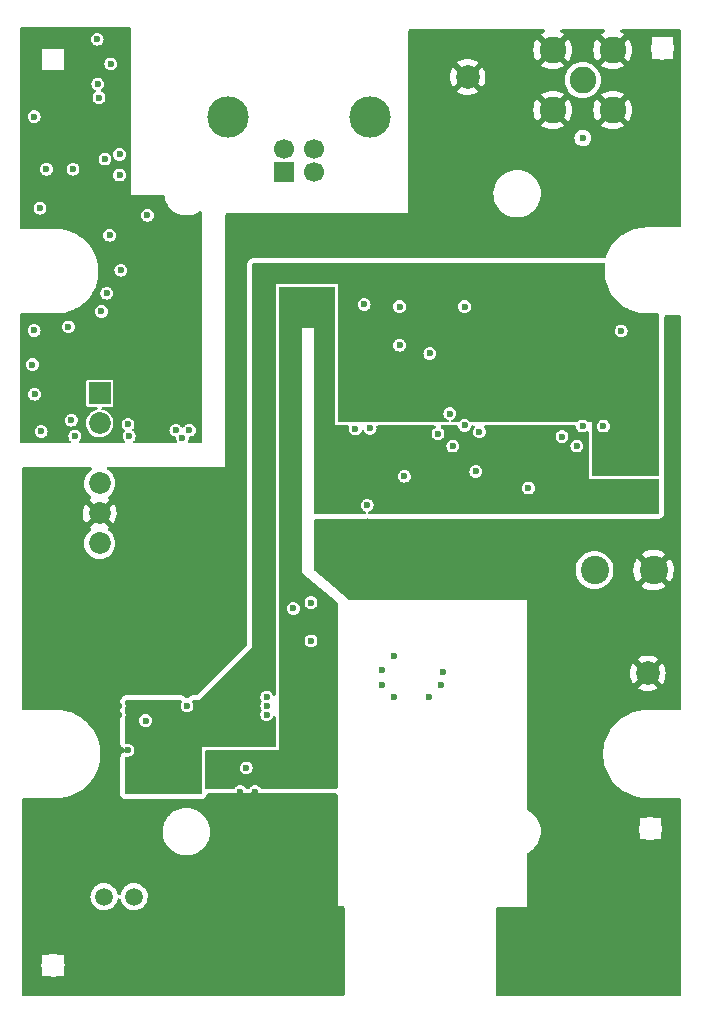
<source format=gbr>
%TF.GenerationSoftware,KiCad,Pcbnew,6.0.10-86aedd382b~118~ubuntu20.04.1*%
%TF.CreationDate,2023-01-07T18:08:36-08:00*%
%TF.ProjectId,packaged-amp,7061636b-6167-4656-942d-616d702e6b69,rev?*%
%TF.SameCoordinates,Original*%
%TF.FileFunction,Copper,L3,Inr*%
%TF.FilePolarity,Positive*%
%FSLAX46Y46*%
G04 Gerber Fmt 4.6, Leading zero omitted, Abs format (unit mm)*
G04 Created by KiCad (PCBNEW 6.0.10-86aedd382b~118~ubuntu20.04.1) date 2023-01-07 18:08:36*
%MOMM*%
%LPD*%
G01*
G04 APERTURE LIST*
%TA.AperFunction,ComponentPad*%
%ADD10C,2.000000*%
%TD*%
%TA.AperFunction,ComponentPad*%
%ADD11R,1.700000X1.700000*%
%TD*%
%TA.AperFunction,ComponentPad*%
%ADD12C,1.700000*%
%TD*%
%TA.AperFunction,ComponentPad*%
%ADD13C,3.500000*%
%TD*%
%TA.AperFunction,ComponentPad*%
%ADD14R,1.850000X1.850000*%
%TD*%
%TA.AperFunction,ComponentPad*%
%ADD15C,1.850000*%
%TD*%
%TA.AperFunction,ComponentPad*%
%ADD16C,1.500000*%
%TD*%
%TA.AperFunction,ComponentPad*%
%ADD17C,2.400000*%
%TD*%
%TA.AperFunction,ComponentPad*%
%ADD18C,2.250000*%
%TD*%
%TA.AperFunction,ViaPad*%
%ADD19C,0.600000*%
%TD*%
G04 APERTURE END LIST*
D10*
%TO.N,GND*%
%TO.C,TP1*%
X114000000Y-68500000D03*
%TD*%
D11*
%TO.N,Net-(J1-Pad1)*%
%TO.C,J1*%
X98500000Y-76577500D03*
D12*
%TO.N,unconnected-(J1-Pad2)*%
X101000000Y-76577500D03*
%TO.N,unconnected-(J1-Pad3)*%
X101000000Y-74577500D03*
%TO.N,Net-(J1-Pad4)*%
X98500000Y-74577500D03*
D13*
X93730000Y-71867500D03*
X105770000Y-71867500D03*
%TD*%
D14*
%TO.N,Net-(C7-Pad1)*%
%TO.C,PS1*%
X82850000Y-95290000D03*
D15*
%TO.N,/USB_GND*%
X82850000Y-97830000D03*
%TO.N,Net-(C13-Pad2)*%
X82850000Y-102910000D03*
%TO.N,GND*%
X82850000Y-105450000D03*
%TO.N,Net-(C12-Pad1)*%
X82850000Y-107990000D03*
%TD*%
D10*
%TO.N,GND*%
%TO.C,TP2*%
X129250000Y-119000000D03*
%TD*%
D16*
%TO.N,VSS*%
%TO.C,D4*%
X85770000Y-137900000D03*
%TO.N,Net-(D4-Pad2)*%
X83230000Y-137900000D03*
%TD*%
D17*
%TO.N,GND*%
%TO.C,C11*%
X129750000Y-110249993D03*
%TO.N,Net-(C10-Pad1)*%
X124750000Y-110249993D03*
%TD*%
D18*
%TO.N,Net-(GD1-Pad1)*%
%TO.C,J3*%
X123750000Y-68750000D03*
%TO.N,GND*%
X126290000Y-71290000D03*
X121210000Y-71290000D03*
X121210000Y-66210000D03*
X126290000Y-66210000D03*
%TD*%
D19*
%TO.N,VDD*%
X104500000Y-95200000D03*
X115000000Y-95450000D03*
X89200000Y-126803500D03*
X127950000Y-101750000D03*
%TO.N,GND*%
X110800000Y-91900000D03*
X87000000Y-114500000D03*
X131500000Y-95000000D03*
X91000000Y-118000000D03*
X94250000Y-97250000D03*
X100750000Y-116250000D03*
X121000000Y-123250000D03*
X129750000Y-76500000D03*
X95250000Y-127000000D03*
X89750000Y-107500000D03*
X100750000Y-113000000D03*
X127000000Y-90000000D03*
X102000000Y-131250000D03*
X94250000Y-88500000D03*
X78000000Y-110750000D03*
X105500000Y-104750000D03*
X84250000Y-126500000D03*
X78500000Y-107250000D03*
X105749500Y-111000000D03*
X88250000Y-107500000D03*
X118750000Y-110600000D03*
X108250000Y-91200000D03*
X125500000Y-98050000D03*
X122750000Y-127750000D03*
X102250000Y-110250000D03*
X86000000Y-107500000D03*
X120250000Y-112500000D03*
X119500000Y-112500000D03*
X118000000Y-140750000D03*
X113750000Y-98000000D03*
X105500000Y-106250000D03*
X103750000Y-107750000D03*
X111000000Y-68000000D03*
X80300000Y-105450000D03*
X121000000Y-112500000D03*
X130250000Y-139250000D03*
X90250000Y-140000000D03*
X94250000Y-94250000D03*
X96000000Y-129000000D03*
X94250000Y-101750000D03*
X99250000Y-113500000D03*
X114750000Y-110600000D03*
X85250000Y-116250000D03*
X113749500Y-87950000D03*
X130500000Y-145000000D03*
X122850000Y-117550000D03*
X84500000Y-121750000D03*
X129750000Y-78500000D03*
X107000000Y-108000000D03*
X91250000Y-102000000D03*
X108650000Y-102300000D03*
X78500000Y-119500000D03*
X84500000Y-121000000D03*
X108250000Y-87950000D03*
X77500000Y-130500000D03*
X96500000Y-140000000D03*
X116750000Y-110600000D03*
X126250000Y-121500000D03*
X114500000Y-82000000D03*
X102750000Y-145250000D03*
X90250000Y-121750000D03*
X124500000Y-131000000D03*
X112750000Y-99750000D03*
X129750000Y-75000000D03*
X123750000Y-98050000D03*
X104500000Y-98300000D03*
X120250000Y-123250000D03*
X94750000Y-129000000D03*
X116500000Y-112000000D03*
X112750000Y-109000000D03*
X123250000Y-99750000D03*
X131500000Y-89250000D03*
X131500000Y-102750000D03*
X92250000Y-108250000D03*
X115000000Y-98550000D03*
X86750000Y-123000000D03*
X111500000Y-98700000D03*
X112500000Y-97000000D03*
X84500000Y-122500000D03*
X120750000Y-137250000D03*
X105750000Y-98250000D03*
X92500000Y-107500000D03*
X85250000Y-105750000D03*
X122000000Y-98950000D03*
X84250000Y-124500000D03*
X119500000Y-123250000D03*
X85250000Y-125500000D03*
X112000000Y-77000000D03*
X123500000Y-119500000D03*
X91500000Y-107500000D03*
X86750000Y-120500000D03*
X111000000Y-74750000D03*
X108250000Y-111750000D03*
X97500000Y-134500000D03*
X77750000Y-102500000D03*
X105250000Y-87750000D03*
X121750000Y-106300000D03*
X113750000Y-74250000D03*
X84750000Y-118250000D03*
%TO.N,VSS*%
X127999500Y-103750000D03*
X111500000Y-101800000D03*
X122000000Y-102050000D03*
X92500000Y-127050000D03*
%TO.N,Net-(GD1-Pad1)*%
X123750000Y-73650000D03*
%TO.N,/VSS_unreg*%
X97000000Y-122500000D03*
X97000000Y-121750000D03*
X97000000Y-121000000D03*
%TO.N,/return_kelvin*%
X107750000Y-117500000D03*
X111750000Y-120000000D03*
X106750000Y-120000000D03*
X106750000Y-118750000D03*
X107750000Y-121000000D03*
X111900000Y-118850000D03*
X110750000Y-121000000D03*
%TO.N,/USB_PWR*%
X89600000Y-89750000D03*
X90450000Y-89700000D03*
%TO.N,/USB_GND*%
X83300000Y-75450000D03*
X83700000Y-81900000D03*
X84550000Y-75050000D03*
X85250000Y-97900000D03*
X82700000Y-69100000D03*
X82650000Y-65300000D03*
X83000000Y-88350000D03*
X77800000Y-79600000D03*
X77900000Y-98500000D03*
X77150000Y-92850000D03*
X80200000Y-89650000D03*
X77350000Y-95350000D03*
X90450000Y-98400000D03*
X83450000Y-86800000D03*
X89300000Y-98400000D03*
X80750000Y-98900000D03*
X85350000Y-98900000D03*
X78350000Y-76300000D03*
X77300000Y-89950000D03*
X80600000Y-76300000D03*
X80450000Y-97550000D03*
X83800000Y-67400000D03*
X89850000Y-99050000D03*
X84550000Y-76800000D03*
X84650000Y-84850000D03*
X82800000Y-70250000D03*
X86900000Y-80200000D03*
X77300000Y-71850000D03*
%TO.N,Net-(R4-Pad2)*%
X114700000Y-101900000D03*
X119150000Y-103300000D03*
%TD*%
%TA.AperFunction,Conductor*%
%TO.N,GND*%
G36*
X132025000Y-88690679D02*
G01*
X132079538Y-88745217D01*
X132099500Y-88819717D01*
X132099500Y-121950500D01*
X132079538Y-122025000D01*
X132025000Y-122079538D01*
X131950500Y-122099500D01*
X129237621Y-122099500D01*
X129214315Y-122097666D01*
X129205973Y-122096345D01*
X129205948Y-122096341D01*
X129205947Y-122096341D01*
X129194374Y-122094508D01*
X129192396Y-122094821D01*
X129181333Y-122095382D01*
X129140187Y-122097469D01*
X128817890Y-122113814D01*
X128814160Y-122114385D01*
X128814154Y-122114386D01*
X128479882Y-122165594D01*
X128445268Y-122170897D01*
X128441629Y-122171839D01*
X128441625Y-122171840D01*
X128083985Y-122264439D01*
X128083977Y-122264441D01*
X128080333Y-122265385D01*
X128076799Y-122266694D01*
X128076789Y-122266697D01*
X127738177Y-122392105D01*
X127726829Y-122396308D01*
X127723437Y-122397972D01*
X127723432Y-122397974D01*
X127475814Y-122519436D01*
X127388385Y-122562322D01*
X127385193Y-122564311D01*
X127385185Y-122564316D01*
X127185376Y-122688858D01*
X127068472Y-122761725D01*
X127065496Y-122764029D01*
X127065494Y-122764030D01*
X126848602Y-122931917D01*
X126770375Y-122992469D01*
X126767647Y-122995062D01*
X126767639Y-122995069D01*
X126661162Y-123096283D01*
X126497150Y-123252188D01*
X126494688Y-123255056D01*
X126254056Y-123535358D01*
X126254051Y-123535364D01*
X126251603Y-123538216D01*
X126249452Y-123541306D01*
X126249450Y-123541309D01*
X126101094Y-123754458D01*
X126036252Y-123847618D01*
X125853309Y-124177220D01*
X125704649Y-124523638D01*
X125591798Y-124883319D01*
X125591040Y-124887006D01*
X125591039Y-124887011D01*
X125576282Y-124958820D01*
X125515915Y-125252571D01*
X125514583Y-125265667D01*
X125479535Y-125610323D01*
X125477777Y-125627606D01*
X125477777Y-126004574D01*
X125515915Y-126379609D01*
X125516674Y-126383300D01*
X125516674Y-126383303D01*
X125591039Y-126745166D01*
X125591798Y-126748861D01*
X125629327Y-126868475D01*
X125700803Y-127096283D01*
X125704649Y-127108542D01*
X125853309Y-127454960D01*
X126036252Y-127784562D01*
X126038405Y-127787655D01*
X126038408Y-127787660D01*
X126249450Y-128090871D01*
X126251603Y-128093964D01*
X126254051Y-128096816D01*
X126254056Y-128096822D01*
X126415421Y-128284789D01*
X126497150Y-128379992D01*
X126499893Y-128382599D01*
X126767639Y-128637111D01*
X126767647Y-128637118D01*
X126770375Y-128639711D01*
X126773351Y-128642015D01*
X126773355Y-128642018D01*
X127065467Y-128868129D01*
X127068472Y-128870455D01*
X127185376Y-128943322D01*
X127385185Y-129067864D01*
X127385193Y-129067869D01*
X127388385Y-129069858D01*
X127391768Y-129071517D01*
X127391769Y-129071518D01*
X127723432Y-129234206D01*
X127723437Y-129234208D01*
X127726829Y-129235872D01*
X127730380Y-129237187D01*
X127730382Y-129237188D01*
X128076789Y-129365483D01*
X128076799Y-129365486D01*
X128080333Y-129366795D01*
X128083977Y-129367739D01*
X128083985Y-129367741D01*
X128441625Y-129460340D01*
X128441629Y-129460341D01*
X128445268Y-129461283D01*
X128448990Y-129461853D01*
X128448989Y-129461853D01*
X128814154Y-129517794D01*
X128814160Y-129517795D01*
X128817890Y-129518366D01*
X129192368Y-129537357D01*
X129194374Y-129537675D01*
X129214315Y-129534517D01*
X129237621Y-129532683D01*
X131950500Y-129532683D01*
X132025000Y-129552645D01*
X132079538Y-129607183D01*
X132099500Y-129681683D01*
X132099500Y-146166591D01*
X132079538Y-146241091D01*
X132025000Y-146295629D01*
X131950500Y-146315591D01*
X116549500Y-146315591D01*
X116475000Y-146295629D01*
X116420462Y-146241091D01*
X116400500Y-146166591D01*
X116400500Y-138899000D01*
X116420462Y-138824500D01*
X116475000Y-138769962D01*
X116549500Y-138750000D01*
X119000000Y-138750000D01*
X119000000Y-134311294D01*
X119019962Y-134236794D01*
X119074500Y-134182256D01*
X119084502Y-134176977D01*
X119104644Y-134167305D01*
X119188071Y-134127244D01*
X119192448Y-134124320D01*
X119192454Y-134124316D01*
X119419243Y-133972780D01*
X119423627Y-133969851D01*
X119634655Y-133780838D01*
X119816947Y-133563976D01*
X119824749Y-133551466D01*
X119964075Y-133328064D01*
X119964077Y-133328060D01*
X119966863Y-133323593D01*
X120081414Y-133064484D01*
X120132349Y-132883883D01*
X120156886Y-132796881D01*
X120156887Y-132796876D01*
X120158313Y-132791820D01*
X120184088Y-132599922D01*
X120195520Y-132514810D01*
X120195520Y-132514805D01*
X120196026Y-132511041D01*
X120196146Y-132507235D01*
X120199865Y-132388909D01*
X120199865Y-132388900D01*
X120199984Y-132385108D01*
X120195524Y-132322110D01*
X120186732Y-132197948D01*
X128519636Y-132197948D01*
X128549301Y-132394098D01*
X128551906Y-132401177D01*
X128590836Y-132506988D01*
X128600000Y-132558437D01*
X128600000Y-133050000D01*
X129090111Y-133050000D01*
X129149286Y-133062255D01*
X129196276Y-133082590D01*
X129196284Y-133082593D01*
X129203213Y-133085591D01*
X129210607Y-133087136D01*
X129210608Y-133087136D01*
X129270720Y-133099694D01*
X129397402Y-133126159D01*
X129403909Y-133126500D01*
X129549578Y-133126500D01*
X129553327Y-133126119D01*
X129553331Y-133126119D01*
X129689856Y-133112251D01*
X129689858Y-133112251D01*
X129697365Y-133111488D01*
X129871817Y-133056818D01*
X129916374Y-133050000D01*
X130400000Y-133050000D01*
X130400000Y-132567407D01*
X130414271Y-132506078D01*
X130414013Y-132505982D01*
X130414761Y-132503970D01*
X130415307Y-132501625D01*
X130416644Y-132498908D01*
X130416645Y-132498906D01*
X130419976Y-132492136D01*
X130469982Y-132300161D01*
X130480364Y-132102052D01*
X130450699Y-131905902D01*
X130409164Y-131793012D01*
X130400000Y-131741563D01*
X130400000Y-131250000D01*
X129909889Y-131250000D01*
X129850714Y-131237745D01*
X129803724Y-131217410D01*
X129803716Y-131217407D01*
X129796787Y-131214409D01*
X129789393Y-131212864D01*
X129789392Y-131212864D01*
X129669172Y-131187749D01*
X129602598Y-131173841D01*
X129596091Y-131173500D01*
X129450422Y-131173500D01*
X129446673Y-131173881D01*
X129446669Y-131173881D01*
X129310144Y-131187749D01*
X129310142Y-131187749D01*
X129302635Y-131188512D01*
X129128183Y-131243182D01*
X129083626Y-131250000D01*
X128600000Y-131250000D01*
X128600000Y-131732593D01*
X128585729Y-131793922D01*
X128585987Y-131794018D01*
X128585239Y-131796030D01*
X128584693Y-131798375D01*
X128580024Y-131807864D01*
X128578122Y-131815166D01*
X128541634Y-131955246D01*
X128530018Y-131999839D01*
X128519636Y-132197948D01*
X120186732Y-132197948D01*
X120180347Y-132107770D01*
X120179975Y-132102515D01*
X120120349Y-131825561D01*
X120022294Y-131559771D01*
X119994167Y-131507641D01*
X119890266Y-131315079D01*
X119890264Y-131315076D01*
X119887767Y-131310448D01*
X119852244Y-131262353D01*
X119722580Y-131086803D01*
X119719452Y-131082568D01*
X119715761Y-131078819D01*
X119715758Y-131078815D01*
X119621497Y-130983063D01*
X119520708Y-130880678D01*
X119467092Y-130839759D01*
X119299689Y-130712001D01*
X119295500Y-130708804D01*
X119076195Y-130585988D01*
X119020949Y-130532170D01*
X119000000Y-130455987D01*
X119000000Y-120233102D01*
X128381971Y-120233102D01*
X128385180Y-120238662D01*
X128558271Y-120344733D01*
X128568676Y-120350034D01*
X128777156Y-120436389D01*
X128788250Y-120439994D01*
X129007680Y-120492675D01*
X129019196Y-120494499D01*
X129244168Y-120512204D01*
X129255832Y-120512204D01*
X129480804Y-120494499D01*
X129492320Y-120492675D01*
X129711750Y-120439994D01*
X129722844Y-120436389D01*
X129931324Y-120350034D01*
X129941729Y-120344733D01*
X130107168Y-120243351D01*
X130118192Y-120231734D01*
X130116368Y-120225578D01*
X129263871Y-119373081D01*
X129250000Y-119365073D01*
X129236129Y-119373081D01*
X128389979Y-120219231D01*
X128381971Y-120233102D01*
X119000000Y-120233102D01*
X119000000Y-119005832D01*
X127737796Y-119005832D01*
X127755501Y-119230804D01*
X127757325Y-119242320D01*
X127810006Y-119461750D01*
X127813611Y-119472844D01*
X127899966Y-119681324D01*
X127905267Y-119691729D01*
X128006649Y-119857168D01*
X128018266Y-119868192D01*
X128024422Y-119866368D01*
X128876919Y-119013871D01*
X128884927Y-119000000D01*
X129615073Y-119000000D01*
X129623081Y-119013871D01*
X130469231Y-119860021D01*
X130483102Y-119868029D01*
X130488662Y-119864820D01*
X130594733Y-119691729D01*
X130600034Y-119681324D01*
X130686389Y-119472844D01*
X130689994Y-119461750D01*
X130742675Y-119242320D01*
X130744499Y-119230804D01*
X130762204Y-119005832D01*
X130762204Y-118994168D01*
X130744499Y-118769196D01*
X130742675Y-118757680D01*
X130689994Y-118538250D01*
X130686389Y-118527156D01*
X130600034Y-118318676D01*
X130594733Y-118308271D01*
X130493351Y-118142832D01*
X130481734Y-118131808D01*
X130475578Y-118133632D01*
X129623081Y-118986129D01*
X129615073Y-119000000D01*
X128884927Y-119000000D01*
X128876919Y-118986129D01*
X128030769Y-118139979D01*
X128016898Y-118131971D01*
X128011338Y-118135180D01*
X127905267Y-118308271D01*
X127899966Y-118318676D01*
X127813611Y-118527156D01*
X127810006Y-118538250D01*
X127757325Y-118757680D01*
X127755501Y-118769196D01*
X127737796Y-118994168D01*
X127737796Y-119005832D01*
X119000000Y-119005832D01*
X119000000Y-117768266D01*
X128381808Y-117768266D01*
X128383632Y-117774422D01*
X129236129Y-118626919D01*
X129250000Y-118634927D01*
X129263871Y-118626919D01*
X130110021Y-117780769D01*
X130118029Y-117766898D01*
X130114820Y-117761338D01*
X129941729Y-117655267D01*
X129931324Y-117649966D01*
X129722844Y-117563611D01*
X129711750Y-117560006D01*
X129492320Y-117507325D01*
X129480804Y-117505501D01*
X129255832Y-117487796D01*
X129244168Y-117487796D01*
X129019196Y-117505501D01*
X129007680Y-117507325D01*
X128788250Y-117560006D01*
X128777156Y-117563611D01*
X128568676Y-117649966D01*
X128558271Y-117655267D01*
X128392832Y-117756649D01*
X128381808Y-117768266D01*
X119000000Y-117768266D01*
X119000000Y-112750000D01*
X104750000Y-112750000D01*
X104750000Y-112757180D01*
X104730359Y-112776821D01*
X104663564Y-112815385D01*
X104586436Y-112815385D01*
X104519641Y-112776821D01*
X104500000Y-112757180D01*
X104500000Y-112750000D01*
X104250000Y-112750000D01*
X104250000Y-112757180D01*
X104230705Y-112776475D01*
X104163910Y-112815039D01*
X104086782Y-112815039D01*
X104019987Y-112776475D01*
X104011368Y-112767085D01*
X104000000Y-112753583D01*
X104000000Y-112750000D01*
X103989888Y-112741573D01*
X103989886Y-112741571D01*
X102098487Y-111165406D01*
X101053612Y-110294677D01*
X101022098Y-110249993D01*
X123144551Y-110249993D01*
X123164317Y-110501141D01*
X123223127Y-110746104D01*
X123225368Y-110751514D01*
X123304042Y-110941450D01*
X123319534Y-110978852D01*
X123451164Y-111193652D01*
X123454966Y-111198103D01*
X123454967Y-111198105D01*
X123506123Y-111258001D01*
X123614776Y-111385217D01*
X123806341Y-111548829D01*
X124021141Y-111680459D01*
X124026550Y-111682699D01*
X124026553Y-111682701D01*
X124066516Y-111699254D01*
X124253889Y-111776866D01*
X124498852Y-111835676D01*
X124750000Y-111855442D01*
X124755832Y-111854983D01*
X124995316Y-111836135D01*
X125001148Y-111835676D01*
X125246111Y-111776866D01*
X125433484Y-111699254D01*
X125473447Y-111682701D01*
X125473450Y-111682699D01*
X125478859Y-111680459D01*
X125571039Y-111623971D01*
X128741095Y-111623971D01*
X128745398Y-111631425D01*
X128837906Y-111699254D01*
X128847250Y-111705093D01*
X129062130Y-111818147D01*
X129072253Y-111822548D01*
X129301472Y-111902595D01*
X129312136Y-111905452D01*
X129550677Y-111950741D01*
X129561630Y-111951989D01*
X129804250Y-111961522D01*
X129815273Y-111961137D01*
X130056625Y-111934704D01*
X130067484Y-111932692D01*
X130302281Y-111870875D01*
X130312710Y-111867284D01*
X130535797Y-111771438D01*
X130545584Y-111766343D01*
X130752046Y-111638580D01*
X130753885Y-111637244D01*
X130761585Y-111626145D01*
X130756805Y-111616008D01*
X129763871Y-110623074D01*
X129750000Y-110615066D01*
X129736129Y-110623074D01*
X128749103Y-111610100D01*
X128741095Y-111623971D01*
X125571039Y-111623971D01*
X125693659Y-111548829D01*
X125885224Y-111385217D01*
X125993877Y-111258001D01*
X126045033Y-111198105D01*
X126045034Y-111198103D01*
X126048836Y-111193652D01*
X126180466Y-110978852D01*
X126195959Y-110941450D01*
X126274632Y-110751514D01*
X126276873Y-110746104D01*
X126335683Y-110501141D01*
X126355449Y-110249993D01*
X126352355Y-110210685D01*
X128038064Y-110210685D01*
X128049712Y-110453198D01*
X128051058Y-110464158D01*
X128098425Y-110702293D01*
X128101372Y-110712920D01*
X128183423Y-110941450D01*
X128187901Y-110951508D01*
X128302832Y-111165406D01*
X128308757Y-111174705D01*
X128364274Y-111249052D01*
X128376853Y-111258969D01*
X128385107Y-111255676D01*
X129376919Y-110263864D01*
X129384927Y-110249993D01*
X130115073Y-110249993D01*
X130123081Y-110263864D01*
X131112673Y-111253456D01*
X131126544Y-111261464D01*
X131132543Y-111258001D01*
X131252238Y-111071913D01*
X131257497Y-111062228D01*
X131357229Y-110840831D01*
X131360993Y-110830491D01*
X131426903Y-110596789D01*
X131429102Y-110585984D01*
X131459971Y-110343337D01*
X131460540Y-110335898D01*
X131462691Y-110253731D01*
X131462512Y-110246261D01*
X131444385Y-110002349D01*
X131442753Y-109991428D01*
X131389169Y-109754616D01*
X131385943Y-109744066D01*
X131297942Y-109517771D01*
X131293195Y-109507818D01*
X131172709Y-109297014D01*
X131166544Y-109287873D01*
X131136716Y-109250035D01*
X131123883Y-109240453D01*
X131114883Y-109244320D01*
X130123081Y-110236122D01*
X130115073Y-110249993D01*
X129384927Y-110249993D01*
X129376919Y-110236122D01*
X128387887Y-109247090D01*
X128374016Y-109239082D01*
X128364636Y-109244497D01*
X128359126Y-109251122D01*
X128352725Y-109260095D01*
X128226763Y-109467674D01*
X128221755Y-109477503D01*
X128127860Y-109701418D01*
X128124360Y-109711878D01*
X128064593Y-109947211D01*
X128062678Y-109958071D01*
X128038352Y-110199651D01*
X128038064Y-110210685D01*
X126352355Y-110210685D01*
X126335683Y-109998845D01*
X126276873Y-109753882D01*
X126180466Y-109521134D01*
X126048836Y-109306334D01*
X126043725Y-109300349D01*
X125889029Y-109119224D01*
X125885224Y-109114769D01*
X125693659Y-108951157D01*
X125569862Y-108875294D01*
X128739058Y-108875294D01*
X128741294Y-108882077D01*
X129736129Y-109876912D01*
X129750000Y-109884920D01*
X129763871Y-109876912D01*
X130751429Y-108889354D01*
X130759437Y-108875483D01*
X130755521Y-108868699D01*
X130623846Y-108777354D01*
X130614348Y-108771759D01*
X130396579Y-108664368D01*
X130386359Y-108660238D01*
X130155110Y-108586214D01*
X130144387Y-108583639D01*
X129904726Y-108544609D01*
X129893756Y-108543650D01*
X129650965Y-108540471D01*
X129639960Y-108541144D01*
X129399373Y-108573887D01*
X129388582Y-108576180D01*
X129155472Y-108644125D01*
X129145148Y-108647986D01*
X128924641Y-108749640D01*
X128915007Y-108754981D01*
X128749722Y-108863346D01*
X128739058Y-108875294D01*
X125569862Y-108875294D01*
X125478859Y-108819527D01*
X125473450Y-108817287D01*
X125473447Y-108817285D01*
X125251521Y-108725361D01*
X125251522Y-108725361D01*
X125246111Y-108723120D01*
X125001148Y-108664310D01*
X124750000Y-108644544D01*
X124498852Y-108664310D01*
X124253889Y-108723120D01*
X124248478Y-108725361D01*
X124248479Y-108725361D01*
X124026553Y-108817285D01*
X124026550Y-108817287D01*
X124021141Y-108819527D01*
X123806341Y-108951157D01*
X123614776Y-109114769D01*
X123610971Y-109119224D01*
X123456276Y-109300349D01*
X123451164Y-109306334D01*
X123319534Y-109521134D01*
X123223127Y-109753882D01*
X123164317Y-109998845D01*
X123144551Y-110249993D01*
X101022098Y-110249993D01*
X101009160Y-110231649D01*
X101000000Y-110180213D01*
X101000000Y-106054500D01*
X101019962Y-105980000D01*
X101074500Y-105925462D01*
X101149000Y-105905500D01*
X105300011Y-105905500D01*
X105304298Y-105905000D01*
X105304305Y-105905000D01*
X105388966Y-105895133D01*
X105388968Y-105895133D01*
X105393264Y-105894632D01*
X105397475Y-105893637D01*
X105442833Y-105882919D01*
X105442840Y-105882917D01*
X105446530Y-105882045D01*
X105450112Y-105880803D01*
X105450132Y-105880797D01*
X105454343Y-105879337D01*
X105531271Y-105873791D01*
X105545127Y-105877147D01*
X105585745Y-105889074D01*
X105699989Y-105905500D01*
X130131000Y-105905500D01*
X130134958Y-105905074D01*
X130134967Y-105905074D01*
X130174098Y-105900867D01*
X130217197Y-105896233D01*
X130266631Y-105885479D01*
X130286864Y-105879064D01*
X130329395Y-105865580D01*
X130329398Y-105865579D01*
X130338282Y-105862762D01*
X130346191Y-105857837D01*
X130346194Y-105857836D01*
X130441014Y-105798795D01*
X130445980Y-105795703D01*
X130450399Y-105791874D01*
X130450403Y-105791871D01*
X130493031Y-105754933D01*
X130496655Y-105751793D01*
X130500214Y-105747803D01*
X130558745Y-105682171D01*
X130565837Y-105674219D01*
X130570402Y-105664590D01*
X130617677Y-105564867D01*
X130617679Y-105564863D01*
X130620183Y-105559580D01*
X130639074Y-105495244D01*
X130655500Y-105381000D01*
X130655500Y-102619000D01*
X130646233Y-102532803D01*
X130635479Y-102483369D01*
X130613937Y-102415424D01*
X130610450Y-102338375D01*
X130616738Y-102317329D01*
X130617675Y-102314871D01*
X130620183Y-102309580D01*
X130639074Y-102245244D01*
X130655500Y-102131000D01*
X130655500Y-88819717D01*
X130675462Y-88745217D01*
X130730000Y-88690679D01*
X130804500Y-88670717D01*
X131950500Y-88670717D01*
X132025000Y-88690679D01*
G37*
%TD.AperFunction*%
%TA.AperFunction,Conductor*%
G36*
X120506039Y-64474588D02*
G01*
X120560577Y-64529126D01*
X120580539Y-64603626D01*
X120560577Y-64678126D01*
X120506039Y-64732664D01*
X120488559Y-64741284D01*
X120471753Y-64748245D01*
X120461343Y-64753550D01*
X120256596Y-64879018D01*
X120251308Y-64886713D01*
X120256220Y-64897010D01*
X121196129Y-65836919D01*
X121210000Y-65844927D01*
X121223871Y-65836919D01*
X122160665Y-64900125D01*
X122168673Y-64886254D01*
X122165094Y-64880054D01*
X121958657Y-64753550D01*
X121948247Y-64748245D01*
X121931441Y-64741284D01*
X121870251Y-64694331D01*
X121840736Y-64623074D01*
X121850803Y-64546606D01*
X121897756Y-64485416D01*
X121969013Y-64455901D01*
X121988461Y-64454626D01*
X125511539Y-64454626D01*
X125586039Y-64474588D01*
X125640577Y-64529126D01*
X125660539Y-64603626D01*
X125640577Y-64678126D01*
X125586039Y-64732664D01*
X125568559Y-64741284D01*
X125551753Y-64748245D01*
X125541343Y-64753550D01*
X125336596Y-64879018D01*
X125331308Y-64886713D01*
X125336220Y-64897010D01*
X126276129Y-65836919D01*
X126290000Y-65844927D01*
X126303871Y-65836919D01*
X127240665Y-64900125D01*
X127248673Y-64886254D01*
X127245094Y-64880054D01*
X127038657Y-64753550D01*
X127028247Y-64748245D01*
X127011441Y-64741284D01*
X126950251Y-64694331D01*
X126920736Y-64623074D01*
X126930803Y-64546606D01*
X126977756Y-64485416D01*
X127049013Y-64455901D01*
X127068461Y-64454626D01*
X131950500Y-64454626D01*
X132025000Y-64474588D01*
X132079538Y-64529126D01*
X132099500Y-64603626D01*
X132099500Y-81088534D01*
X132079538Y-81163034D01*
X132025000Y-81217572D01*
X131950500Y-81237534D01*
X129237618Y-81237534D01*
X129214311Y-81235700D01*
X129205960Y-81234377D01*
X129205957Y-81234377D01*
X129194371Y-81232542D01*
X129192839Y-81232785D01*
X129181560Y-81233357D01*
X129116052Y-81236680D01*
X128817886Y-81251803D01*
X128814153Y-81252375D01*
X128814152Y-81252375D01*
X128448984Y-81308319D01*
X128448982Y-81308319D01*
X128445264Y-81308889D01*
X128306773Y-81344748D01*
X128083994Y-81402431D01*
X128083989Y-81402433D01*
X128080330Y-81403380D01*
X127726827Y-81534305D01*
X127388383Y-81700322D01*
X127385177Y-81702320D01*
X127385174Y-81702322D01*
X127160270Y-81842508D01*
X127068472Y-81899727D01*
X127065484Y-81902040D01*
X127065481Y-81902042D01*
X126773356Y-82128165D01*
X126773350Y-82128170D01*
X126770375Y-82130473D01*
X126767652Y-82133061D01*
X126767649Y-82133064D01*
X126499884Y-82387596D01*
X126497151Y-82390194D01*
X126251605Y-82676223D01*
X126036256Y-82985626D01*
X125853313Y-83315228D01*
X125704653Y-83661647D01*
X125703528Y-83665234D01*
X125703525Y-83665241D01*
X125680037Y-83740105D01*
X125638688Y-83805212D01*
X125570325Y-83840922D01*
X125537870Y-83844500D01*
X95869000Y-83844500D01*
X95865042Y-83844926D01*
X95865033Y-83844926D01*
X95825901Y-83849134D01*
X95782803Y-83853767D01*
X95733369Y-83864521D01*
X95730064Y-83865569D01*
X95670605Y-83884420D01*
X95670602Y-83884421D01*
X95661718Y-83887238D01*
X95653809Y-83892163D01*
X95653806Y-83892164D01*
X95578146Y-83939275D01*
X95554020Y-83954297D01*
X95549601Y-83958126D01*
X95549597Y-83958129D01*
X95518670Y-83984928D01*
X95503345Y-83998207D01*
X95434163Y-84075781D01*
X95379817Y-84190420D01*
X95360926Y-84254756D01*
X95344500Y-84369000D01*
X95344500Y-116520318D01*
X95324538Y-116594818D01*
X95300859Y-116625677D01*
X91125677Y-120800859D01*
X91058882Y-120839423D01*
X91020318Y-120844500D01*
X90788930Y-120844500D01*
X90784207Y-120845108D01*
X90784200Y-120845108D01*
X90691046Y-120857091D01*
X90691040Y-120857092D01*
X90686307Y-120857701D01*
X90628037Y-120872944D01*
X90542278Y-120906157D01*
X90440535Y-120981945D01*
X90393690Y-121029919D01*
X90390815Y-121033740D01*
X90390812Y-121033744D01*
X90369392Y-121062217D01*
X90308652Y-121109750D01*
X90232283Y-121120545D01*
X90160748Y-121091709D01*
X90130409Y-121061080D01*
X90128868Y-121058991D01*
X90125773Y-121054020D01*
X90081863Y-121003345D01*
X90004289Y-120934163D01*
X89994661Y-120929599D01*
X89994660Y-120929598D01*
X89894937Y-120882323D01*
X89894933Y-120882321D01*
X89889650Y-120879817D01*
X89825314Y-120860926D01*
X89711070Y-120844500D01*
X85119000Y-120844500D01*
X85115042Y-120844926D01*
X85115033Y-120844926D01*
X85075901Y-120849134D01*
X85032803Y-120853767D01*
X84983369Y-120864521D01*
X84980064Y-120865569D01*
X84920605Y-120884420D01*
X84920602Y-120884421D01*
X84911718Y-120887238D01*
X84903809Y-120892163D01*
X84903806Y-120892164D01*
X84828146Y-120939275D01*
X84804020Y-120954297D01*
X84799601Y-120958126D01*
X84799597Y-120958129D01*
X84776149Y-120978447D01*
X84753345Y-120998207D01*
X84750154Y-121001785D01*
X84750153Y-121001786D01*
X84745531Y-121006969D01*
X84684163Y-121075781D01*
X84679599Y-121085409D01*
X84679598Y-121085410D01*
X84643424Y-121161718D01*
X84629817Y-121190420D01*
X84610926Y-121254756D01*
X84594500Y-121369000D01*
X84594500Y-121521041D01*
X84594858Y-121524672D01*
X84594858Y-121524680D01*
X84599833Y-121575191D01*
X84602291Y-121600148D01*
X84611349Y-121645687D01*
X84627386Y-121698554D01*
X84632525Y-121722355D01*
X84633476Y-121729576D01*
X84633606Y-121730564D01*
X84633606Y-121769436D01*
X84632525Y-121777645D01*
X84627386Y-121801446D01*
X84611349Y-121854313D01*
X84602291Y-121899852D01*
X84594500Y-121978959D01*
X84594500Y-122271041D01*
X84602291Y-122350148D01*
X84611349Y-122395687D01*
X84627386Y-122448554D01*
X84632525Y-122472355D01*
X84633476Y-122479576D01*
X84633606Y-122480564D01*
X84633606Y-122519436D01*
X84632525Y-122527645D01*
X84627386Y-122551446D01*
X84611349Y-122604313D01*
X84602291Y-122649852D01*
X84594500Y-122728959D01*
X84594500Y-124852055D01*
X84610252Y-124963979D01*
X84628384Y-125027119D01*
X84668416Y-125120448D01*
X84748959Y-125218470D01*
X84753335Y-125222354D01*
X84753338Y-125222357D01*
X84795534Y-125259808D01*
X84799108Y-125262980D01*
X84803052Y-125265663D01*
X84803057Y-125265667D01*
X84854762Y-125300842D01*
X84885046Y-125321444D01*
X84895186Y-125324712D01*
X84895188Y-125324713D01*
X84941714Y-125339708D01*
X84998521Y-125358017D01*
X85063304Y-125399869D01*
X85098483Y-125468507D01*
X85094629Y-125545539D01*
X85052776Y-125610323D01*
X84993173Y-125643262D01*
X84921867Y-125663327D01*
X84921866Y-125663327D01*
X84911718Y-125666183D01*
X84804020Y-125733242D01*
X84799601Y-125737071D01*
X84799597Y-125737074D01*
X84768670Y-125763873D01*
X84753345Y-125777152D01*
X84684163Y-125854726D01*
X84629817Y-125969365D01*
X84610926Y-126033701D01*
X84594500Y-126147945D01*
X84594500Y-129131000D01*
X84594926Y-129134958D01*
X84594926Y-129134967D01*
X84598016Y-129163702D01*
X84603767Y-129217197D01*
X84614521Y-129266631D01*
X84637238Y-129338282D01*
X84642163Y-129346191D01*
X84642164Y-129346194D01*
X84655581Y-129367741D01*
X84704297Y-129445980D01*
X84708126Y-129450399D01*
X84708129Y-129450403D01*
X84717557Y-129461283D01*
X84748207Y-129496655D01*
X84825781Y-129565837D01*
X84835409Y-129570401D01*
X84835410Y-129570402D01*
X84935133Y-129617677D01*
X84935137Y-129617679D01*
X84940420Y-129620183D01*
X85004756Y-129639074D01*
X85119000Y-129655500D01*
X91381000Y-129655500D01*
X91384958Y-129655074D01*
X91384967Y-129655074D01*
X91424098Y-129650867D01*
X91467197Y-129646233D01*
X91516631Y-129635479D01*
X91564876Y-129620183D01*
X91579395Y-129615580D01*
X91579398Y-129615579D01*
X91588282Y-129612762D01*
X91596191Y-129607837D01*
X91596194Y-129607836D01*
X91691014Y-129548795D01*
X91695980Y-129545703D01*
X91700399Y-129541874D01*
X91700403Y-129541871D01*
X91743031Y-129504933D01*
X91746655Y-129501793D01*
X91815837Y-129424219D01*
X91852826Y-129346194D01*
X91867677Y-129314867D01*
X91867679Y-129314863D01*
X91870183Y-129309580D01*
X91884001Y-129262521D01*
X91924144Y-129196663D01*
X91991838Y-129159700D01*
X92026965Y-129155500D01*
X94201862Y-129155500D01*
X94231944Y-129152898D01*
X94268288Y-129149755D01*
X94268299Y-129149754D01*
X94271485Y-129149478D01*
X94274650Y-129148926D01*
X94274653Y-129148926D01*
X94309091Y-129142924D01*
X94309095Y-129142923D01*
X94311741Y-129142462D01*
X94368339Y-129128339D01*
X94481242Y-129070474D01*
X94535395Y-129030933D01*
X94617976Y-128950296D01*
X94631792Y-128932291D01*
X94692979Y-128885339D01*
X94769447Y-128875272D01*
X94840705Y-128904787D01*
X94868207Y-128932289D01*
X94882024Y-128950296D01*
X94929189Y-129001869D01*
X94931548Y-129004039D01*
X94956746Y-129027220D01*
X94959262Y-129029535D01*
X94961353Y-129031197D01*
X94961364Y-129031207D01*
X94998233Y-129060521D01*
X95004919Y-129065837D01*
X95012639Y-129069497D01*
X95012641Y-129069498D01*
X95114271Y-129117677D01*
X95114275Y-129117679D01*
X95119558Y-129120183D01*
X95183894Y-129139074D01*
X95298138Y-129155500D01*
X95451862Y-129155500D01*
X95481944Y-129152898D01*
X95518288Y-129149755D01*
X95518299Y-129149754D01*
X95521485Y-129149478D01*
X95524650Y-129148926D01*
X95524653Y-129148926D01*
X95559091Y-129142924D01*
X95559095Y-129142923D01*
X95561741Y-129142462D01*
X95618339Y-129128339D01*
X95731242Y-129070474D01*
X95785395Y-129030933D01*
X95867976Y-128950296D01*
X95881792Y-128932291D01*
X95942979Y-128885339D01*
X96019447Y-128875272D01*
X96090705Y-128904787D01*
X96118207Y-128932289D01*
X96132024Y-128950296D01*
X96179189Y-129001869D01*
X96181548Y-129004039D01*
X96206746Y-129027220D01*
X96209262Y-129029535D01*
X96211353Y-129031197D01*
X96211364Y-129031207D01*
X96248233Y-129060521D01*
X96254919Y-129065837D01*
X96262639Y-129069497D01*
X96262641Y-129069498D01*
X96364271Y-129117677D01*
X96364275Y-129117679D01*
X96369558Y-129120183D01*
X96433894Y-129139074D01*
X96548138Y-129155500D01*
X102851000Y-129155500D01*
X102925500Y-129175462D01*
X102980038Y-129230000D01*
X103000000Y-129304500D01*
X103000000Y-138700000D01*
X103450500Y-138700000D01*
X103525000Y-138719962D01*
X103579538Y-138774500D01*
X103599500Y-138849000D01*
X103599500Y-146166591D01*
X103579538Y-146241091D01*
X103525000Y-146295629D01*
X103450500Y-146315591D01*
X76438247Y-146315591D01*
X76363747Y-146295629D01*
X76309209Y-146241091D01*
X76289247Y-146166591D01*
X76289247Y-143747948D01*
X77919636Y-143747948D01*
X77949301Y-143944098D01*
X77951906Y-143951177D01*
X77990836Y-144056988D01*
X78000000Y-144108437D01*
X78000000Y-144600000D01*
X78490111Y-144600000D01*
X78549286Y-144612255D01*
X78596276Y-144632590D01*
X78596284Y-144632593D01*
X78603213Y-144635591D01*
X78610607Y-144637136D01*
X78610608Y-144637136D01*
X78670720Y-144649694D01*
X78797402Y-144676159D01*
X78803909Y-144676500D01*
X78949578Y-144676500D01*
X78953327Y-144676119D01*
X78953331Y-144676119D01*
X79089856Y-144662251D01*
X79089858Y-144662251D01*
X79097365Y-144661488D01*
X79271817Y-144606818D01*
X79316374Y-144600000D01*
X79800000Y-144600000D01*
X79800000Y-144117407D01*
X79814271Y-144056078D01*
X79814013Y-144055982D01*
X79814761Y-144053970D01*
X79815307Y-144051625D01*
X79816644Y-144048908D01*
X79816645Y-144048906D01*
X79819976Y-144042136D01*
X79869982Y-143850161D01*
X79880364Y-143652052D01*
X79850699Y-143455902D01*
X79809164Y-143343012D01*
X79800000Y-143291563D01*
X79800000Y-142800000D01*
X79309889Y-142800000D01*
X79250714Y-142787745D01*
X79203724Y-142767410D01*
X79203716Y-142767407D01*
X79196787Y-142764409D01*
X79189393Y-142762864D01*
X79189392Y-142762864D01*
X79069172Y-142737749D01*
X79002598Y-142723841D01*
X78996091Y-142723500D01*
X78850422Y-142723500D01*
X78846673Y-142723881D01*
X78846669Y-142723881D01*
X78710144Y-142737749D01*
X78710142Y-142737749D01*
X78702635Y-142738512D01*
X78528183Y-142793182D01*
X78483626Y-142800000D01*
X78000000Y-142800000D01*
X78000000Y-143282593D01*
X77985729Y-143343922D01*
X77985987Y-143344018D01*
X77985239Y-143346030D01*
X77984693Y-143348375D01*
X77980024Y-143357864D01*
X77930018Y-143549839D01*
X77919636Y-143747948D01*
X76289247Y-143747948D01*
X76289247Y-137869754D01*
X82074967Y-137869754D01*
X82075414Y-137876572D01*
X82088010Y-138068751D01*
X82088796Y-138080749D01*
X82140845Y-138285690D01*
X82143703Y-138291890D01*
X82143705Y-138291895D01*
X82182435Y-138375907D01*
X82229369Y-138477714D01*
X82351405Y-138650391D01*
X82502865Y-138797937D01*
X82678677Y-138915411D01*
X82872953Y-138998878D01*
X83079186Y-139045544D01*
X83130544Y-139047562D01*
X83283641Y-139053578D01*
X83283645Y-139053578D01*
X83290470Y-139053846D01*
X83499730Y-139023504D01*
X83506187Y-139021312D01*
X83506192Y-139021311D01*
X83642083Y-138975182D01*
X83699955Y-138955537D01*
X83800909Y-138899000D01*
X83878481Y-138855558D01*
X83878486Y-138855554D01*
X83884442Y-138852219D01*
X84047012Y-138717012D01*
X84182219Y-138554442D01*
X84185554Y-138548486D01*
X84185558Y-138548481D01*
X84232470Y-138464713D01*
X84285537Y-138369955D01*
X84316389Y-138279068D01*
X84351311Y-138176192D01*
X84351312Y-138176187D01*
X84353504Y-138169730D01*
X84354483Y-138162977D01*
X84356079Y-138156329D01*
X84357585Y-138156691D01*
X84384723Y-138093523D01*
X84446521Y-138047374D01*
X84523114Y-138038306D01*
X84593979Y-138068751D01*
X84640128Y-138130549D01*
X84646152Y-138149088D01*
X84651395Y-138169730D01*
X84680845Y-138285690D01*
X84683703Y-138291890D01*
X84683705Y-138291895D01*
X84722435Y-138375907D01*
X84769369Y-138477714D01*
X84891405Y-138650391D01*
X85042865Y-138797937D01*
X85218677Y-138915411D01*
X85412953Y-138998878D01*
X85619186Y-139045544D01*
X85670544Y-139047562D01*
X85823641Y-139053578D01*
X85823645Y-139053578D01*
X85830470Y-139053846D01*
X86039730Y-139023504D01*
X86046187Y-139021312D01*
X86046192Y-139021311D01*
X86182083Y-138975182D01*
X86239955Y-138955537D01*
X86340909Y-138899000D01*
X86418481Y-138855558D01*
X86418486Y-138855554D01*
X86424442Y-138852219D01*
X86587012Y-138717012D01*
X86722219Y-138554442D01*
X86725554Y-138548486D01*
X86725558Y-138548481D01*
X86772470Y-138464713D01*
X86825537Y-138369955D01*
X86856389Y-138279068D01*
X86891311Y-138176192D01*
X86891312Y-138176187D01*
X86893504Y-138169730D01*
X86923846Y-137960470D01*
X86925429Y-137900000D01*
X86906081Y-137689440D01*
X86848686Y-137485931D01*
X86755165Y-137296290D01*
X86751084Y-137290825D01*
X86751081Y-137290820D01*
X86632739Y-137132341D01*
X86632737Y-137132339D01*
X86628651Y-137126867D01*
X86473381Y-136983337D01*
X86294554Y-136870505D01*
X86288215Y-136867976D01*
X86288209Y-136867973D01*
X86104504Y-136794683D01*
X86098160Y-136792152D01*
X86043713Y-136781322D01*
X85897478Y-136752234D01*
X85897475Y-136752234D01*
X85890775Y-136750901D01*
X85785061Y-136749517D01*
X85686180Y-136748222D01*
X85686175Y-136748222D01*
X85679346Y-136748133D01*
X85672613Y-136749290D01*
X85672612Y-136749290D01*
X85477684Y-136782784D01*
X85477680Y-136782785D01*
X85470953Y-136783941D01*
X85272575Y-136857127D01*
X85266702Y-136860621D01*
X85250089Y-136870505D01*
X85090856Y-136965238D01*
X85058641Y-136993489D01*
X84937022Y-137100146D01*
X84937019Y-137100149D01*
X84931881Y-137104655D01*
X84876189Y-137175300D01*
X84805207Y-137265340D01*
X84805203Y-137265346D01*
X84800976Y-137270708D01*
X84797797Y-137276751D01*
X84797794Y-137276755D01*
X84784295Y-137302413D01*
X84702523Y-137457836D01*
X84700499Y-137464356D01*
X84700496Y-137464362D01*
X84641153Y-137655480D01*
X84599997Y-137720710D01*
X84531739Y-137756622D01*
X84454671Y-137753594D01*
X84389441Y-137712438D01*
X84355449Y-137651741D01*
X84310541Y-137492509D01*
X84308686Y-137485931D01*
X84215165Y-137296290D01*
X84211084Y-137290825D01*
X84211081Y-137290820D01*
X84092739Y-137132341D01*
X84092737Y-137132339D01*
X84088651Y-137126867D01*
X83933381Y-136983337D01*
X83754554Y-136870505D01*
X83748215Y-136867976D01*
X83748209Y-136867973D01*
X83564504Y-136794683D01*
X83558160Y-136792152D01*
X83503713Y-136781322D01*
X83357478Y-136752234D01*
X83357475Y-136752234D01*
X83350775Y-136750901D01*
X83245061Y-136749517D01*
X83146180Y-136748222D01*
X83146175Y-136748222D01*
X83139346Y-136748133D01*
X83132613Y-136749290D01*
X83132612Y-136749290D01*
X82937684Y-136782784D01*
X82937680Y-136782785D01*
X82930953Y-136783941D01*
X82732575Y-136857127D01*
X82726702Y-136860621D01*
X82710089Y-136870505D01*
X82550856Y-136965238D01*
X82518641Y-136993489D01*
X82397022Y-137100146D01*
X82397019Y-137100149D01*
X82391881Y-137104655D01*
X82336189Y-137175300D01*
X82265207Y-137265340D01*
X82265203Y-137265346D01*
X82260976Y-137270708D01*
X82257797Y-137276751D01*
X82257794Y-137276755D01*
X82244295Y-137302413D01*
X82162523Y-137457836D01*
X82151757Y-137492509D01*
X82101844Y-137653253D01*
X82101843Y-137653258D01*
X82099820Y-137659773D01*
X82099018Y-137666550D01*
X82099017Y-137666554D01*
X82088357Y-137756622D01*
X82074967Y-137869754D01*
X76289247Y-137869754D01*
X76289247Y-132322110D01*
X88189754Y-132322110D01*
X88190995Y-132353709D01*
X88200876Y-132605192D01*
X88251774Y-132883883D01*
X88253442Y-132888884D01*
X88253444Y-132888890D01*
X88339762Y-133147618D01*
X88339765Y-133147625D01*
X88341432Y-133152622D01*
X88468061Y-133406047D01*
X88629135Y-133639101D01*
X88821439Y-133847135D01*
X89041138Y-134025997D01*
X89045648Y-134028712D01*
X89209308Y-134127244D01*
X89283846Y-134172120D01*
X89544722Y-134282586D01*
X89549821Y-134283938D01*
X89549824Y-134283939D01*
X89746803Y-134336167D01*
X89818560Y-134355193D01*
X90099897Y-134388492D01*
X90210181Y-134385893D01*
X90377863Y-134381941D01*
X90377865Y-134381941D01*
X90383119Y-134381817D01*
X90551204Y-134353840D01*
X90657385Y-134336167D01*
X90657389Y-134336166D01*
X90662574Y-134335303D01*
X90750380Y-134307534D01*
X90927675Y-134251463D01*
X90927682Y-134251460D01*
X90932688Y-134249877D01*
X90937422Y-134247604D01*
X90937429Y-134247601D01*
X91100271Y-134169405D01*
X91188071Y-134127244D01*
X91192448Y-134124320D01*
X91192454Y-134124316D01*
X91419243Y-133972780D01*
X91423627Y-133969851D01*
X91634655Y-133780838D01*
X91816947Y-133563976D01*
X91824749Y-133551466D01*
X91964075Y-133328064D01*
X91964077Y-133328060D01*
X91966863Y-133323593D01*
X92081414Y-133064484D01*
X92132349Y-132883883D01*
X92156886Y-132796881D01*
X92156887Y-132796876D01*
X92158313Y-132791820D01*
X92184088Y-132599922D01*
X92195520Y-132514810D01*
X92195520Y-132514805D01*
X92196026Y-132511041D01*
X92196146Y-132507235D01*
X92199865Y-132388909D01*
X92199865Y-132388900D01*
X92199984Y-132385108D01*
X92195524Y-132322110D01*
X92180347Y-132107770D01*
X92179975Y-132102515D01*
X92120349Y-131825561D01*
X92022294Y-131559771D01*
X91994167Y-131507641D01*
X91890266Y-131315079D01*
X91890264Y-131315076D01*
X91887767Y-131310448D01*
X91852244Y-131262353D01*
X91722580Y-131086803D01*
X91719452Y-131082568D01*
X91715761Y-131078819D01*
X91715758Y-131078815D01*
X91621497Y-130983063D01*
X91520708Y-130880678D01*
X91467092Y-130839759D01*
X91299689Y-130712001D01*
X91295500Y-130708804D01*
X91048321Y-130570378D01*
X90784104Y-130468160D01*
X90508121Y-130404190D01*
X90502880Y-130403736D01*
X90502873Y-130403735D01*
X90231134Y-130380200D01*
X90231130Y-130380200D01*
X90225877Y-130379745D01*
X89943004Y-130395313D01*
X89937836Y-130396341D01*
X89670324Y-130449552D01*
X89670318Y-130449554D01*
X89665148Y-130450582D01*
X89660170Y-130452330D01*
X89660167Y-130452331D01*
X89432818Y-130532170D01*
X89397850Y-130544450D01*
X89393187Y-130546872D01*
X89393183Y-130546874D01*
X89151115Y-130672618D01*
X89151108Y-130672622D01*
X89146446Y-130675044D01*
X88915950Y-130839759D01*
X88912144Y-130843389D01*
X88912140Y-130843393D01*
X88786960Y-130962809D01*
X88710962Y-131035307D01*
X88707700Y-131039445D01*
X88707698Y-131039447D01*
X88670366Y-131086803D01*
X88535573Y-131257788D01*
X88507445Y-131306214D01*
X88433523Y-131433481D01*
X88393281Y-131502762D01*
X88286926Y-131765340D01*
X88279303Y-131796030D01*
X88226805Y-132007372D01*
X88218629Y-132040285D01*
X88218092Y-132045526D01*
X88218091Y-132045532D01*
X88192003Y-132300161D01*
X88189754Y-132322110D01*
X76289247Y-132322110D01*
X76289247Y-129681683D01*
X76309209Y-129607183D01*
X76363747Y-129552645D01*
X76438247Y-129532683D01*
X79151127Y-129532683D01*
X79174433Y-129534517D01*
X79194374Y-129537675D01*
X79196408Y-129537353D01*
X79570859Y-129518362D01*
X79574589Y-129517791D01*
X79574595Y-129517790D01*
X79939746Y-129461851D01*
X79939748Y-129461850D01*
X79943479Y-129461279D01*
X79947138Y-129460332D01*
X79947141Y-129460331D01*
X80304749Y-129367739D01*
X80304755Y-129367737D01*
X80308413Y-129366790D01*
X80311955Y-129365478D01*
X80311962Y-129365476D01*
X80658363Y-129237183D01*
X80658365Y-129237182D01*
X80661916Y-129235867D01*
X80665308Y-129234203D01*
X80665313Y-129234201D01*
X80817192Y-129159700D01*
X81000359Y-129069852D01*
X81003551Y-129067863D01*
X81003559Y-129067858D01*
X81317057Y-128872453D01*
X81317061Y-128872450D01*
X81320270Y-128870450D01*
X81323264Y-128868133D01*
X81323269Y-128868129D01*
X81615380Y-128642017D01*
X81618367Y-128639705D01*
X81621096Y-128637111D01*
X81621104Y-128637104D01*
X81825358Y-128442945D01*
X81891591Y-128379986D01*
X81894048Y-128377124D01*
X81894053Y-128377119D01*
X82134669Y-128096834D01*
X82134670Y-128096833D01*
X82137137Y-128093959D01*
X82287639Y-127877727D01*
X82350331Y-127787655D01*
X82350333Y-127787651D01*
X82352487Y-127784557D01*
X82436093Y-127633929D01*
X82533603Y-127458249D01*
X82533605Y-127458246D01*
X82535430Y-127454957D01*
X82674225Y-127131525D01*
X82682604Y-127112000D01*
X82682605Y-127111996D01*
X82684089Y-127108539D01*
X82687935Y-127096283D01*
X82760865Y-126863835D01*
X82796939Y-126748859D01*
X82872822Y-126379608D01*
X82910960Y-126004574D01*
X82910960Y-125627606D01*
X82874154Y-125265667D01*
X82873206Y-125256346D01*
X82873205Y-125256342D01*
X82872822Y-125252572D01*
X82796939Y-124883321D01*
X82684089Y-124523641D01*
X82682603Y-124520177D01*
X82536915Y-124180684D01*
X82536914Y-124180681D01*
X82535430Y-124177223D01*
X82437063Y-124000000D01*
X82354319Y-123850923D01*
X82354316Y-123850918D01*
X82352487Y-123847623D01*
X82350328Y-123844520D01*
X82139299Y-123541327D01*
X82139297Y-123541325D01*
X82137137Y-123538221D01*
X81973311Y-123347386D01*
X81894053Y-123255061D01*
X81894045Y-123255053D01*
X81891591Y-123252194D01*
X81663359Y-123035243D01*
X81621104Y-122995076D01*
X81621096Y-122995069D01*
X81618367Y-122992475D01*
X81505995Y-122905492D01*
X81323269Y-122764051D01*
X81323264Y-122764047D01*
X81320270Y-122761730D01*
X81317061Y-122759730D01*
X81317057Y-122759727D01*
X81003559Y-122564322D01*
X81003548Y-122564316D01*
X81000359Y-122562328D01*
X80667755Y-122399177D01*
X80665313Y-122397979D01*
X80665308Y-122397977D01*
X80661916Y-122396313D01*
X80650554Y-122392105D01*
X80311962Y-122266704D01*
X80311955Y-122266702D01*
X80308413Y-122265390D01*
X80304755Y-122264443D01*
X80304749Y-122264441D01*
X79947141Y-122171849D01*
X79947138Y-122171848D01*
X79943479Y-122170901D01*
X79939748Y-122170330D01*
X79939746Y-122170329D01*
X79574595Y-122114390D01*
X79574589Y-122114389D01*
X79570859Y-122113818D01*
X79196380Y-122094826D01*
X79194374Y-122094508D01*
X79174433Y-122097666D01*
X79151127Y-122099500D01*
X76438247Y-122099500D01*
X76363747Y-122079538D01*
X76309209Y-122025000D01*
X76289247Y-121950500D01*
X76289247Y-107990000D01*
X81519437Y-107990000D01*
X81539651Y-108221050D01*
X81599680Y-108445079D01*
X81697699Y-108655281D01*
X81701430Y-108660609D01*
X81701432Y-108660613D01*
X81763770Y-108749640D01*
X81830730Y-108845269D01*
X81994731Y-109009270D01*
X82097562Y-109081273D01*
X82179386Y-109138568D01*
X82179390Y-109138570D01*
X82184718Y-109142301D01*
X82394921Y-109240320D01*
X82401202Y-109242003D01*
X82612672Y-109298667D01*
X82612674Y-109298667D01*
X82618950Y-109300349D01*
X82625421Y-109300915D01*
X82625426Y-109300916D01*
X82843519Y-109319996D01*
X82850000Y-109320563D01*
X82856481Y-109319996D01*
X83074574Y-109300916D01*
X83074579Y-109300915D01*
X83081050Y-109300349D01*
X83087326Y-109298667D01*
X83087328Y-109298667D01*
X83298798Y-109242003D01*
X83305079Y-109240320D01*
X83515282Y-109142301D01*
X83520610Y-109138570D01*
X83520614Y-109138568D01*
X83602438Y-109081273D01*
X83705269Y-109009270D01*
X83869270Y-108845269D01*
X83936230Y-108749640D01*
X83998568Y-108660613D01*
X83998570Y-108660609D01*
X84002301Y-108655281D01*
X84100320Y-108445079D01*
X84160349Y-108221050D01*
X84180563Y-107990000D01*
X84160349Y-107758950D01*
X84100320Y-107534921D01*
X84002301Y-107324719D01*
X83998570Y-107319391D01*
X83998568Y-107319387D01*
X83872999Y-107140057D01*
X83869270Y-107134731D01*
X83705269Y-106970730D01*
X83699935Y-106966995D01*
X83699934Y-106966994D01*
X83615855Y-106908121D01*
X83566278Y-106849037D01*
X83552885Y-106773081D01*
X83579265Y-106700605D01*
X83614793Y-106664765D01*
X83651797Y-106638370D01*
X83661986Y-106626010D01*
X83659111Y-106618321D01*
X82863871Y-105823081D01*
X82850000Y-105815073D01*
X82836129Y-105823081D01*
X82042965Y-106616245D01*
X82034957Y-106630116D01*
X82037942Y-106635286D01*
X82074750Y-106656795D01*
X82129002Y-106711617D01*
X82148574Y-106786221D01*
X82128222Y-106860615D01*
X82085039Y-106907494D01*
X82000064Y-106966995D01*
X82000058Y-106967000D01*
X81994731Y-106970730D01*
X81830730Y-107134731D01*
X81827001Y-107140057D01*
X81701432Y-107319387D01*
X81701430Y-107319391D01*
X81697699Y-107324719D01*
X81599680Y-107534921D01*
X81539651Y-107758950D01*
X81519437Y-107990000D01*
X76289247Y-107990000D01*
X76289247Y-105420968D01*
X81412870Y-105420968D01*
X81425731Y-105644018D01*
X81427426Y-105656079D01*
X81476543Y-105874031D01*
X81480186Y-105885657D01*
X81564243Y-106092662D01*
X81569734Y-106103533D01*
X81661134Y-106252683D01*
X81672751Y-106263707D01*
X81678907Y-106261883D01*
X82476919Y-105463871D01*
X82484927Y-105450000D01*
X83215073Y-105450000D01*
X83223081Y-105463871D01*
X84013157Y-106253947D01*
X84027028Y-106261955D01*
X84034228Y-106257799D01*
X84078959Y-106195549D01*
X84085242Y-106185092D01*
X84184226Y-105984813D01*
X84188714Y-105973479D01*
X84253660Y-105759716D01*
X84256235Y-105747803D01*
X84285676Y-105524173D01*
X84286291Y-105516285D01*
X84287814Y-105453956D01*
X84287586Y-105446051D01*
X84269104Y-105221241D01*
X84267115Y-105209227D01*
X84212687Y-104992541D01*
X84208758Y-104981002D01*
X84119674Y-104776122D01*
X84113914Y-104765379D01*
X84038119Y-104648218D01*
X84026234Y-104637479D01*
X84019582Y-104639628D01*
X83223081Y-105436129D01*
X83215073Y-105450000D01*
X82484927Y-105450000D01*
X82476919Y-105436129D01*
X81686934Y-104646144D01*
X81673063Y-104638136D01*
X81666466Y-104641945D01*
X81603187Y-104734709D01*
X81597172Y-104745297D01*
X81503106Y-104947945D01*
X81498896Y-104959386D01*
X81439190Y-105174676D01*
X81436909Y-105186639D01*
X81413168Y-105408791D01*
X81412870Y-105420968D01*
X76289247Y-105420968D01*
X76289247Y-101649000D01*
X76309209Y-101574500D01*
X76363747Y-101519962D01*
X76438247Y-101500000D01*
X82080183Y-101500000D01*
X82154683Y-101519962D01*
X82209221Y-101574500D01*
X82229183Y-101649000D01*
X82209221Y-101723500D01*
X82165646Y-101771054D01*
X81994731Y-101890730D01*
X81830730Y-102054731D01*
X81827001Y-102060057D01*
X81701432Y-102239387D01*
X81701430Y-102239391D01*
X81697699Y-102244719D01*
X81599680Y-102454921D01*
X81597997Y-102461202D01*
X81579855Y-102528910D01*
X81539651Y-102678950D01*
X81519437Y-102910000D01*
X81539651Y-103141050D01*
X81599680Y-103365079D01*
X81697699Y-103575281D01*
X81701430Y-103580609D01*
X81701432Y-103580613D01*
X81779810Y-103692548D01*
X81830730Y-103765269D01*
X81994731Y-103929270D01*
X82082201Y-103990517D01*
X82131775Y-104049598D01*
X82145168Y-104125554D01*
X82118789Y-104198031D01*
X82082954Y-104232162D01*
X82083771Y-104233250D01*
X82047303Y-104260631D01*
X82037421Y-104273234D01*
X82040767Y-104281557D01*
X82836129Y-105076919D01*
X82850000Y-105084927D01*
X82863871Y-105076919D01*
X83655731Y-104285059D01*
X83663739Y-104271188D01*
X83658826Y-104262677D01*
X83650526Y-104256122D01*
X83640370Y-104249374D01*
X83630192Y-104243756D01*
X83574617Y-104190275D01*
X83553229Y-104116172D01*
X83571759Y-104041303D01*
X83616739Y-103991260D01*
X83699934Y-103933006D01*
X83699937Y-103933004D01*
X83705269Y-103929270D01*
X83869270Y-103765269D01*
X83920190Y-103692548D01*
X83998568Y-103580613D01*
X83998570Y-103580609D01*
X84002301Y-103575281D01*
X84100320Y-103365079D01*
X84160349Y-103141050D01*
X84180563Y-102910000D01*
X84160349Y-102678950D01*
X84120146Y-102528910D01*
X84102003Y-102461202D01*
X84100320Y-102454921D01*
X84002301Y-102244719D01*
X83998570Y-102239391D01*
X83998568Y-102239387D01*
X83872999Y-102060057D01*
X83869270Y-102054731D01*
X83705269Y-101890730D01*
X83534350Y-101771051D01*
X83484776Y-101711970D01*
X83471383Y-101636014D01*
X83497762Y-101563537D01*
X83556846Y-101513960D01*
X83619816Y-101500000D01*
X93500000Y-101500000D01*
X93500000Y-80149000D01*
X93519962Y-80074500D01*
X93574500Y-80019962D01*
X93649000Y-80000000D01*
X109000000Y-80000000D01*
X109000000Y-78322110D01*
X116189754Y-78322110D01*
X116190995Y-78353709D01*
X116200876Y-78605192D01*
X116251774Y-78883883D01*
X116253442Y-78888884D01*
X116253444Y-78888890D01*
X116339762Y-79147618D01*
X116339765Y-79147625D01*
X116341432Y-79152622D01*
X116468061Y-79406047D01*
X116629135Y-79639101D01*
X116821439Y-79847135D01*
X117041138Y-80025997D01*
X117045648Y-80028712D01*
X117209308Y-80127244D01*
X117283846Y-80172120D01*
X117544722Y-80282586D01*
X117549821Y-80283938D01*
X117549824Y-80283939D01*
X117746803Y-80336167D01*
X117818560Y-80355193D01*
X118099897Y-80388492D01*
X118210181Y-80385893D01*
X118377863Y-80381941D01*
X118377865Y-80381941D01*
X118383119Y-80381817D01*
X118551204Y-80353840D01*
X118657385Y-80336167D01*
X118657389Y-80336166D01*
X118662574Y-80335303D01*
X118750380Y-80307534D01*
X118927675Y-80251463D01*
X118927682Y-80251460D01*
X118932688Y-80249877D01*
X118937422Y-80247604D01*
X118937429Y-80247601D01*
X119142764Y-80149000D01*
X119188071Y-80127244D01*
X119192448Y-80124320D01*
X119192454Y-80124316D01*
X119419243Y-79972780D01*
X119423627Y-79969851D01*
X119634655Y-79780838D01*
X119816947Y-79563976D01*
X119824749Y-79551466D01*
X119964075Y-79328064D01*
X119964077Y-79328060D01*
X119966863Y-79323593D01*
X120081414Y-79064484D01*
X120132349Y-78883883D01*
X120156886Y-78796881D01*
X120156887Y-78796876D01*
X120158313Y-78791820D01*
X120184088Y-78599922D01*
X120195520Y-78514810D01*
X120195520Y-78514805D01*
X120196026Y-78511041D01*
X120199984Y-78385108D01*
X120195524Y-78322110D01*
X120180347Y-78107770D01*
X120179975Y-78102515D01*
X120120349Y-77825561D01*
X120022294Y-77559771D01*
X119994167Y-77507641D01*
X119890266Y-77315079D01*
X119890264Y-77315076D01*
X119887767Y-77310448D01*
X119852244Y-77262353D01*
X119722580Y-77086803D01*
X119719452Y-77082568D01*
X119715761Y-77078819D01*
X119715758Y-77078815D01*
X119621497Y-76983063D01*
X119520708Y-76880678D01*
X119467092Y-76839759D01*
X119299689Y-76712001D01*
X119295500Y-76708804D01*
X119048321Y-76570378D01*
X118784104Y-76468160D01*
X118508121Y-76404190D01*
X118502880Y-76403736D01*
X118502873Y-76403735D01*
X118231134Y-76380200D01*
X118231130Y-76380200D01*
X118225877Y-76379745D01*
X117943004Y-76395313D01*
X117937836Y-76396341D01*
X117670324Y-76449552D01*
X117670318Y-76449554D01*
X117665148Y-76450582D01*
X117660170Y-76452330D01*
X117660167Y-76452331D01*
X117402816Y-76542706D01*
X117397850Y-76544450D01*
X117393187Y-76546872D01*
X117393183Y-76546874D01*
X117151115Y-76672618D01*
X117151108Y-76672622D01*
X117146446Y-76675044D01*
X116915950Y-76839759D01*
X116912144Y-76843389D01*
X116912140Y-76843393D01*
X116786960Y-76962809D01*
X116710962Y-77035307D01*
X116707700Y-77039445D01*
X116707698Y-77039447D01*
X116670366Y-77086803D01*
X116535573Y-77257788D01*
X116507445Y-77306214D01*
X116433523Y-77433481D01*
X116393281Y-77502762D01*
X116286926Y-77765340D01*
X116218629Y-78040285D01*
X116218092Y-78045526D01*
X116218091Y-78045532D01*
X116190290Y-78316876D01*
X116189754Y-78322110D01*
X109000000Y-78322110D01*
X109000000Y-73642611D01*
X123044394Y-73642611D01*
X123062999Y-73811135D01*
X123066087Y-73819572D01*
X123066087Y-73819574D01*
X123073917Y-73840969D01*
X123121266Y-73970356D01*
X123126275Y-73977811D01*
X123126276Y-73977812D01*
X123134431Y-73989947D01*
X123215830Y-74111083D01*
X123222472Y-74117126D01*
X123222473Y-74117128D01*
X123240430Y-74133467D01*
X123341233Y-74225191D01*
X123349128Y-74229478D01*
X123349130Y-74229479D01*
X123482344Y-74301808D01*
X123482347Y-74301809D01*
X123490235Y-74306092D01*
X123527743Y-74315932D01*
X123645549Y-74346838D01*
X123645551Y-74346838D01*
X123654233Y-74349116D01*
X123663209Y-74349257D01*
X123814781Y-74351638D01*
X123823760Y-74351779D01*
X123989029Y-74313928D01*
X124140498Y-74237747D01*
X124162279Y-74219144D01*
X124262594Y-74133467D01*
X124262596Y-74133465D01*
X124269423Y-74127634D01*
X124286866Y-74103360D01*
X124363124Y-73997236D01*
X124363126Y-73997232D01*
X124368361Y-73989947D01*
X124379628Y-73961920D01*
X124428251Y-73840969D01*
X124428252Y-73840964D01*
X124431601Y-73832634D01*
X124455490Y-73664778D01*
X124455645Y-73650000D01*
X124435276Y-73481680D01*
X124375345Y-73323077D01*
X124279312Y-73183349D01*
X124272604Y-73177372D01*
X124159428Y-73076535D01*
X124159424Y-73076532D01*
X124152721Y-73070560D01*
X124144783Y-73066357D01*
X124144780Y-73066355D01*
X124010823Y-72995429D01*
X124002881Y-72991224D01*
X123994168Y-72989035D01*
X123994167Y-72989035D01*
X123921691Y-72970830D01*
X123838441Y-72949919D01*
X123734002Y-72949372D01*
X123677873Y-72949078D01*
X123668895Y-72949031D01*
X123660164Y-72951127D01*
X123660165Y-72951127D01*
X123512765Y-72986515D01*
X123512762Y-72986516D01*
X123504032Y-72988612D01*
X123496053Y-72992730D01*
X123496051Y-72992731D01*
X123490824Y-72995429D01*
X123353369Y-73066375D01*
X123346602Y-73072279D01*
X123346598Y-73072281D01*
X123341722Y-73076535D01*
X123225604Y-73177831D01*
X123128113Y-73316547D01*
X123066524Y-73474513D01*
X123044394Y-73642611D01*
X109000000Y-73642611D01*
X109000000Y-72613746D01*
X120251327Y-72613746D01*
X120254906Y-72619946D01*
X120461343Y-72746450D01*
X120471753Y-72751755D01*
X120698405Y-72845637D01*
X120709511Y-72849245D01*
X120948062Y-72906517D01*
X120959585Y-72908342D01*
X121204168Y-72927591D01*
X121215832Y-72927591D01*
X121460415Y-72908342D01*
X121471938Y-72906517D01*
X121710489Y-72849245D01*
X121721595Y-72845637D01*
X121948247Y-72751755D01*
X121958657Y-72746450D01*
X122163404Y-72620982D01*
X122168377Y-72613746D01*
X125331327Y-72613746D01*
X125334906Y-72619946D01*
X125541343Y-72746450D01*
X125551753Y-72751755D01*
X125778405Y-72845637D01*
X125789511Y-72849245D01*
X126028062Y-72906517D01*
X126039585Y-72908342D01*
X126284168Y-72927591D01*
X126295832Y-72927591D01*
X126540415Y-72908342D01*
X126551938Y-72906517D01*
X126790489Y-72849245D01*
X126801595Y-72845637D01*
X127028247Y-72751755D01*
X127038657Y-72746450D01*
X127243404Y-72620982D01*
X127248692Y-72613287D01*
X127243780Y-72602990D01*
X126303871Y-71663081D01*
X126290000Y-71655073D01*
X126276129Y-71663081D01*
X125339335Y-72599875D01*
X125331327Y-72613746D01*
X122168377Y-72613746D01*
X122168692Y-72613287D01*
X122163780Y-72602990D01*
X121223871Y-71663081D01*
X121210000Y-71655073D01*
X121196129Y-71663081D01*
X120259335Y-72599875D01*
X120251327Y-72613746D01*
X109000000Y-72613746D01*
X109000000Y-71295832D01*
X119572409Y-71295832D01*
X119591658Y-71540415D01*
X119593483Y-71551938D01*
X119650755Y-71790489D01*
X119654363Y-71801595D01*
X119748245Y-72028247D01*
X119753550Y-72038657D01*
X119879018Y-72243404D01*
X119886713Y-72248692D01*
X119897010Y-72243780D01*
X120836919Y-71303871D01*
X120844927Y-71290000D01*
X121575073Y-71290000D01*
X121583081Y-71303871D01*
X122519875Y-72240665D01*
X122533746Y-72248673D01*
X122539946Y-72245094D01*
X122666450Y-72038657D01*
X122671755Y-72028247D01*
X122765637Y-71801595D01*
X122769245Y-71790489D01*
X122826517Y-71551938D01*
X122828342Y-71540415D01*
X122847591Y-71295832D01*
X124652409Y-71295832D01*
X124671658Y-71540415D01*
X124673483Y-71551938D01*
X124730755Y-71790489D01*
X124734363Y-71801595D01*
X124828245Y-72028247D01*
X124833550Y-72038657D01*
X124959018Y-72243404D01*
X124966713Y-72248692D01*
X124977010Y-72243780D01*
X125916919Y-71303871D01*
X125924927Y-71290000D01*
X126655073Y-71290000D01*
X126663081Y-71303871D01*
X127599875Y-72240665D01*
X127613746Y-72248673D01*
X127619946Y-72245094D01*
X127746450Y-72038657D01*
X127751755Y-72028247D01*
X127845637Y-71801595D01*
X127849245Y-71790489D01*
X127906517Y-71551938D01*
X127908342Y-71540415D01*
X127927591Y-71295832D01*
X127927591Y-71284168D01*
X127908342Y-71039585D01*
X127906517Y-71028062D01*
X127849245Y-70789511D01*
X127845637Y-70778405D01*
X127751755Y-70551753D01*
X127746450Y-70541343D01*
X127620982Y-70336596D01*
X127613287Y-70331308D01*
X127602990Y-70336220D01*
X126663081Y-71276129D01*
X126655073Y-71290000D01*
X125924927Y-71290000D01*
X125916919Y-71276129D01*
X124980125Y-70339335D01*
X124966254Y-70331327D01*
X124960054Y-70334906D01*
X124833550Y-70541343D01*
X124828245Y-70551753D01*
X124734363Y-70778405D01*
X124730755Y-70789511D01*
X124673483Y-71028062D01*
X124671658Y-71039585D01*
X124652409Y-71284168D01*
X124652409Y-71295832D01*
X122847591Y-71295832D01*
X122847591Y-71284168D01*
X122828342Y-71039585D01*
X122826517Y-71028062D01*
X122769245Y-70789511D01*
X122765637Y-70778405D01*
X122671755Y-70551753D01*
X122666450Y-70541343D01*
X122540982Y-70336596D01*
X122533287Y-70331308D01*
X122522990Y-70336220D01*
X121583081Y-71276129D01*
X121575073Y-71290000D01*
X120844927Y-71290000D01*
X120836919Y-71276129D01*
X119900125Y-70339335D01*
X119886254Y-70331327D01*
X119880054Y-70334906D01*
X119753550Y-70541343D01*
X119748245Y-70551753D01*
X119654363Y-70778405D01*
X119650755Y-70789511D01*
X119593483Y-71028062D01*
X119591658Y-71039585D01*
X119572409Y-71284168D01*
X119572409Y-71295832D01*
X109000000Y-71295832D01*
X109000000Y-69733102D01*
X113131971Y-69733102D01*
X113135180Y-69738662D01*
X113308271Y-69844733D01*
X113318676Y-69850034D01*
X113527156Y-69936389D01*
X113538250Y-69939994D01*
X113757680Y-69992675D01*
X113769196Y-69994499D01*
X113994168Y-70012204D01*
X114005832Y-70012204D01*
X114230804Y-69994499D01*
X114242320Y-69992675D01*
X114350458Y-69966713D01*
X120251308Y-69966713D01*
X120256220Y-69977010D01*
X121196129Y-70916919D01*
X121210000Y-70924927D01*
X121223871Y-70916919D01*
X122160665Y-69980125D01*
X122168673Y-69966254D01*
X122165094Y-69960054D01*
X121958657Y-69833550D01*
X121948247Y-69828245D01*
X121721595Y-69734363D01*
X121710489Y-69730755D01*
X121471938Y-69673483D01*
X121460415Y-69671658D01*
X121215832Y-69652409D01*
X121204168Y-69652409D01*
X120959585Y-69671658D01*
X120948062Y-69673483D01*
X120709511Y-69730755D01*
X120698405Y-69734363D01*
X120471753Y-69828245D01*
X120461343Y-69833550D01*
X120256596Y-69959018D01*
X120251308Y-69966713D01*
X114350458Y-69966713D01*
X114461750Y-69939994D01*
X114472844Y-69936389D01*
X114681324Y-69850034D01*
X114691729Y-69844733D01*
X114857168Y-69743351D01*
X114868192Y-69731734D01*
X114866368Y-69725578D01*
X114013871Y-68873081D01*
X114000000Y-68865073D01*
X113986129Y-68873081D01*
X113139979Y-69719231D01*
X113131971Y-69733102D01*
X109000000Y-69733102D01*
X109000000Y-68505832D01*
X112487796Y-68505832D01*
X112505501Y-68730804D01*
X112507325Y-68742320D01*
X112560006Y-68961750D01*
X112563611Y-68972844D01*
X112649966Y-69181324D01*
X112655267Y-69191729D01*
X112756649Y-69357168D01*
X112768266Y-69368192D01*
X112774422Y-69366368D01*
X113626919Y-68513871D01*
X113634927Y-68500000D01*
X114365073Y-68500000D01*
X114373081Y-68513871D01*
X115219231Y-69360021D01*
X115233102Y-69368029D01*
X115238662Y-69364820D01*
X115344733Y-69191729D01*
X115350034Y-69181324D01*
X115436389Y-68972844D01*
X115439994Y-68961750D01*
X115490831Y-68750000D01*
X122219783Y-68750000D01*
X122238623Y-68989379D01*
X122294677Y-69222863D01*
X122386567Y-69444704D01*
X122389622Y-69449689D01*
X122508972Y-69644453D01*
X122508976Y-69644458D01*
X122512028Y-69649439D01*
X122667973Y-69832027D01*
X122850561Y-69987972D01*
X122855542Y-69991024D01*
X122855547Y-69991028D01*
X122890104Y-70012204D01*
X123055296Y-70113433D01*
X123277137Y-70205323D01*
X123510621Y-70261377D01*
X123750000Y-70280217D01*
X123755832Y-70279758D01*
X123983547Y-70261836D01*
X123989379Y-70261377D01*
X124222863Y-70205323D01*
X124444704Y-70113433D01*
X124609896Y-70012204D01*
X124644453Y-69991028D01*
X124644458Y-69991024D01*
X124649439Y-69987972D01*
X124674330Y-69966713D01*
X125331308Y-69966713D01*
X125336220Y-69977010D01*
X126276129Y-70916919D01*
X126290000Y-70924927D01*
X126303871Y-70916919D01*
X127240665Y-69980125D01*
X127248673Y-69966254D01*
X127245094Y-69960054D01*
X127038657Y-69833550D01*
X127028247Y-69828245D01*
X126801595Y-69734363D01*
X126790489Y-69730755D01*
X126551938Y-69673483D01*
X126540415Y-69671658D01*
X126295832Y-69652409D01*
X126284168Y-69652409D01*
X126039585Y-69671658D01*
X126028062Y-69673483D01*
X125789511Y-69730755D01*
X125778405Y-69734363D01*
X125551753Y-69828245D01*
X125541343Y-69833550D01*
X125336596Y-69959018D01*
X125331308Y-69966713D01*
X124674330Y-69966713D01*
X124832027Y-69832027D01*
X124987972Y-69649439D01*
X124991024Y-69644458D01*
X124991028Y-69644453D01*
X125110378Y-69449689D01*
X125113433Y-69444704D01*
X125205323Y-69222863D01*
X125261377Y-68989379D01*
X125280217Y-68750000D01*
X125261377Y-68510621D01*
X125205323Y-68277137D01*
X125113433Y-68055296D01*
X125079557Y-68000015D01*
X124991028Y-67855547D01*
X124991024Y-67855542D01*
X124987972Y-67850561D01*
X124832027Y-67667973D01*
X124674867Y-67533746D01*
X125331327Y-67533746D01*
X125334906Y-67539946D01*
X125541343Y-67666450D01*
X125551753Y-67671755D01*
X125778405Y-67765637D01*
X125789511Y-67769245D01*
X126028062Y-67826517D01*
X126039585Y-67828342D01*
X126284168Y-67847591D01*
X126295832Y-67847591D01*
X126540415Y-67828342D01*
X126551938Y-67826517D01*
X126790489Y-67769245D01*
X126801595Y-67765637D01*
X127028247Y-67671755D01*
X127038657Y-67666450D01*
X127243404Y-67540982D01*
X127248692Y-67533287D01*
X127243780Y-67522990D01*
X126303871Y-66583081D01*
X126290000Y-66575073D01*
X126276129Y-66583081D01*
X125339335Y-67519875D01*
X125331327Y-67533746D01*
X124674867Y-67533746D01*
X124649439Y-67512028D01*
X124644458Y-67508976D01*
X124644453Y-67508972D01*
X124449689Y-67389622D01*
X124444704Y-67386567D01*
X124222863Y-67294677D01*
X123989379Y-67238623D01*
X123750000Y-67219783D01*
X123510621Y-67238623D01*
X123277137Y-67294677D01*
X123055296Y-67386567D01*
X123050311Y-67389622D01*
X122855547Y-67508972D01*
X122855542Y-67508976D01*
X122850561Y-67512028D01*
X122667973Y-67667973D01*
X122512028Y-67850561D01*
X122508976Y-67855542D01*
X122508972Y-67855547D01*
X122420443Y-68000015D01*
X122386567Y-68055296D01*
X122294677Y-68277137D01*
X122238623Y-68510621D01*
X122219783Y-68750000D01*
X115490831Y-68750000D01*
X115492675Y-68742320D01*
X115494499Y-68730804D01*
X115512204Y-68505832D01*
X115512204Y-68494168D01*
X115494499Y-68269196D01*
X115492675Y-68257680D01*
X115439994Y-68038250D01*
X115436389Y-68027156D01*
X115350034Y-67818676D01*
X115344733Y-67808271D01*
X115243351Y-67642832D01*
X115231734Y-67631808D01*
X115225578Y-67633632D01*
X114373081Y-68486129D01*
X114365073Y-68500000D01*
X113634927Y-68500000D01*
X113626919Y-68486129D01*
X112780769Y-67639979D01*
X112766898Y-67631971D01*
X112761338Y-67635180D01*
X112655267Y-67808271D01*
X112649966Y-67818676D01*
X112563611Y-68027156D01*
X112560006Y-68038250D01*
X112507325Y-68257680D01*
X112505501Y-68269196D01*
X112487796Y-68494168D01*
X112487796Y-68505832D01*
X109000000Y-68505832D01*
X109000000Y-67268266D01*
X113131808Y-67268266D01*
X113133632Y-67274422D01*
X113986129Y-68126919D01*
X114000000Y-68134927D01*
X114013871Y-68126919D01*
X114607044Y-67533746D01*
X120251327Y-67533746D01*
X120254906Y-67539946D01*
X120461343Y-67666450D01*
X120471753Y-67671755D01*
X120698405Y-67765637D01*
X120709511Y-67769245D01*
X120948062Y-67826517D01*
X120959585Y-67828342D01*
X121204168Y-67847591D01*
X121215832Y-67847591D01*
X121460415Y-67828342D01*
X121471938Y-67826517D01*
X121710489Y-67769245D01*
X121721595Y-67765637D01*
X121948247Y-67671755D01*
X121958657Y-67666450D01*
X122163404Y-67540982D01*
X122168692Y-67533287D01*
X122163780Y-67522990D01*
X121223871Y-66583081D01*
X121210000Y-66575073D01*
X121196129Y-66583081D01*
X120259335Y-67519875D01*
X120251327Y-67533746D01*
X114607044Y-67533746D01*
X114860021Y-67280769D01*
X114868029Y-67266898D01*
X114864820Y-67261338D01*
X114691729Y-67155267D01*
X114681324Y-67149966D01*
X114472844Y-67063611D01*
X114461750Y-67060006D01*
X114242320Y-67007325D01*
X114230804Y-67005501D01*
X114005832Y-66987796D01*
X113994168Y-66987796D01*
X113769196Y-67005501D01*
X113757680Y-67007325D01*
X113538250Y-67060006D01*
X113527156Y-67063611D01*
X113318676Y-67149966D01*
X113308271Y-67155267D01*
X113142832Y-67256649D01*
X113131808Y-67268266D01*
X109000000Y-67268266D01*
X109000000Y-66215832D01*
X119572409Y-66215832D01*
X119591658Y-66460415D01*
X119593483Y-66471938D01*
X119650755Y-66710489D01*
X119654363Y-66721595D01*
X119748245Y-66948247D01*
X119753550Y-66958657D01*
X119879018Y-67163404D01*
X119886713Y-67168692D01*
X119897010Y-67163780D01*
X120836919Y-66223871D01*
X120844927Y-66210000D01*
X121575073Y-66210000D01*
X121583081Y-66223871D01*
X122519875Y-67160665D01*
X122533746Y-67168673D01*
X122539946Y-67165094D01*
X122666450Y-66958657D01*
X122671755Y-66948247D01*
X122765637Y-66721595D01*
X122769245Y-66710489D01*
X122826517Y-66471938D01*
X122828342Y-66460415D01*
X122847591Y-66215832D01*
X124652409Y-66215832D01*
X124671658Y-66460415D01*
X124673483Y-66471938D01*
X124730755Y-66710489D01*
X124734363Y-66721595D01*
X124828245Y-66948247D01*
X124833550Y-66958657D01*
X124959018Y-67163404D01*
X124966713Y-67168692D01*
X124977010Y-67163780D01*
X125916919Y-66223871D01*
X125924927Y-66210000D01*
X126655073Y-66210000D01*
X126663081Y-66223871D01*
X127599875Y-67160665D01*
X127613746Y-67168673D01*
X127619946Y-67165094D01*
X127746450Y-66958657D01*
X127751755Y-66948247D01*
X127845637Y-66721595D01*
X127849245Y-66710489D01*
X127906517Y-66471938D01*
X127908342Y-66460415D01*
X127927591Y-66215832D01*
X127927591Y-66204168D01*
X127919231Y-66097948D01*
X129519636Y-66097948D01*
X129549301Y-66294098D01*
X129551906Y-66301177D01*
X129590836Y-66406988D01*
X129600000Y-66458437D01*
X129600000Y-66950000D01*
X130090111Y-66950000D01*
X130149286Y-66962255D01*
X130196276Y-66982590D01*
X130196284Y-66982593D01*
X130203213Y-66985591D01*
X130210607Y-66987136D01*
X130210608Y-66987136D01*
X130270720Y-66999694D01*
X130397402Y-67026159D01*
X130403909Y-67026500D01*
X130549578Y-67026500D01*
X130553327Y-67026119D01*
X130553331Y-67026119D01*
X130689856Y-67012251D01*
X130689858Y-67012251D01*
X130697365Y-67011488D01*
X130871817Y-66956818D01*
X130916374Y-66950000D01*
X131400000Y-66950000D01*
X131400000Y-66467407D01*
X131414271Y-66406078D01*
X131414013Y-66405982D01*
X131414761Y-66403970D01*
X131415307Y-66401625D01*
X131416644Y-66398908D01*
X131416645Y-66398906D01*
X131419976Y-66392136D01*
X131469982Y-66200161D01*
X131480364Y-66002052D01*
X131450699Y-65805902D01*
X131409164Y-65693012D01*
X131400000Y-65641563D01*
X131400000Y-65150000D01*
X130909889Y-65150000D01*
X130850714Y-65137745D01*
X130803724Y-65117410D01*
X130803716Y-65117407D01*
X130796787Y-65114409D01*
X130789393Y-65112864D01*
X130789392Y-65112864D01*
X130669172Y-65087749D01*
X130602598Y-65073841D01*
X130596091Y-65073500D01*
X130450422Y-65073500D01*
X130446673Y-65073881D01*
X130446669Y-65073881D01*
X130310144Y-65087749D01*
X130310142Y-65087749D01*
X130302635Y-65088512D01*
X130128183Y-65143182D01*
X130083626Y-65150000D01*
X129600000Y-65150000D01*
X129600000Y-65632593D01*
X129585729Y-65693922D01*
X129585987Y-65694018D01*
X129585239Y-65696030D01*
X129584693Y-65698375D01*
X129580024Y-65707864D01*
X129578122Y-65715166D01*
X129544322Y-65844927D01*
X129530018Y-65899839D01*
X129519636Y-66097948D01*
X127919231Y-66097948D01*
X127908342Y-65959585D01*
X127906517Y-65948062D01*
X127849245Y-65709511D01*
X127845637Y-65698405D01*
X127751755Y-65471753D01*
X127746450Y-65461343D01*
X127620982Y-65256596D01*
X127613287Y-65251308D01*
X127602990Y-65256220D01*
X126663081Y-66196129D01*
X126655073Y-66210000D01*
X125924927Y-66210000D01*
X125916919Y-66196129D01*
X124980125Y-65259335D01*
X124966254Y-65251327D01*
X124960054Y-65254906D01*
X124833550Y-65461343D01*
X124828245Y-65471753D01*
X124734363Y-65698405D01*
X124730755Y-65709511D01*
X124673483Y-65948062D01*
X124671658Y-65959585D01*
X124652409Y-66204168D01*
X124652409Y-66215832D01*
X122847591Y-66215832D01*
X122847591Y-66204168D01*
X122828342Y-65959585D01*
X122826517Y-65948062D01*
X122769245Y-65709511D01*
X122765637Y-65698405D01*
X122671755Y-65471753D01*
X122666450Y-65461343D01*
X122540982Y-65256596D01*
X122533287Y-65251308D01*
X122522990Y-65256220D01*
X121583081Y-66196129D01*
X121575073Y-66210000D01*
X120844927Y-66210000D01*
X120836919Y-66196129D01*
X119900125Y-65259335D01*
X119886254Y-65251327D01*
X119880054Y-65254906D01*
X119753550Y-65461343D01*
X119748245Y-65471753D01*
X119654363Y-65698405D01*
X119650755Y-65709511D01*
X119593483Y-65948062D01*
X119591658Y-65959585D01*
X119572409Y-66204168D01*
X119572409Y-66215832D01*
X109000000Y-66215832D01*
X109000000Y-64603626D01*
X109019962Y-64529126D01*
X109074500Y-64474588D01*
X109149000Y-64454626D01*
X120431539Y-64454626D01*
X120506039Y-64474588D01*
G37*
%TD.AperFunction*%
%TD*%
%TA.AperFunction,Conductor*%
%TO.N,VSS*%
G36*
X102695336Y-86268891D02*
G01*
X102739246Y-86319566D01*
X102750000Y-86369000D01*
X102750000Y-98000000D01*
X103861959Y-98000000D01*
X103926295Y-98018891D01*
X103970205Y-98069566D01*
X103979748Y-98135935D01*
X103976905Y-98149798D01*
X103976397Y-98151695D01*
X103973412Y-98158901D01*
X103954836Y-98300000D01*
X103955854Y-98307732D01*
X103971859Y-98429300D01*
X103973412Y-98441099D01*
X103976395Y-98448300D01*
X103976395Y-98448301D01*
X103985525Y-98470343D01*
X104027874Y-98572582D01*
X104032620Y-98578767D01*
X104032621Y-98578769D01*
X104103570Y-98671231D01*
X104114511Y-98685489D01*
X104120700Y-98690238D01*
X104221231Y-98767379D01*
X104221233Y-98767380D01*
X104227418Y-98772126D01*
X104280579Y-98794146D01*
X104349230Y-98822582D01*
X104358901Y-98826588D01*
X104366627Y-98827605D01*
X104366630Y-98827606D01*
X104492268Y-98844146D01*
X104500000Y-98845164D01*
X104507732Y-98844146D01*
X104633370Y-98827606D01*
X104633373Y-98827605D01*
X104641099Y-98826588D01*
X104650771Y-98822582D01*
X104719421Y-98794146D01*
X104772582Y-98772126D01*
X104778767Y-98767380D01*
X104778769Y-98767379D01*
X104879300Y-98690238D01*
X104885489Y-98685489D01*
X104896430Y-98671231D01*
X104967379Y-98578769D01*
X104967380Y-98578767D01*
X104972126Y-98572582D01*
X105025414Y-98443934D01*
X105067486Y-98391725D01*
X105131107Y-98370550D01*
X105196077Y-98387132D01*
X105241768Y-98436207D01*
X105245296Y-98443934D01*
X105274887Y-98515373D01*
X105274890Y-98515379D01*
X105277874Y-98522582D01*
X105282620Y-98528767D01*
X105282621Y-98528769D01*
X105320988Y-98578769D01*
X105364511Y-98635489D01*
X105370700Y-98640238D01*
X105471231Y-98717379D01*
X105471233Y-98717380D01*
X105477418Y-98722126D01*
X105568070Y-98759675D01*
X105598129Y-98772126D01*
X105608901Y-98776588D01*
X105616627Y-98777605D01*
X105616630Y-98777606D01*
X105742268Y-98794146D01*
X105750000Y-98795164D01*
X105757732Y-98794146D01*
X105883370Y-98777606D01*
X105883373Y-98777605D01*
X105891099Y-98776588D01*
X105901872Y-98772126D01*
X105931930Y-98759675D01*
X106022582Y-98722126D01*
X106028767Y-98717380D01*
X106028769Y-98717379D01*
X106129300Y-98640238D01*
X106135489Y-98635489D01*
X106179012Y-98578769D01*
X106217379Y-98528769D01*
X106217380Y-98528767D01*
X106222126Y-98522582D01*
X106276588Y-98391099D01*
X106278142Y-98379300D01*
X106294146Y-98257732D01*
X106295164Y-98250000D01*
X106292251Y-98227874D01*
X106279963Y-98134532D01*
X106290295Y-98068281D01*
X106334805Y-98018132D01*
X106397945Y-98000000D01*
X111180029Y-98000000D01*
X111244365Y-98018891D01*
X111288275Y-98069566D01*
X111297818Y-98135935D01*
X111269963Y-98196928D01*
X111239529Y-98222057D01*
X111234622Y-98224890D01*
X111227418Y-98227874D01*
X111221233Y-98232620D01*
X111221231Y-98232621D01*
X111133422Y-98300000D01*
X111114511Y-98314511D01*
X111109762Y-98320700D01*
X111042083Y-98408901D01*
X111027874Y-98427418D01*
X111005008Y-98482621D01*
X110980302Y-98542268D01*
X110973412Y-98558901D01*
X110972395Y-98566627D01*
X110972394Y-98566630D01*
X110957898Y-98676739D01*
X110954836Y-98700000D01*
X110955854Y-98707732D01*
X110971789Y-98828769D01*
X110973412Y-98841099D01*
X111027874Y-98972582D01*
X111032620Y-98978767D01*
X111032621Y-98978769D01*
X111068180Y-99025110D01*
X111114511Y-99085489D01*
X111120700Y-99090238D01*
X111221231Y-99167379D01*
X111221233Y-99167380D01*
X111227418Y-99172126D01*
X111306387Y-99204836D01*
X111349230Y-99222582D01*
X111358901Y-99226588D01*
X111366627Y-99227605D01*
X111366630Y-99227606D01*
X111492268Y-99244146D01*
X111500000Y-99245164D01*
X111507732Y-99244146D01*
X111633370Y-99227606D01*
X111633373Y-99227605D01*
X111641099Y-99226588D01*
X111650771Y-99222582D01*
X111693613Y-99204836D01*
X111772582Y-99172126D01*
X111778767Y-99167380D01*
X111778769Y-99167379D01*
X111879300Y-99090238D01*
X111885489Y-99085489D01*
X111931820Y-99025110D01*
X111967379Y-98978769D01*
X111967380Y-98978767D01*
X111972126Y-98972582D01*
X112026588Y-98841099D01*
X112028212Y-98828769D01*
X112044146Y-98707732D01*
X112045164Y-98700000D01*
X112042102Y-98676739D01*
X112027606Y-98566630D01*
X112027605Y-98566627D01*
X112026588Y-98558901D01*
X112019699Y-98542268D01*
X111994992Y-98482621D01*
X111972126Y-98427418D01*
X111957918Y-98408901D01*
X111890238Y-98320700D01*
X111885489Y-98314511D01*
X111866578Y-98300000D01*
X111778769Y-98232621D01*
X111778767Y-98232620D01*
X111772582Y-98227874D01*
X111765378Y-98224890D01*
X111760471Y-98222057D01*
X111714199Y-98173529D01*
X111701510Y-98107688D01*
X111726431Y-98045439D01*
X111781050Y-98006545D01*
X111819971Y-98000000D01*
X113100476Y-98000000D01*
X113164812Y-98018891D01*
X113208722Y-98069566D01*
X113218458Y-98103467D01*
X113223412Y-98141099D01*
X113226395Y-98148300D01*
X113226395Y-98148301D01*
X113233989Y-98166635D01*
X113277874Y-98272582D01*
X113282620Y-98278767D01*
X113282621Y-98278769D01*
X113320988Y-98328769D01*
X113364511Y-98385489D01*
X113370700Y-98390238D01*
X113471231Y-98467379D01*
X113471233Y-98467380D01*
X113477418Y-98472126D01*
X113568070Y-98509675D01*
X113599230Y-98522582D01*
X113608901Y-98526588D01*
X113616627Y-98527605D01*
X113616630Y-98527606D01*
X113742268Y-98544146D01*
X113750000Y-98545164D01*
X113757732Y-98544146D01*
X113883370Y-98527606D01*
X113883373Y-98527605D01*
X113891099Y-98526588D01*
X113900771Y-98522582D01*
X113931930Y-98509675D01*
X114022582Y-98472126D01*
X114028767Y-98467380D01*
X114028769Y-98467379D01*
X114129300Y-98390238D01*
X114135489Y-98385489D01*
X114179012Y-98328769D01*
X114217379Y-98278769D01*
X114217380Y-98278767D01*
X114222126Y-98272582D01*
X114266011Y-98166635D01*
X114273605Y-98148301D01*
X114273605Y-98148300D01*
X114276588Y-98141099D01*
X114281542Y-98103467D01*
X114308668Y-98042148D01*
X114364640Y-98005228D01*
X114399524Y-98000000D01*
X114499436Y-98000000D01*
X114563772Y-98018891D01*
X114607682Y-98069566D01*
X114617225Y-98135935D01*
X114593845Y-98191443D01*
X114542980Y-98257732D01*
X114527874Y-98277418D01*
X114506604Y-98328769D01*
X114480527Y-98391725D01*
X114473412Y-98408901D01*
X114472395Y-98416627D01*
X114472394Y-98416630D01*
X114463549Y-98483815D01*
X114454836Y-98550000D01*
X114455854Y-98557732D01*
X114471859Y-98679300D01*
X114473412Y-98691099D01*
X114476395Y-98698300D01*
X114476395Y-98698301D01*
X114486264Y-98722126D01*
X114527874Y-98822582D01*
X114532620Y-98828767D01*
X114532621Y-98828769D01*
X114547609Y-98848301D01*
X114614511Y-98935489D01*
X114620700Y-98940238D01*
X114721231Y-99017379D01*
X114721233Y-99017380D01*
X114727418Y-99022126D01*
X114858901Y-99076588D01*
X114866627Y-99077605D01*
X114866630Y-99077606D01*
X114992268Y-99094146D01*
X115000000Y-99095164D01*
X115007732Y-99094146D01*
X115133370Y-99077606D01*
X115133373Y-99077605D01*
X115141099Y-99076588D01*
X115272582Y-99022126D01*
X115278767Y-99017380D01*
X115278769Y-99017379D01*
X115366578Y-98950000D01*
X121454836Y-98950000D01*
X121455854Y-98957732D01*
X121471859Y-99079300D01*
X121473412Y-99091099D01*
X121527874Y-99222582D01*
X121532620Y-99228767D01*
X121532621Y-99228769D01*
X121570301Y-99277874D01*
X121614511Y-99335489D01*
X121620700Y-99340238D01*
X121721231Y-99417379D01*
X121721233Y-99417380D01*
X121727418Y-99422126D01*
X121858901Y-99476588D01*
X121866627Y-99477605D01*
X121866630Y-99477606D01*
X121992268Y-99494146D01*
X122000000Y-99495164D01*
X122007732Y-99494146D01*
X122133370Y-99477606D01*
X122133373Y-99477605D01*
X122141099Y-99476588D01*
X122272582Y-99422126D01*
X122278767Y-99417380D01*
X122278769Y-99417379D01*
X122379300Y-99340238D01*
X122385489Y-99335489D01*
X122429699Y-99277874D01*
X122467379Y-99228769D01*
X122467380Y-99228767D01*
X122472126Y-99222582D01*
X122526588Y-99091099D01*
X122528142Y-99079300D01*
X122544146Y-98957732D01*
X122545164Y-98950000D01*
X122530827Y-98841099D01*
X122527606Y-98816630D01*
X122527605Y-98816627D01*
X122526588Y-98808901D01*
X122472126Y-98677418D01*
X122404227Y-98588930D01*
X122390238Y-98570700D01*
X122385489Y-98564511D01*
X122358949Y-98544146D01*
X122278769Y-98482621D01*
X122278767Y-98482620D01*
X122272582Y-98477874D01*
X122171989Y-98436207D01*
X122148301Y-98426395D01*
X122148300Y-98426395D01*
X122141099Y-98423412D01*
X122133373Y-98422395D01*
X122133370Y-98422394D01*
X122007732Y-98405854D01*
X122000000Y-98404836D01*
X121992268Y-98405854D01*
X121866630Y-98422394D01*
X121866627Y-98422395D01*
X121858901Y-98423412D01*
X121851700Y-98426395D01*
X121851699Y-98426395D01*
X121828011Y-98436207D01*
X121727418Y-98477874D01*
X121721233Y-98482620D01*
X121721231Y-98482621D01*
X121641051Y-98544146D01*
X121614511Y-98564511D01*
X121609762Y-98570700D01*
X121595774Y-98588930D01*
X121527874Y-98677418D01*
X121473412Y-98808901D01*
X121472395Y-98816627D01*
X121472394Y-98816630D01*
X121469173Y-98841099D01*
X121454836Y-98950000D01*
X115366578Y-98950000D01*
X115379300Y-98940238D01*
X115385489Y-98935489D01*
X115452391Y-98848301D01*
X115467379Y-98828769D01*
X115467380Y-98828767D01*
X115472126Y-98822582D01*
X115513736Y-98722126D01*
X115523605Y-98698301D01*
X115523605Y-98698300D01*
X115526588Y-98691099D01*
X115528142Y-98679300D01*
X115544146Y-98557732D01*
X115545164Y-98550000D01*
X115536451Y-98483815D01*
X115527606Y-98416630D01*
X115527605Y-98416627D01*
X115526588Y-98408901D01*
X115519474Y-98391725D01*
X115493396Y-98328769D01*
X115472126Y-98277418D01*
X115457021Y-98257732D01*
X115406155Y-98191443D01*
X115381977Y-98128901D01*
X115395449Y-98063216D01*
X115442295Y-98015242D01*
X115500564Y-98000000D01*
X123093893Y-98000000D01*
X123158229Y-98018891D01*
X123202139Y-98069566D01*
X123211875Y-98103467D01*
X123221099Y-98173529D01*
X123223412Y-98191099D01*
X123277874Y-98322582D01*
X123282620Y-98328767D01*
X123282621Y-98328769D01*
X123338583Y-98401699D01*
X123364511Y-98435489D01*
X123370700Y-98440238D01*
X123471231Y-98517379D01*
X123471233Y-98517380D01*
X123477418Y-98522126D01*
X123530579Y-98544146D01*
X123599230Y-98572582D01*
X123608901Y-98576588D01*
X123616627Y-98577605D01*
X123616630Y-98577606D01*
X123742268Y-98594146D01*
X123750000Y-98595164D01*
X123757732Y-98594146D01*
X123883370Y-98577606D01*
X123883373Y-98577605D01*
X123891099Y-98576588D01*
X123900771Y-98572582D01*
X123969421Y-98544146D01*
X124022582Y-98522126D01*
X124028767Y-98517380D01*
X124028769Y-98517379D01*
X124058557Y-98494521D01*
X124121098Y-98470343D01*
X124186783Y-98483815D01*
X124234757Y-98530660D01*
X124250000Y-98588930D01*
X124250000Y-102500000D01*
X130131000Y-102500000D01*
X130195336Y-102518891D01*
X130239246Y-102569566D01*
X130250000Y-102619000D01*
X130250000Y-105381000D01*
X130231109Y-105445336D01*
X130180434Y-105489246D01*
X130131000Y-105500000D01*
X105699989Y-105500000D01*
X105635653Y-105481109D01*
X105591743Y-105430434D01*
X105582200Y-105364065D01*
X105610055Y-105303072D01*
X105654450Y-105271058D01*
X105685928Y-105258019D01*
X105772582Y-105222126D01*
X105778767Y-105217380D01*
X105778769Y-105217379D01*
X105879300Y-105140238D01*
X105885489Y-105135489D01*
X105972126Y-105022582D01*
X106026588Y-104891099D01*
X106045164Y-104750000D01*
X106026588Y-104608901D01*
X105972126Y-104477418D01*
X105885489Y-104364511D01*
X105877368Y-104358280D01*
X105778769Y-104282621D01*
X105778767Y-104282620D01*
X105772582Y-104277874D01*
X105641099Y-104223412D01*
X105633373Y-104222395D01*
X105633370Y-104222394D01*
X105507732Y-104205854D01*
X105500000Y-104204836D01*
X105492268Y-104205854D01*
X105366630Y-104222394D01*
X105366627Y-104222395D01*
X105358901Y-104223412D01*
X105227418Y-104277874D01*
X105221233Y-104282620D01*
X105221231Y-104282621D01*
X105122632Y-104358280D01*
X105114511Y-104364511D01*
X105027874Y-104477418D01*
X104973412Y-104608901D01*
X104954836Y-104750000D01*
X104973412Y-104891099D01*
X105027874Y-105022582D01*
X105114511Y-105135489D01*
X105120700Y-105140238D01*
X105221231Y-105217379D01*
X105221233Y-105217380D01*
X105227418Y-105222126D01*
X105314072Y-105258019D01*
X105345550Y-105271058D01*
X105397760Y-105313132D01*
X105418935Y-105376753D01*
X105402353Y-105441722D01*
X105353277Y-105487413D01*
X105300011Y-105500000D01*
X101119000Y-105500000D01*
X101054664Y-105481109D01*
X101010754Y-105430434D01*
X101000000Y-105381000D01*
X101000000Y-103300000D01*
X118604836Y-103300000D01*
X118623412Y-103441099D01*
X118677874Y-103572582D01*
X118764511Y-103685489D01*
X118770700Y-103690238D01*
X118871231Y-103767379D01*
X118871233Y-103767380D01*
X118877418Y-103772126D01*
X119008901Y-103826588D01*
X119016627Y-103827605D01*
X119016630Y-103827606D01*
X119142268Y-103844146D01*
X119150000Y-103845164D01*
X119157732Y-103844146D01*
X119283370Y-103827606D01*
X119283373Y-103827605D01*
X119291099Y-103826588D01*
X119422582Y-103772126D01*
X119428767Y-103767380D01*
X119428769Y-103767379D01*
X119529300Y-103690238D01*
X119535489Y-103685489D01*
X119622126Y-103572582D01*
X119676588Y-103441099D01*
X119695164Y-103300000D01*
X119676588Y-103158901D01*
X119622126Y-103027418D01*
X119535489Y-102914511D01*
X119445115Y-102845164D01*
X119428769Y-102832621D01*
X119428767Y-102832620D01*
X119422582Y-102827874D01*
X119291099Y-102773412D01*
X119283373Y-102772395D01*
X119283370Y-102772394D01*
X119157732Y-102755854D01*
X119150000Y-102754836D01*
X119142268Y-102755854D01*
X119016630Y-102772394D01*
X119016627Y-102772395D01*
X119008901Y-102773412D01*
X118877418Y-102827874D01*
X118871233Y-102832620D01*
X118871231Y-102832621D01*
X118854885Y-102845164D01*
X118764511Y-102914511D01*
X118677874Y-103027418D01*
X118623412Y-103158901D01*
X118604836Y-103300000D01*
X101000000Y-103300000D01*
X101000000Y-102300000D01*
X108104836Y-102300000D01*
X108105854Y-102307732D01*
X108121636Y-102427606D01*
X108123412Y-102441099D01*
X108177874Y-102572582D01*
X108264511Y-102685489D01*
X108270700Y-102690238D01*
X108371231Y-102767379D01*
X108371233Y-102767380D01*
X108377418Y-102772126D01*
X108508901Y-102826588D01*
X108516627Y-102827605D01*
X108516630Y-102827606D01*
X108642268Y-102844146D01*
X108650000Y-102845164D01*
X108657732Y-102844146D01*
X108783370Y-102827606D01*
X108783373Y-102827605D01*
X108791099Y-102826588D01*
X108922582Y-102772126D01*
X108928767Y-102767380D01*
X108928769Y-102767379D01*
X109029300Y-102690238D01*
X109035489Y-102685489D01*
X109122126Y-102572582D01*
X109176588Y-102441099D01*
X109178365Y-102427606D01*
X109194146Y-102307732D01*
X109195164Y-102300000D01*
X109182021Y-102200166D01*
X109177606Y-102166630D01*
X109177605Y-102166627D01*
X109176588Y-102158901D01*
X109166891Y-102135489D01*
X109130776Y-102048301D01*
X109122126Y-102027418D01*
X109101088Y-102000000D01*
X109040238Y-101920700D01*
X109035489Y-101914511D01*
X109016578Y-101900000D01*
X114154836Y-101900000D01*
X114155854Y-101907732D01*
X114171611Y-102027418D01*
X114173412Y-102041099D01*
X114227874Y-102172582D01*
X114232620Y-102178767D01*
X114232621Y-102178769D01*
X114298407Y-102264502D01*
X114314511Y-102285489D01*
X114320700Y-102290238D01*
X114421231Y-102367379D01*
X114421233Y-102367380D01*
X114427418Y-102372126D01*
X114558901Y-102426588D01*
X114566627Y-102427605D01*
X114566630Y-102427606D01*
X114692268Y-102444146D01*
X114700000Y-102445164D01*
X114707732Y-102444146D01*
X114833370Y-102427606D01*
X114833373Y-102427605D01*
X114841099Y-102426588D01*
X114972582Y-102372126D01*
X114978767Y-102367380D01*
X114978769Y-102367379D01*
X115079300Y-102290238D01*
X115085489Y-102285489D01*
X115101593Y-102264502D01*
X115167379Y-102178769D01*
X115167380Y-102178767D01*
X115172126Y-102172582D01*
X115226588Y-102041099D01*
X115228390Y-102027418D01*
X115244146Y-101907732D01*
X115245164Y-101900000D01*
X115239753Y-101858901D01*
X115227606Y-101766630D01*
X115227605Y-101766627D01*
X115226588Y-101758901D01*
X115172126Y-101627418D01*
X115162223Y-101614511D01*
X115090238Y-101520700D01*
X115085489Y-101514511D01*
X115037149Y-101477418D01*
X114978769Y-101432621D01*
X114978767Y-101432620D01*
X114972582Y-101427874D01*
X114841099Y-101373412D01*
X114833373Y-101372395D01*
X114833370Y-101372394D01*
X114707732Y-101355854D01*
X114700000Y-101354836D01*
X114692268Y-101355854D01*
X114566630Y-101372394D01*
X114566627Y-101372395D01*
X114558901Y-101373412D01*
X114427418Y-101427874D01*
X114421233Y-101432620D01*
X114421231Y-101432621D01*
X114362851Y-101477418D01*
X114314511Y-101514511D01*
X114309762Y-101520700D01*
X114237778Y-101614511D01*
X114227874Y-101627418D01*
X114173412Y-101758901D01*
X114172395Y-101766627D01*
X114172394Y-101766630D01*
X114160247Y-101858901D01*
X114154836Y-101900000D01*
X109016578Y-101900000D01*
X108928769Y-101832621D01*
X108928767Y-101832620D01*
X108922582Y-101827874D01*
X108791099Y-101773412D01*
X108783373Y-101772395D01*
X108783370Y-101772394D01*
X108657732Y-101755854D01*
X108650000Y-101754836D01*
X108642268Y-101755854D01*
X108516630Y-101772394D01*
X108516627Y-101772395D01*
X108508901Y-101773412D01*
X108377418Y-101827874D01*
X108371233Y-101832620D01*
X108371231Y-101832621D01*
X108283422Y-101900000D01*
X108264511Y-101914511D01*
X108259762Y-101920700D01*
X108198913Y-102000000D01*
X108177874Y-102027418D01*
X108169224Y-102048301D01*
X108133110Y-102135489D01*
X108123412Y-102158901D01*
X108122395Y-102166627D01*
X108122394Y-102166630D01*
X108117979Y-102200166D01*
X108104836Y-102300000D01*
X101000000Y-102300000D01*
X101000000Y-99750000D01*
X112204836Y-99750000D01*
X112223412Y-99891099D01*
X112277874Y-100022582D01*
X112364511Y-100135489D01*
X112370700Y-100140238D01*
X112471231Y-100217379D01*
X112471233Y-100217380D01*
X112477418Y-100222126D01*
X112608901Y-100276588D01*
X112616627Y-100277605D01*
X112616630Y-100277606D01*
X112742268Y-100294146D01*
X112750000Y-100295164D01*
X112757732Y-100294146D01*
X112883370Y-100277606D01*
X112883373Y-100277605D01*
X112891099Y-100276588D01*
X113022582Y-100222126D01*
X113028767Y-100217380D01*
X113028769Y-100217379D01*
X113129300Y-100140238D01*
X113135489Y-100135489D01*
X113222126Y-100022582D01*
X113276588Y-99891099D01*
X113295164Y-99750000D01*
X122704836Y-99750000D01*
X122723412Y-99891099D01*
X122777874Y-100022582D01*
X122864511Y-100135489D01*
X122870700Y-100140238D01*
X122971231Y-100217379D01*
X122971233Y-100217380D01*
X122977418Y-100222126D01*
X123108901Y-100276588D01*
X123116627Y-100277605D01*
X123116630Y-100277606D01*
X123242268Y-100294146D01*
X123250000Y-100295164D01*
X123257732Y-100294146D01*
X123383370Y-100277606D01*
X123383373Y-100277605D01*
X123391099Y-100276588D01*
X123522582Y-100222126D01*
X123528767Y-100217380D01*
X123528769Y-100217379D01*
X123629300Y-100140238D01*
X123635489Y-100135489D01*
X123722126Y-100022582D01*
X123776588Y-99891099D01*
X123795164Y-99750000D01*
X123776588Y-99608901D01*
X123722126Y-99477418D01*
X123681989Y-99425110D01*
X123640238Y-99370700D01*
X123635489Y-99364511D01*
X123597667Y-99335489D01*
X123528769Y-99282621D01*
X123528767Y-99282620D01*
X123522582Y-99277874D01*
X123404032Y-99228769D01*
X123398301Y-99226395D01*
X123398300Y-99226395D01*
X123391099Y-99223412D01*
X123383373Y-99222395D01*
X123383370Y-99222394D01*
X123257732Y-99205854D01*
X123250000Y-99204836D01*
X123242268Y-99205854D01*
X123116630Y-99222394D01*
X123116627Y-99222395D01*
X123108901Y-99223412D01*
X123101700Y-99226395D01*
X123101699Y-99226395D01*
X123095968Y-99228769D01*
X122977418Y-99277874D01*
X122971233Y-99282620D01*
X122971231Y-99282621D01*
X122902333Y-99335489D01*
X122864511Y-99364511D01*
X122859762Y-99370700D01*
X122818012Y-99425110D01*
X122777874Y-99477418D01*
X122723412Y-99608901D01*
X122704836Y-99750000D01*
X113295164Y-99750000D01*
X113276588Y-99608901D01*
X113222126Y-99477418D01*
X113181989Y-99425110D01*
X113140238Y-99370700D01*
X113135489Y-99364511D01*
X113097667Y-99335489D01*
X113028769Y-99282621D01*
X113028767Y-99282620D01*
X113022582Y-99277874D01*
X112904032Y-99228769D01*
X112898301Y-99226395D01*
X112898300Y-99226395D01*
X112891099Y-99223412D01*
X112883373Y-99222395D01*
X112883370Y-99222394D01*
X112757732Y-99205854D01*
X112750000Y-99204836D01*
X112742268Y-99205854D01*
X112616630Y-99222394D01*
X112616627Y-99222395D01*
X112608901Y-99223412D01*
X112601700Y-99226395D01*
X112601699Y-99226395D01*
X112595968Y-99228769D01*
X112477418Y-99277874D01*
X112471233Y-99282620D01*
X112471231Y-99282621D01*
X112402333Y-99335489D01*
X112364511Y-99364511D01*
X112359762Y-99370700D01*
X112318012Y-99425110D01*
X112277874Y-99477418D01*
X112223412Y-99608901D01*
X112204836Y-99750000D01*
X101000000Y-99750000D01*
X101000000Y-89750000D01*
X100000000Y-89750000D01*
X100000000Y-110500000D01*
X102947025Y-112955854D01*
X102957182Y-112964318D01*
X102994513Y-113020017D01*
X103000000Y-113055736D01*
X103000000Y-128631000D01*
X102981109Y-128695336D01*
X102930434Y-128739246D01*
X102881000Y-128750000D01*
X96548138Y-128750000D01*
X96483802Y-128731109D01*
X96453729Y-128703443D01*
X96398142Y-128631000D01*
X96385489Y-128614511D01*
X96376253Y-128607424D01*
X96278769Y-128532621D01*
X96278767Y-128532620D01*
X96272582Y-128527874D01*
X96141099Y-128473412D01*
X96133373Y-128472395D01*
X96133370Y-128472394D01*
X96007732Y-128455854D01*
X96000000Y-128454836D01*
X95992268Y-128455854D01*
X95866630Y-128472394D01*
X95866627Y-128472395D01*
X95858901Y-128473412D01*
X95727418Y-128527874D01*
X95721233Y-128532620D01*
X95721231Y-128532621D01*
X95623747Y-128607424D01*
X95614511Y-128614511D01*
X95601859Y-128631000D01*
X95546271Y-128703443D01*
X95492118Y-128742984D01*
X95451862Y-128750000D01*
X95298138Y-128750000D01*
X95233802Y-128731109D01*
X95203729Y-128703443D01*
X95148142Y-128631000D01*
X95135489Y-128614511D01*
X95126253Y-128607424D01*
X95028769Y-128532621D01*
X95028767Y-128532620D01*
X95022582Y-128527874D01*
X94891099Y-128473412D01*
X94883373Y-128472395D01*
X94883370Y-128472394D01*
X94757732Y-128455854D01*
X94750000Y-128454836D01*
X94742268Y-128455854D01*
X94616630Y-128472394D01*
X94616627Y-128472395D01*
X94608901Y-128473412D01*
X94477418Y-128527874D01*
X94471233Y-128532620D01*
X94471231Y-128532621D01*
X94373747Y-128607424D01*
X94364511Y-128614511D01*
X94351859Y-128631000D01*
X94296271Y-128703443D01*
X94242118Y-128742984D01*
X94201862Y-128750000D01*
X91869000Y-128750000D01*
X91804664Y-128731109D01*
X91760754Y-128680434D01*
X91750000Y-128631000D01*
X91750000Y-127000000D01*
X94704836Y-127000000D01*
X94723412Y-127141099D01*
X94777874Y-127272582D01*
X94864511Y-127385489D01*
X94870700Y-127390238D01*
X94971231Y-127467379D01*
X94971233Y-127467380D01*
X94977418Y-127472126D01*
X95108901Y-127526588D01*
X95116627Y-127527605D01*
X95116630Y-127527606D01*
X95242268Y-127544146D01*
X95250000Y-127545164D01*
X95257732Y-127544146D01*
X95383370Y-127527606D01*
X95383373Y-127527605D01*
X95391099Y-127526588D01*
X95522582Y-127472126D01*
X95528767Y-127467380D01*
X95528769Y-127467379D01*
X95629300Y-127390238D01*
X95635489Y-127385489D01*
X95722126Y-127272582D01*
X95776588Y-127141099D01*
X95795164Y-127000000D01*
X95776588Y-126858901D01*
X95722126Y-126727418D01*
X95635489Y-126614511D01*
X95627368Y-126608280D01*
X95528769Y-126532621D01*
X95528767Y-126532620D01*
X95522582Y-126527874D01*
X95391099Y-126473412D01*
X95383373Y-126472395D01*
X95383370Y-126472394D01*
X95257732Y-126455854D01*
X95250000Y-126454836D01*
X95242268Y-126455854D01*
X95116630Y-126472394D01*
X95116627Y-126472395D01*
X95108901Y-126473412D01*
X94977418Y-126527874D01*
X94971233Y-126532620D01*
X94971231Y-126532621D01*
X94872632Y-126608280D01*
X94864511Y-126614511D01*
X94777874Y-126727418D01*
X94723412Y-126858901D01*
X94704836Y-127000000D01*
X91750000Y-127000000D01*
X91750000Y-125619000D01*
X91768891Y-125554664D01*
X91819566Y-125510754D01*
X91869000Y-125500000D01*
X98000000Y-125500000D01*
X98000000Y-116250000D01*
X100204836Y-116250000D01*
X100223412Y-116391099D01*
X100277874Y-116522582D01*
X100364511Y-116635489D01*
X100370700Y-116640238D01*
X100471231Y-116717379D01*
X100471233Y-116717380D01*
X100477418Y-116722126D01*
X100608901Y-116776588D01*
X100616627Y-116777605D01*
X100616630Y-116777606D01*
X100742268Y-116794146D01*
X100750000Y-116795164D01*
X100757732Y-116794146D01*
X100883370Y-116777606D01*
X100883373Y-116777605D01*
X100891099Y-116776588D01*
X101022582Y-116722126D01*
X101028767Y-116717380D01*
X101028769Y-116717379D01*
X101129300Y-116640238D01*
X101135489Y-116635489D01*
X101222126Y-116522582D01*
X101276588Y-116391099D01*
X101295164Y-116250000D01*
X101276588Y-116108901D01*
X101222126Y-115977418D01*
X101135489Y-115864511D01*
X101127368Y-115858280D01*
X101028769Y-115782621D01*
X101028767Y-115782620D01*
X101022582Y-115777874D01*
X100891099Y-115723412D01*
X100883373Y-115722395D01*
X100883370Y-115722394D01*
X100757732Y-115705854D01*
X100750000Y-115704836D01*
X100742268Y-115705854D01*
X100616630Y-115722394D01*
X100616627Y-115722395D01*
X100608901Y-115723412D01*
X100477418Y-115777874D01*
X100471233Y-115782620D01*
X100471231Y-115782621D01*
X100372632Y-115858280D01*
X100364511Y-115864511D01*
X100277874Y-115977418D01*
X100223412Y-116108901D01*
X100204836Y-116250000D01*
X98000000Y-116250000D01*
X98000000Y-113500000D01*
X98704836Y-113500000D01*
X98723412Y-113641099D01*
X98777874Y-113772582D01*
X98864511Y-113885489D01*
X98870700Y-113890238D01*
X98971231Y-113967379D01*
X98971233Y-113967380D01*
X98977418Y-113972126D01*
X99108901Y-114026588D01*
X99116627Y-114027605D01*
X99116630Y-114027606D01*
X99242268Y-114044146D01*
X99250000Y-114045164D01*
X99257732Y-114044146D01*
X99383370Y-114027606D01*
X99383373Y-114027605D01*
X99391099Y-114026588D01*
X99522582Y-113972126D01*
X99528767Y-113967380D01*
X99528769Y-113967379D01*
X99629300Y-113890238D01*
X99635489Y-113885489D01*
X99722126Y-113772582D01*
X99776588Y-113641099D01*
X99795164Y-113500000D01*
X99780714Y-113390238D01*
X99777606Y-113366630D01*
X99777605Y-113366627D01*
X99776588Y-113358901D01*
X99722126Y-113227418D01*
X99635489Y-113114511D01*
X99627368Y-113108280D01*
X99528769Y-113032621D01*
X99528767Y-113032620D01*
X99522582Y-113027874D01*
X99455288Y-113000000D01*
X100204836Y-113000000D01*
X100205854Y-113007732D01*
X100219912Y-113114511D01*
X100223412Y-113141099D01*
X100277874Y-113272582D01*
X100364511Y-113385489D01*
X100370700Y-113390238D01*
X100471231Y-113467379D01*
X100471233Y-113467380D01*
X100477418Y-113472126D01*
X100608901Y-113526588D01*
X100616627Y-113527605D01*
X100616630Y-113527606D01*
X100742268Y-113544146D01*
X100750000Y-113545164D01*
X100757732Y-113544146D01*
X100883370Y-113527606D01*
X100883373Y-113527605D01*
X100891099Y-113526588D01*
X101022582Y-113472126D01*
X101028767Y-113467380D01*
X101028769Y-113467379D01*
X101129300Y-113390238D01*
X101135489Y-113385489D01*
X101222126Y-113272582D01*
X101276588Y-113141099D01*
X101280089Y-113114511D01*
X101294146Y-113007732D01*
X101295164Y-113000000D01*
X101281148Y-112893538D01*
X101277606Y-112866630D01*
X101277605Y-112866627D01*
X101276588Y-112858901D01*
X101222126Y-112727418D01*
X101135489Y-112614511D01*
X101045115Y-112545164D01*
X101028769Y-112532621D01*
X101028767Y-112532620D01*
X101022582Y-112527874D01*
X100891099Y-112473412D01*
X100883373Y-112472395D01*
X100883370Y-112472394D01*
X100757732Y-112455854D01*
X100750000Y-112454836D01*
X100742268Y-112455854D01*
X100616630Y-112472394D01*
X100616627Y-112472395D01*
X100608901Y-112473412D01*
X100477418Y-112527874D01*
X100471233Y-112532620D01*
X100471231Y-112532621D01*
X100454885Y-112545164D01*
X100364511Y-112614511D01*
X100277874Y-112727418D01*
X100223412Y-112858901D01*
X100222395Y-112866627D01*
X100222394Y-112866630D01*
X100218852Y-112893538D01*
X100204836Y-113000000D01*
X99455288Y-113000000D01*
X99391099Y-112973412D01*
X99383373Y-112972395D01*
X99383370Y-112972394D01*
X99257732Y-112955854D01*
X99250000Y-112954836D01*
X99242268Y-112955854D01*
X99116630Y-112972394D01*
X99116627Y-112972395D01*
X99108901Y-112973412D01*
X98977418Y-113027874D01*
X98971233Y-113032620D01*
X98971231Y-113032621D01*
X98872632Y-113108280D01*
X98864511Y-113114511D01*
X98777874Y-113227418D01*
X98723412Y-113358901D01*
X98722395Y-113366627D01*
X98722394Y-113366630D01*
X98719286Y-113390238D01*
X98704836Y-113500000D01*
X98000000Y-113500000D01*
X98000000Y-86369000D01*
X98018891Y-86304664D01*
X98069566Y-86260754D01*
X98119000Y-86250000D01*
X102631000Y-86250000D01*
X102695336Y-86268891D01*
G37*
%TD.AperFunction*%
%TD*%
%TA.AperFunction,Conductor*%
%TO.N,/USB_PWR*%
G36*
X85445336Y-64313517D02*
G01*
X85489246Y-64364192D01*
X85500000Y-64413626D01*
X85500000Y-78500000D01*
X88245084Y-78500000D01*
X88309420Y-78518891D01*
X88353330Y-78569566D01*
X88362148Y-78597621D01*
X88397585Y-78791654D01*
X88407143Y-78843991D01*
X88489631Y-79091236D01*
X88606132Y-79324392D01*
X88608521Y-79327848D01*
X88608523Y-79327852D01*
X88674622Y-79423489D01*
X88754323Y-79538806D01*
X88931247Y-79730202D01*
X89133374Y-79894759D01*
X89199588Y-79934623D01*
X89353063Y-80027023D01*
X89353069Y-80027026D01*
X89356670Y-80029194D01*
X89596681Y-80130826D01*
X89600729Y-80131899D01*
X89600734Y-80131901D01*
X89779602Y-80179326D01*
X89848618Y-80197625D01*
X89852789Y-80198119D01*
X89852796Y-80198120D01*
X90096370Y-80226949D01*
X90107453Y-80228261D01*
X90111659Y-80228162D01*
X90111662Y-80228162D01*
X90237738Y-80225191D01*
X90368023Y-80222120D01*
X90625128Y-80179326D01*
X90736367Y-80144146D01*
X90869630Y-80102001D01*
X90869636Y-80101999D01*
X90873638Y-80100733D01*
X91108595Y-79987908D01*
X91112086Y-79985576D01*
X91112092Y-79985572D01*
X91314887Y-79850068D01*
X91378876Y-79830032D01*
X91443539Y-79847771D01*
X91488347Y-79897654D01*
X91500000Y-79949013D01*
X91500000Y-99381000D01*
X91481109Y-99445336D01*
X91430434Y-99489246D01*
X91381000Y-99500000D01*
X90424632Y-99500000D01*
X90360296Y-99481109D01*
X90316386Y-99430434D01*
X90306843Y-99364065D01*
X90320441Y-99324778D01*
X90322126Y-99322582D01*
X90376588Y-99191099D01*
X90378212Y-99178769D01*
X90394146Y-99057732D01*
X90395164Y-99050000D01*
X90396128Y-99050127D01*
X90413037Y-98992542D01*
X90463712Y-98948632D01*
X90497613Y-98938896D01*
X90583369Y-98927606D01*
X90583371Y-98927605D01*
X90591099Y-98926588D01*
X90722582Y-98872126D01*
X90728767Y-98867380D01*
X90728769Y-98867379D01*
X90829300Y-98790238D01*
X90835489Y-98785489D01*
X90873590Y-98735835D01*
X90917379Y-98678769D01*
X90917380Y-98678767D01*
X90922126Y-98672582D01*
X90969719Y-98557683D01*
X90973605Y-98548301D01*
X90973605Y-98548300D01*
X90976588Y-98541099D01*
X90980089Y-98514511D01*
X90994146Y-98407732D01*
X90995164Y-98400000D01*
X90988805Y-98351699D01*
X90977606Y-98266630D01*
X90977605Y-98266627D01*
X90976588Y-98258901D01*
X90922126Y-98127418D01*
X90916972Y-98120700D01*
X90840238Y-98020700D01*
X90835489Y-98014511D01*
X90792762Y-97981725D01*
X90728769Y-97932621D01*
X90728767Y-97932620D01*
X90722582Y-97927874D01*
X90591099Y-97873412D01*
X90583373Y-97872395D01*
X90583370Y-97872394D01*
X90457732Y-97855854D01*
X90450000Y-97854836D01*
X90442268Y-97855854D01*
X90316630Y-97872394D01*
X90316627Y-97872395D01*
X90308901Y-97873412D01*
X90177418Y-97927874D01*
X90171233Y-97932620D01*
X90171231Y-97932621D01*
X90107238Y-97981725D01*
X90064511Y-98014511D01*
X90059762Y-98020700D01*
X90001443Y-98096703D01*
X89977874Y-98127418D01*
X89976578Y-98130546D01*
X89929530Y-98175408D01*
X89863689Y-98188098D01*
X89801440Y-98163178D01*
X89773657Y-98131114D01*
X89772126Y-98127418D01*
X89748558Y-98096703D01*
X89690238Y-98020700D01*
X89685489Y-98014511D01*
X89642762Y-97981725D01*
X89578769Y-97932621D01*
X89578767Y-97932620D01*
X89572582Y-97927874D01*
X89441099Y-97873412D01*
X89433373Y-97872395D01*
X89433370Y-97872394D01*
X89307732Y-97855854D01*
X89300000Y-97854836D01*
X89292268Y-97855854D01*
X89166630Y-97872394D01*
X89166627Y-97872395D01*
X89158901Y-97873412D01*
X89027418Y-97927874D01*
X89021233Y-97932620D01*
X89021231Y-97932621D01*
X88957238Y-97981725D01*
X88914511Y-98014511D01*
X88909762Y-98020700D01*
X88833029Y-98120700D01*
X88827874Y-98127418D01*
X88773412Y-98258901D01*
X88772395Y-98266627D01*
X88772394Y-98266630D01*
X88761195Y-98351699D01*
X88754836Y-98400000D01*
X88755854Y-98407732D01*
X88769912Y-98514511D01*
X88773412Y-98541099D01*
X88776395Y-98548300D01*
X88776395Y-98548301D01*
X88780281Y-98557683D01*
X88827874Y-98672582D01*
X88832620Y-98678767D01*
X88832621Y-98678769D01*
X88876410Y-98735835D01*
X88914511Y-98785489D01*
X88920700Y-98790238D01*
X89021231Y-98867379D01*
X89021233Y-98867380D01*
X89027418Y-98872126D01*
X89158901Y-98926588D01*
X89166627Y-98927605D01*
X89166630Y-98927606D01*
X89202387Y-98932313D01*
X89263707Y-98959440D01*
X89300627Y-99015412D01*
X89305291Y-99046541D01*
X89304836Y-99050000D01*
X89305854Y-99057732D01*
X89321789Y-99178769D01*
X89323412Y-99191099D01*
X89377874Y-99322582D01*
X89379063Y-99324131D01*
X89394233Y-99386660D01*
X89372304Y-99450025D01*
X89319598Y-99491475D01*
X89275368Y-99500000D01*
X85806496Y-99500000D01*
X85742160Y-99481109D01*
X85698250Y-99430434D01*
X85688707Y-99364065D01*
X85716562Y-99303072D01*
X85724050Y-99296016D01*
X85723786Y-99295752D01*
X85729300Y-99290238D01*
X85735489Y-99285489D01*
X85802391Y-99198301D01*
X85817379Y-99178769D01*
X85817380Y-99178767D01*
X85822126Y-99172582D01*
X85859675Y-99081930D01*
X85873605Y-99048301D01*
X85873605Y-99048300D01*
X85876588Y-99041099D01*
X85878365Y-99027606D01*
X85894146Y-98907732D01*
X85895164Y-98900000D01*
X85888258Y-98847545D01*
X85877606Y-98766630D01*
X85877605Y-98766627D01*
X85876588Y-98758901D01*
X85869868Y-98742676D01*
X85843396Y-98678769D01*
X85822126Y-98627418D01*
X85790129Y-98585718D01*
X85740238Y-98520700D01*
X85735489Y-98514511D01*
X85656158Y-98453638D01*
X85616617Y-98399485D01*
X85612630Y-98332552D01*
X85637737Y-98287214D01*
X85635489Y-98285489D01*
X85717379Y-98178769D01*
X85717380Y-98178767D01*
X85722126Y-98172582D01*
X85776588Y-98041099D01*
X85777705Y-98032621D01*
X85794146Y-97907732D01*
X85795164Y-97900000D01*
X85786409Y-97833500D01*
X85777606Y-97766630D01*
X85777605Y-97766627D01*
X85776588Y-97758901D01*
X85722126Y-97627418D01*
X85686838Y-97581429D01*
X85640238Y-97520700D01*
X85635489Y-97514511D01*
X85627368Y-97508280D01*
X85528769Y-97432621D01*
X85528767Y-97432620D01*
X85522582Y-97427874D01*
X85431930Y-97390325D01*
X85398301Y-97376395D01*
X85398300Y-97376395D01*
X85391099Y-97373412D01*
X85383373Y-97372395D01*
X85383370Y-97372394D01*
X85257732Y-97355854D01*
X85250000Y-97354836D01*
X85242268Y-97355854D01*
X85116630Y-97372394D01*
X85116627Y-97372395D01*
X85108901Y-97373412D01*
X85101700Y-97376395D01*
X85101699Y-97376395D01*
X85068070Y-97390325D01*
X84977418Y-97427874D01*
X84971233Y-97432620D01*
X84971231Y-97432621D01*
X84872632Y-97508280D01*
X84864511Y-97514511D01*
X84859762Y-97520700D01*
X84813163Y-97581429D01*
X84777874Y-97627418D01*
X84723412Y-97758901D01*
X84722395Y-97766627D01*
X84722394Y-97766630D01*
X84713591Y-97833500D01*
X84704836Y-97900000D01*
X84705854Y-97907732D01*
X84722296Y-98032621D01*
X84723412Y-98041099D01*
X84777874Y-98172582D01*
X84782620Y-98178767D01*
X84782621Y-98178769D01*
X84822877Y-98231231D01*
X84864511Y-98285489D01*
X84925845Y-98332552D01*
X84943842Y-98346362D01*
X84983383Y-98400515D01*
X84987370Y-98467448D01*
X84962263Y-98512786D01*
X84964511Y-98514511D01*
X84909872Y-98585718D01*
X84877874Y-98627418D01*
X84856604Y-98678769D01*
X84830133Y-98742676D01*
X84823412Y-98758901D01*
X84822395Y-98766627D01*
X84822394Y-98766630D01*
X84811742Y-98847545D01*
X84804836Y-98900000D01*
X84805854Y-98907732D01*
X84821636Y-99027606D01*
X84823412Y-99041099D01*
X84826395Y-99048300D01*
X84826395Y-99048301D01*
X84840325Y-99081930D01*
X84877874Y-99172582D01*
X84882620Y-99178767D01*
X84882621Y-99178769D01*
X84897609Y-99198301D01*
X84964511Y-99285489D01*
X84970700Y-99290238D01*
X84976214Y-99295752D01*
X84974147Y-99297819D01*
X85005490Y-99340749D01*
X85009474Y-99407683D01*
X84976638Y-99466145D01*
X84917408Y-99497574D01*
X84893504Y-99500000D01*
X81206496Y-99500000D01*
X81142160Y-99481109D01*
X81098250Y-99430434D01*
X81088707Y-99364065D01*
X81116562Y-99303072D01*
X81124050Y-99296016D01*
X81123786Y-99295752D01*
X81129300Y-99290238D01*
X81135489Y-99285489D01*
X81202391Y-99198301D01*
X81217379Y-99178769D01*
X81217380Y-99178767D01*
X81222126Y-99172582D01*
X81259675Y-99081930D01*
X81273605Y-99048301D01*
X81273605Y-99048300D01*
X81276588Y-99041099D01*
X81278365Y-99027606D01*
X81294146Y-98907732D01*
X81295164Y-98900000D01*
X81288258Y-98847545D01*
X81277606Y-98766630D01*
X81277605Y-98766627D01*
X81276588Y-98758901D01*
X81269868Y-98742676D01*
X81243396Y-98678769D01*
X81222126Y-98627418D01*
X81190129Y-98585718D01*
X81140238Y-98520700D01*
X81135489Y-98514511D01*
X81126591Y-98507683D01*
X81028769Y-98432621D01*
X81028767Y-98432620D01*
X81022582Y-98427874D01*
X80922059Y-98386236D01*
X80898301Y-98376395D01*
X80898300Y-98376395D01*
X80891099Y-98373412D01*
X80883373Y-98372395D01*
X80883370Y-98372394D01*
X80757732Y-98355854D01*
X80750000Y-98354836D01*
X80742268Y-98355854D01*
X80616630Y-98372394D01*
X80616627Y-98372395D01*
X80608901Y-98373412D01*
X80601700Y-98376395D01*
X80601699Y-98376395D01*
X80577941Y-98386236D01*
X80477418Y-98427874D01*
X80471233Y-98432620D01*
X80471231Y-98432621D01*
X80373409Y-98507683D01*
X80364511Y-98514511D01*
X80359762Y-98520700D01*
X80309872Y-98585718D01*
X80277874Y-98627418D01*
X80256604Y-98678769D01*
X80230133Y-98742676D01*
X80223412Y-98758901D01*
X80222395Y-98766627D01*
X80222394Y-98766630D01*
X80211742Y-98847545D01*
X80204836Y-98900000D01*
X80205854Y-98907732D01*
X80221636Y-99027606D01*
X80223412Y-99041099D01*
X80226395Y-99048300D01*
X80226395Y-99048301D01*
X80240325Y-99081930D01*
X80277874Y-99172582D01*
X80282620Y-99178767D01*
X80282621Y-99178769D01*
X80297609Y-99198301D01*
X80364511Y-99285489D01*
X80370700Y-99290238D01*
X80376214Y-99295752D01*
X80374147Y-99297819D01*
X80405490Y-99340749D01*
X80409474Y-99407683D01*
X80376638Y-99466145D01*
X80317408Y-99497574D01*
X80293504Y-99500000D01*
X76248247Y-99500000D01*
X76183911Y-99481109D01*
X76140001Y-99430434D01*
X76129247Y-99381000D01*
X76129247Y-98500000D01*
X77354836Y-98500000D01*
X77355854Y-98507732D01*
X77371611Y-98627418D01*
X77373412Y-98641099D01*
X77376395Y-98648300D01*
X77376395Y-98648301D01*
X77383468Y-98665377D01*
X77427874Y-98772582D01*
X77432620Y-98778767D01*
X77432621Y-98778769D01*
X77493916Y-98858649D01*
X77514511Y-98885489D01*
X77520700Y-98890238D01*
X77621231Y-98967379D01*
X77621233Y-98967380D01*
X77627418Y-98972126D01*
X77758901Y-99026588D01*
X77766627Y-99027605D01*
X77766630Y-99027606D01*
X77892268Y-99044146D01*
X77900000Y-99045164D01*
X77907732Y-99044146D01*
X78033370Y-99027606D01*
X78033373Y-99027605D01*
X78041099Y-99026588D01*
X78172582Y-98972126D01*
X78178767Y-98967380D01*
X78178769Y-98967379D01*
X78279300Y-98890238D01*
X78285489Y-98885489D01*
X78306084Y-98858649D01*
X78367379Y-98778769D01*
X78367380Y-98778767D01*
X78372126Y-98772582D01*
X78416532Y-98665377D01*
X78423605Y-98648301D01*
X78423605Y-98648300D01*
X78426588Y-98641099D01*
X78428390Y-98627418D01*
X78444146Y-98507732D01*
X78445164Y-98500000D01*
X78436563Y-98434667D01*
X78427606Y-98366630D01*
X78427605Y-98366627D01*
X78426588Y-98358901D01*
X78417685Y-98337406D01*
X78402190Y-98300000D01*
X78372126Y-98227418D01*
X78366314Y-98219843D01*
X78290238Y-98120700D01*
X78285489Y-98114511D01*
X78232180Y-98073605D01*
X78178769Y-98032621D01*
X78178767Y-98032620D01*
X78172582Y-98027874D01*
X78070415Y-97985555D01*
X78048301Y-97976395D01*
X78048300Y-97976395D01*
X78041099Y-97973412D01*
X78033373Y-97972395D01*
X78033370Y-97972394D01*
X77907732Y-97955854D01*
X77900000Y-97954836D01*
X77892268Y-97955854D01*
X77766630Y-97972394D01*
X77766627Y-97972395D01*
X77758901Y-97973412D01*
X77751700Y-97976395D01*
X77751699Y-97976395D01*
X77729585Y-97985555D01*
X77627418Y-98027874D01*
X77621233Y-98032620D01*
X77621231Y-98032621D01*
X77567820Y-98073605D01*
X77514511Y-98114511D01*
X77509762Y-98120700D01*
X77433687Y-98219843D01*
X77427874Y-98227418D01*
X77397810Y-98300000D01*
X77382316Y-98337406D01*
X77373412Y-98358901D01*
X77372395Y-98366627D01*
X77372394Y-98366630D01*
X77363437Y-98434667D01*
X77354836Y-98500000D01*
X76129247Y-98500000D01*
X76129247Y-97550000D01*
X79904836Y-97550000D01*
X79905854Y-97557732D01*
X79914332Y-97622126D01*
X79923412Y-97691099D01*
X79926395Y-97698300D01*
X79926395Y-97698301D01*
X79940325Y-97731930D01*
X79977874Y-97822582D01*
X79982620Y-97828767D01*
X79982621Y-97828769D01*
X80016096Y-97872394D01*
X80064511Y-97935489D01*
X80070700Y-97940238D01*
X80171231Y-98017379D01*
X80171233Y-98017380D01*
X80177418Y-98022126D01*
X80223223Y-98041099D01*
X80296432Y-98071423D01*
X80308901Y-98076588D01*
X80316627Y-98077605D01*
X80316630Y-98077606D01*
X80442268Y-98094146D01*
X80450000Y-98095164D01*
X80457732Y-98094146D01*
X80583370Y-98077606D01*
X80583373Y-98077605D01*
X80591099Y-98076588D01*
X80603569Y-98071423D01*
X80676777Y-98041099D01*
X80722582Y-98022126D01*
X80728767Y-98017380D01*
X80728769Y-98017379D01*
X80829300Y-97940238D01*
X80835489Y-97935489D01*
X80883904Y-97872394D01*
X80917379Y-97828769D01*
X80917380Y-97828767D01*
X80922126Y-97822582D01*
X80931745Y-97799360D01*
X81679908Y-97799360D01*
X81680265Y-97804804D01*
X81693331Y-98004148D01*
X81693918Y-98013105D01*
X81695259Y-98018385D01*
X81745303Y-98215437D01*
X81745305Y-98215442D01*
X81746645Y-98220719D01*
X81748927Y-98225669D01*
X81748928Y-98225672D01*
X81829532Y-98400515D01*
X81836323Y-98415246D01*
X81839476Y-98419708D01*
X81839477Y-98419709D01*
X81956800Y-98585718D01*
X81956805Y-98585723D01*
X81959950Y-98590174D01*
X82113385Y-98739644D01*
X82117919Y-98742673D01*
X82117922Y-98742676D01*
X82286955Y-98855620D01*
X82286959Y-98855622D01*
X82291489Y-98858649D01*
X82488298Y-98943205D01*
X82493610Y-98944407D01*
X82493613Y-98944408D01*
X82629298Y-98975110D01*
X82697220Y-98990479D01*
X82757968Y-98992866D01*
X82905803Y-98998675D01*
X82905807Y-98998675D01*
X82911259Y-98998889D01*
X83017253Y-98983520D01*
X83117841Y-98968936D01*
X83117844Y-98968935D01*
X83123246Y-98968152D01*
X83128411Y-98966399D01*
X83128414Y-98966398D01*
X83320915Y-98901053D01*
X83320916Y-98901053D01*
X83326082Y-98899299D01*
X83436600Y-98837406D01*
X83508213Y-98797301D01*
X83508214Y-98797300D01*
X83512975Y-98794634D01*
X83677664Y-98657664D01*
X83814634Y-98492975D01*
X83919299Y-98306082D01*
X83935728Y-98257683D01*
X83986398Y-98108414D01*
X83986399Y-98108411D01*
X83988152Y-98103246D01*
X83989472Y-98094146D01*
X84018386Y-97894730D01*
X84018386Y-97894725D01*
X84018889Y-97891259D01*
X84020493Y-97830000D01*
X84000893Y-97616695D01*
X83970735Y-97509762D01*
X83944230Y-97415784D01*
X83944230Y-97415783D01*
X83942749Y-97410533D01*
X83848009Y-97218419D01*
X83828658Y-97192504D01*
X83723115Y-97051165D01*
X83719846Y-97046787D01*
X83562551Y-96901385D01*
X83539203Y-96886653D01*
X83386008Y-96789995D01*
X83381393Y-96787083D01*
X83376325Y-96785061D01*
X83376321Y-96785059D01*
X83187505Y-96709729D01*
X83187500Y-96709727D01*
X83182438Y-96707708D01*
X83099512Y-96691213D01*
X83040098Y-96660134D01*
X83006918Y-96601867D01*
X83010506Y-96534911D01*
X83049725Y-96480524D01*
X83112121Y-96455974D01*
X83122728Y-96455500D01*
X83798688Y-96455500D01*
X83829381Y-96449395D01*
X83857344Y-96443833D01*
X83857346Y-96443832D01*
X83868839Y-96441546D01*
X83948391Y-96388391D01*
X84001546Y-96308839D01*
X84015500Y-96238688D01*
X84015500Y-94341312D01*
X84001546Y-94271161D01*
X83948391Y-94191609D01*
X83868839Y-94138454D01*
X83857346Y-94136168D01*
X83857344Y-94136167D01*
X83829381Y-94130605D01*
X83798688Y-94124500D01*
X81901312Y-94124500D01*
X81870619Y-94130605D01*
X81842656Y-94136167D01*
X81842654Y-94136168D01*
X81831161Y-94138454D01*
X81751609Y-94191609D01*
X81698454Y-94271161D01*
X81684500Y-94341312D01*
X81684500Y-96238688D01*
X81698454Y-96308839D01*
X81751609Y-96388391D01*
X81831161Y-96441546D01*
X81842654Y-96443832D01*
X81842656Y-96443833D01*
X81870619Y-96449395D01*
X81901312Y-96455500D01*
X82571188Y-96455500D01*
X82635524Y-96474391D01*
X82679434Y-96525066D01*
X82688977Y-96591435D01*
X82661122Y-96652428D01*
X82604714Y-96688680D01*
X82591341Y-96691781D01*
X82552435Y-96698466D01*
X82552431Y-96698467D01*
X82547054Y-96699391D01*
X82541935Y-96701279D01*
X82541933Y-96701280D01*
X82519031Y-96709729D01*
X82346090Y-96773530D01*
X82341407Y-96776316D01*
X82341405Y-96776317D01*
X82245037Y-96833650D01*
X82162001Y-96883051D01*
X82157894Y-96886653D01*
X82005057Y-97020687D01*
X82005053Y-97020691D01*
X82000954Y-97024286D01*
X81868342Y-97192504D01*
X81768605Y-97382072D01*
X81705085Y-97586641D01*
X81690177Y-97712594D01*
X81680742Y-97792317D01*
X81679908Y-97799360D01*
X80931745Y-97799360D01*
X80959675Y-97731930D01*
X80973605Y-97698301D01*
X80973605Y-97698300D01*
X80976588Y-97691099D01*
X80985669Y-97622126D01*
X80994146Y-97557732D01*
X80995164Y-97550000D01*
X80976588Y-97408901D01*
X80967637Y-97387290D01*
X80954615Y-97355854D01*
X80922126Y-97277418D01*
X80835489Y-97164511D01*
X80814978Y-97148772D01*
X80728769Y-97082621D01*
X80728767Y-97082620D01*
X80722582Y-97077874D01*
X80591099Y-97023412D01*
X80583373Y-97022395D01*
X80583370Y-97022394D01*
X80457732Y-97005854D01*
X80450000Y-97004836D01*
X80442268Y-97005854D01*
X80316630Y-97022394D01*
X80316627Y-97022395D01*
X80308901Y-97023412D01*
X80177418Y-97077874D01*
X80171233Y-97082620D01*
X80171231Y-97082621D01*
X80085022Y-97148772D01*
X80064511Y-97164511D01*
X79977874Y-97277418D01*
X79945385Y-97355854D01*
X79932364Y-97387290D01*
X79923412Y-97408901D01*
X79904836Y-97550000D01*
X76129247Y-97550000D01*
X76129247Y-95350000D01*
X76804836Y-95350000D01*
X76823412Y-95491099D01*
X76877874Y-95622582D01*
X76964511Y-95735489D01*
X76970700Y-95740238D01*
X77071231Y-95817379D01*
X77071233Y-95817380D01*
X77077418Y-95822126D01*
X77208901Y-95876588D01*
X77216627Y-95877605D01*
X77216630Y-95877606D01*
X77342268Y-95894146D01*
X77350000Y-95895164D01*
X77357732Y-95894146D01*
X77483370Y-95877606D01*
X77483373Y-95877605D01*
X77491099Y-95876588D01*
X77622582Y-95822126D01*
X77628767Y-95817380D01*
X77628769Y-95817379D01*
X77729300Y-95740238D01*
X77735489Y-95735489D01*
X77822126Y-95622582D01*
X77876588Y-95491099D01*
X77895164Y-95350000D01*
X77876588Y-95208901D01*
X77822126Y-95077418D01*
X77735489Y-94964511D01*
X77727368Y-94958280D01*
X77628769Y-94882621D01*
X77628767Y-94882620D01*
X77622582Y-94877874D01*
X77491099Y-94823412D01*
X77483373Y-94822395D01*
X77483370Y-94822394D01*
X77357732Y-94805854D01*
X77350000Y-94804836D01*
X77342268Y-94805854D01*
X77216630Y-94822394D01*
X77216627Y-94822395D01*
X77208901Y-94823412D01*
X77077418Y-94877874D01*
X77071233Y-94882620D01*
X77071231Y-94882621D01*
X76972632Y-94958280D01*
X76964511Y-94964511D01*
X76877874Y-95077418D01*
X76823412Y-95208901D01*
X76804836Y-95350000D01*
X76129247Y-95350000D01*
X76129247Y-92850000D01*
X76604836Y-92850000D01*
X76623412Y-92991099D01*
X76677874Y-93122582D01*
X76764511Y-93235489D01*
X76770700Y-93240238D01*
X76871231Y-93317379D01*
X76871233Y-93317380D01*
X76877418Y-93322126D01*
X77008901Y-93376588D01*
X77016627Y-93377605D01*
X77016630Y-93377606D01*
X77142268Y-93394146D01*
X77150000Y-93395164D01*
X77157732Y-93394146D01*
X77283370Y-93377606D01*
X77283373Y-93377605D01*
X77291099Y-93376588D01*
X77422582Y-93322126D01*
X77428767Y-93317380D01*
X77428769Y-93317379D01*
X77529300Y-93240238D01*
X77535489Y-93235489D01*
X77622126Y-93122582D01*
X77676588Y-92991099D01*
X77695164Y-92850000D01*
X77676588Y-92708901D01*
X77622126Y-92577418D01*
X77535489Y-92464511D01*
X77527368Y-92458280D01*
X77428769Y-92382621D01*
X77428767Y-92382620D01*
X77422582Y-92377874D01*
X77291099Y-92323412D01*
X77283373Y-92322395D01*
X77283370Y-92322394D01*
X77157732Y-92305854D01*
X77150000Y-92304836D01*
X77142268Y-92305854D01*
X77016630Y-92322394D01*
X77016627Y-92322395D01*
X77008901Y-92323412D01*
X76877418Y-92377874D01*
X76871233Y-92382620D01*
X76871231Y-92382621D01*
X76772632Y-92458280D01*
X76764511Y-92464511D01*
X76677874Y-92577418D01*
X76623412Y-92708901D01*
X76604836Y-92850000D01*
X76129247Y-92850000D01*
X76129247Y-89950000D01*
X76754836Y-89950000D01*
X76755854Y-89957732D01*
X76771558Y-90077013D01*
X76773412Y-90091099D01*
X76776395Y-90098300D01*
X76776395Y-90098301D01*
X76786264Y-90122126D01*
X76827874Y-90222582D01*
X76914511Y-90335489D01*
X76920700Y-90340238D01*
X77021231Y-90417379D01*
X77021233Y-90417380D01*
X77027418Y-90422126D01*
X77158901Y-90476588D01*
X77166627Y-90477605D01*
X77166630Y-90477606D01*
X77292268Y-90494146D01*
X77300000Y-90495164D01*
X77307732Y-90494146D01*
X77433370Y-90477606D01*
X77433373Y-90477605D01*
X77441099Y-90476588D01*
X77572582Y-90422126D01*
X77578767Y-90417380D01*
X77578769Y-90417379D01*
X77679300Y-90340238D01*
X77685489Y-90335489D01*
X77772126Y-90222582D01*
X77813736Y-90122126D01*
X77823605Y-90098301D01*
X77823605Y-90098300D01*
X77826588Y-90091099D01*
X77828443Y-90077013D01*
X77844146Y-89957732D01*
X77845164Y-89950000D01*
X77840606Y-89915377D01*
X77827606Y-89816630D01*
X77827605Y-89816627D01*
X77826588Y-89808901D01*
X77772126Y-89677418D01*
X77757021Y-89657732D01*
X77751088Y-89650000D01*
X79654836Y-89650000D01*
X79655854Y-89657732D01*
X79666990Y-89742317D01*
X79673412Y-89791099D01*
X79727874Y-89922582D01*
X79732620Y-89928767D01*
X79732621Y-89928769D01*
X79783826Y-89995500D01*
X79814511Y-90035489D01*
X79820700Y-90040238D01*
X79921231Y-90117379D01*
X79921233Y-90117380D01*
X79927418Y-90122126D01*
X80058901Y-90176588D01*
X80066627Y-90177605D01*
X80066630Y-90177606D01*
X80192268Y-90194146D01*
X80200000Y-90195164D01*
X80207732Y-90194146D01*
X80333370Y-90177606D01*
X80333373Y-90177605D01*
X80341099Y-90176588D01*
X80472582Y-90122126D01*
X80478767Y-90117380D01*
X80478769Y-90117379D01*
X80579300Y-90040238D01*
X80585489Y-90035489D01*
X80616174Y-89995500D01*
X80667379Y-89928769D01*
X80667380Y-89928767D01*
X80672126Y-89922582D01*
X80726588Y-89791099D01*
X80733011Y-89742317D01*
X80744146Y-89657732D01*
X80745164Y-89650000D01*
X80726588Y-89508901D01*
X80715703Y-89482621D01*
X80691177Y-89423412D01*
X80672126Y-89377418D01*
X80585489Y-89264511D01*
X80577368Y-89258280D01*
X80478769Y-89182621D01*
X80478767Y-89182620D01*
X80472582Y-89177874D01*
X80341099Y-89123412D01*
X80333373Y-89122395D01*
X80333370Y-89122394D01*
X80207732Y-89105854D01*
X80200000Y-89104836D01*
X80192268Y-89105854D01*
X80066630Y-89122394D01*
X80066627Y-89122395D01*
X80058901Y-89123412D01*
X79927418Y-89177874D01*
X79921233Y-89182620D01*
X79921231Y-89182621D01*
X79822632Y-89258280D01*
X79814511Y-89264511D01*
X79727874Y-89377418D01*
X79708823Y-89423412D01*
X79684298Y-89482621D01*
X79673412Y-89508901D01*
X79654836Y-89650000D01*
X77751088Y-89650000D01*
X77690238Y-89570700D01*
X77685489Y-89564511D01*
X77613017Y-89508901D01*
X77578769Y-89482621D01*
X77578767Y-89482620D01*
X77572582Y-89477874D01*
X77441099Y-89423412D01*
X77433373Y-89422395D01*
X77433370Y-89422394D01*
X77307732Y-89405854D01*
X77300000Y-89404836D01*
X77292268Y-89405854D01*
X77166630Y-89422394D01*
X77166627Y-89422395D01*
X77158901Y-89423412D01*
X77027418Y-89477874D01*
X77021233Y-89482620D01*
X77021231Y-89482621D01*
X76986983Y-89508901D01*
X76914511Y-89564511D01*
X76909762Y-89570700D01*
X76842980Y-89657732D01*
X76827874Y-89677418D01*
X76773412Y-89808901D01*
X76772395Y-89816627D01*
X76772394Y-89816630D01*
X76759394Y-89915377D01*
X76754836Y-89950000D01*
X76129247Y-89950000D01*
X76129247Y-88629717D01*
X76148138Y-88565381D01*
X76198813Y-88521471D01*
X76248247Y-88510717D01*
X79158966Y-88510717D01*
X79182182Y-88513004D01*
X79182884Y-88513144D01*
X79182887Y-88513144D01*
X79194374Y-88515429D01*
X79195265Y-88515252D01*
X79206448Y-88514685D01*
X79551638Y-88497179D01*
X79551642Y-88497179D01*
X79554651Y-88497026D01*
X79911232Y-88442401D01*
X79999624Y-88419515D01*
X80257531Y-88352739D01*
X80257539Y-88352737D01*
X80260457Y-88351981D01*
X80265806Y-88350000D01*
X82454836Y-88350000D01*
X82473412Y-88491099D01*
X82527874Y-88622582D01*
X82532620Y-88628767D01*
X82532621Y-88628769D01*
X82608280Y-88727368D01*
X82614511Y-88735489D01*
X82620700Y-88740238D01*
X82721231Y-88817379D01*
X82721233Y-88817380D01*
X82727418Y-88822126D01*
X82858901Y-88876588D01*
X82866627Y-88877605D01*
X82866630Y-88877606D01*
X82992268Y-88894146D01*
X83000000Y-88895164D01*
X83007732Y-88894146D01*
X83133370Y-88877606D01*
X83133373Y-88877605D01*
X83141099Y-88876588D01*
X83272582Y-88822126D01*
X83278767Y-88817380D01*
X83278769Y-88817379D01*
X83379300Y-88740238D01*
X83385489Y-88735489D01*
X83391720Y-88727368D01*
X83467379Y-88628769D01*
X83467380Y-88628767D01*
X83472126Y-88622582D01*
X83526588Y-88491099D01*
X83545164Y-88350000D01*
X83538044Y-88295918D01*
X83527606Y-88216630D01*
X83527605Y-88216627D01*
X83526588Y-88208901D01*
X83520515Y-88194238D01*
X83475110Y-88084623D01*
X83472126Y-88077418D01*
X83463544Y-88066233D01*
X83390238Y-87970700D01*
X83385489Y-87964511D01*
X83366578Y-87950000D01*
X83278769Y-87882621D01*
X83278767Y-87882620D01*
X83272582Y-87877874D01*
X83141099Y-87823412D01*
X83133373Y-87822395D01*
X83133370Y-87822394D01*
X83007732Y-87805854D01*
X83000000Y-87804836D01*
X82992268Y-87805854D01*
X82866630Y-87822394D01*
X82866627Y-87822395D01*
X82858901Y-87823412D01*
X82727418Y-87877874D01*
X82721233Y-87882620D01*
X82721231Y-87882621D01*
X82633422Y-87950000D01*
X82614511Y-87964511D01*
X82609762Y-87970700D01*
X82536457Y-88066233D01*
X82527874Y-88077418D01*
X82524890Y-88084623D01*
X82479486Y-88194238D01*
X82473412Y-88208901D01*
X82472395Y-88216627D01*
X82472394Y-88216630D01*
X82461956Y-88295918D01*
X82454836Y-88350000D01*
X80265806Y-88350000D01*
X80598743Y-88226694D01*
X80888375Y-88084623D01*
X80919913Y-88069153D01*
X80919915Y-88069152D01*
X80922618Y-88067826D01*
X80971123Y-88037593D01*
X81111653Y-87950000D01*
X81228758Y-87877008D01*
X81514024Y-87656197D01*
X81775486Y-87407659D01*
X81830010Y-87344146D01*
X82008495Y-87136237D01*
X82008499Y-87136231D01*
X82010463Y-87133944D01*
X82115209Y-86983452D01*
X82214825Y-86840330D01*
X82214829Y-86840323D01*
X82216543Y-86837861D01*
X82237558Y-86800000D01*
X82904836Y-86800000D01*
X82905854Y-86807732D01*
X82910146Y-86840330D01*
X82923412Y-86941099D01*
X82977874Y-87072582D01*
X83064511Y-87185489D01*
X83070700Y-87190238D01*
X83171231Y-87267379D01*
X83171233Y-87267380D01*
X83177418Y-87272126D01*
X83308901Y-87326588D01*
X83316627Y-87327605D01*
X83316630Y-87327606D01*
X83442268Y-87344146D01*
X83450000Y-87345164D01*
X83457732Y-87344146D01*
X83583370Y-87327606D01*
X83583373Y-87327605D01*
X83591099Y-87326588D01*
X83722582Y-87272126D01*
X83728767Y-87267380D01*
X83728769Y-87267379D01*
X83829300Y-87190238D01*
X83835489Y-87185489D01*
X83922126Y-87072582D01*
X83976588Y-86941099D01*
X83989855Y-86840330D01*
X83994146Y-86807732D01*
X83995164Y-86800000D01*
X83976588Y-86658901D01*
X83922126Y-86527418D01*
X83835489Y-86414511D01*
X83809758Y-86394767D01*
X83728769Y-86332621D01*
X83728767Y-86332620D01*
X83722582Y-86327874D01*
X83591099Y-86273412D01*
X83583373Y-86272395D01*
X83583370Y-86272394D01*
X83457732Y-86255854D01*
X83450000Y-86254836D01*
X83442268Y-86255854D01*
X83316630Y-86272394D01*
X83316627Y-86272395D01*
X83308901Y-86273412D01*
X83177418Y-86327874D01*
X83171233Y-86332620D01*
X83171231Y-86332621D01*
X83090242Y-86394767D01*
X83064511Y-86414511D01*
X82977874Y-86527418D01*
X82923412Y-86658901D01*
X82904836Y-86800000D01*
X82237558Y-86800000D01*
X82391611Y-86522449D01*
X82506016Y-86255854D01*
X82532681Y-86193717D01*
X82532684Y-86193710D01*
X82533871Y-86190943D01*
X82641864Y-85846747D01*
X82714481Y-85493390D01*
X82724470Y-85395164D01*
X82732379Y-85317379D01*
X82750976Y-85134500D01*
X82750976Y-84850000D01*
X84104836Y-84850000D01*
X84123412Y-84991099D01*
X84177874Y-85122582D01*
X84182620Y-85128767D01*
X84182621Y-85128769D01*
X84258280Y-85227368D01*
X84264511Y-85235489D01*
X84270700Y-85240238D01*
X84371231Y-85317379D01*
X84371233Y-85317380D01*
X84377418Y-85322126D01*
X84508901Y-85376588D01*
X84516627Y-85377605D01*
X84516630Y-85377606D01*
X84642268Y-85394146D01*
X84650000Y-85395164D01*
X84657732Y-85394146D01*
X84783370Y-85377606D01*
X84783373Y-85377605D01*
X84791099Y-85376588D01*
X84922582Y-85322126D01*
X84928767Y-85317380D01*
X84928769Y-85317379D01*
X85029300Y-85240238D01*
X85035489Y-85235489D01*
X85041720Y-85227368D01*
X85117379Y-85128769D01*
X85117380Y-85128767D01*
X85122126Y-85122582D01*
X85176588Y-84991099D01*
X85195164Y-84850000D01*
X85176588Y-84708901D01*
X85122126Y-84577418D01*
X85035489Y-84464511D01*
X84970796Y-84414870D01*
X84928769Y-84382621D01*
X84928767Y-84382620D01*
X84922582Y-84377874D01*
X84791099Y-84323412D01*
X84783373Y-84322395D01*
X84783370Y-84322394D01*
X84657732Y-84305854D01*
X84650000Y-84304836D01*
X84642268Y-84305854D01*
X84516630Y-84322394D01*
X84516627Y-84322395D01*
X84508901Y-84323412D01*
X84377418Y-84377874D01*
X84371233Y-84382620D01*
X84371231Y-84382621D01*
X84329204Y-84414870D01*
X84264511Y-84464511D01*
X84177874Y-84577418D01*
X84123412Y-84708901D01*
X84104836Y-84850000D01*
X82750976Y-84850000D01*
X82750976Y-84773760D01*
X82714481Y-84414870D01*
X82641864Y-84061513D01*
X82533871Y-83717317D01*
X82391611Y-83385811D01*
X82216543Y-83070399D01*
X82010463Y-82774316D01*
X81775486Y-82500601D01*
X81514024Y-82252063D01*
X81228758Y-82031252D01*
X81018183Y-81900000D01*
X83154836Y-81900000D01*
X83155854Y-81907732D01*
X83172116Y-82031252D01*
X83173412Y-82041099D01*
X83227874Y-82172582D01*
X83232620Y-82178767D01*
X83232621Y-82178769D01*
X83288862Y-82252063D01*
X83314511Y-82285489D01*
X83320700Y-82290238D01*
X83421231Y-82367379D01*
X83421233Y-82367380D01*
X83427418Y-82372126D01*
X83558901Y-82426588D01*
X83566627Y-82427605D01*
X83566630Y-82427606D01*
X83692268Y-82444146D01*
X83700000Y-82445164D01*
X83707732Y-82444146D01*
X83833370Y-82427606D01*
X83833373Y-82427605D01*
X83841099Y-82426588D01*
X83972582Y-82372126D01*
X83978767Y-82367380D01*
X83978769Y-82367379D01*
X84079300Y-82290238D01*
X84085489Y-82285489D01*
X84111138Y-82252063D01*
X84167379Y-82178769D01*
X84167380Y-82178767D01*
X84172126Y-82172582D01*
X84226588Y-82041099D01*
X84227885Y-82031252D01*
X84244146Y-81907732D01*
X84245164Y-81900000D01*
X84226588Y-81758901D01*
X84172126Y-81627418D01*
X84085489Y-81514511D01*
X84077368Y-81508280D01*
X83978769Y-81432621D01*
X83978767Y-81432620D01*
X83972582Y-81427874D01*
X83841099Y-81373412D01*
X83833373Y-81372395D01*
X83833370Y-81372394D01*
X83707732Y-81355854D01*
X83700000Y-81354836D01*
X83692268Y-81355854D01*
X83566630Y-81372394D01*
X83566627Y-81372395D01*
X83558901Y-81373412D01*
X83427418Y-81427874D01*
X83421233Y-81432620D01*
X83421231Y-81432621D01*
X83322632Y-81508280D01*
X83314511Y-81514511D01*
X83227874Y-81627418D01*
X83173412Y-81758901D01*
X83154836Y-81900000D01*
X81018183Y-81900000D01*
X80983744Y-81878534D01*
X80925174Y-81842027D01*
X80925172Y-81842026D01*
X80922618Y-81840434D01*
X80915514Y-81836949D01*
X80601450Y-81682894D01*
X80598743Y-81681566D01*
X80260457Y-81556279D01*
X80257539Y-81555523D01*
X80257531Y-81555521D01*
X79914156Y-81466616D01*
X79914155Y-81466616D01*
X79911232Y-81465859D01*
X79554651Y-81411234D01*
X79551642Y-81411081D01*
X79551638Y-81411081D01*
X79455403Y-81406201D01*
X79195325Y-81393011D01*
X79194374Y-81392822D01*
X79182882Y-81395108D01*
X79182182Y-81395247D01*
X79158966Y-81397534D01*
X76248247Y-81397534D01*
X76183911Y-81378643D01*
X76140001Y-81327968D01*
X76129247Y-81278534D01*
X76129247Y-80200000D01*
X86354836Y-80200000D01*
X86373412Y-80341099D01*
X86427874Y-80472582D01*
X86514511Y-80585489D01*
X86520700Y-80590238D01*
X86621231Y-80667379D01*
X86621233Y-80667380D01*
X86627418Y-80672126D01*
X86758901Y-80726588D01*
X86766627Y-80727605D01*
X86766630Y-80727606D01*
X86892268Y-80744146D01*
X86900000Y-80745164D01*
X86907732Y-80744146D01*
X87033370Y-80727606D01*
X87033373Y-80727605D01*
X87041099Y-80726588D01*
X87172582Y-80672126D01*
X87178767Y-80667380D01*
X87178769Y-80667379D01*
X87279300Y-80590238D01*
X87285489Y-80585489D01*
X87372126Y-80472582D01*
X87426588Y-80341099D01*
X87445164Y-80200000D01*
X87435499Y-80126588D01*
X87427606Y-80066630D01*
X87427605Y-80066627D01*
X87426588Y-80058901D01*
X87414962Y-80030832D01*
X87375110Y-79934623D01*
X87372126Y-79927418D01*
X87349288Y-79897654D01*
X87290238Y-79820700D01*
X87285489Y-79814511D01*
X87192566Y-79743208D01*
X87178769Y-79732621D01*
X87178767Y-79732620D01*
X87172582Y-79727874D01*
X87081930Y-79690325D01*
X87048301Y-79676395D01*
X87048300Y-79676395D01*
X87041099Y-79673412D01*
X87033373Y-79672395D01*
X87033370Y-79672394D01*
X86907732Y-79655854D01*
X86900000Y-79654836D01*
X86892268Y-79655854D01*
X86766630Y-79672394D01*
X86766627Y-79672395D01*
X86758901Y-79673412D01*
X86751700Y-79676395D01*
X86751699Y-79676395D01*
X86718070Y-79690325D01*
X86627418Y-79727874D01*
X86621233Y-79732620D01*
X86621231Y-79732621D01*
X86607434Y-79743208D01*
X86514511Y-79814511D01*
X86509762Y-79820700D01*
X86450713Y-79897654D01*
X86427874Y-79927418D01*
X86424890Y-79934623D01*
X86385039Y-80030832D01*
X86373412Y-80058901D01*
X86372395Y-80066627D01*
X86372394Y-80066630D01*
X86364501Y-80126588D01*
X86354836Y-80200000D01*
X76129247Y-80200000D01*
X76129247Y-79600000D01*
X77254836Y-79600000D01*
X77255854Y-79607732D01*
X77272327Y-79732856D01*
X77273412Y-79741099D01*
X77327874Y-79872582D01*
X77332620Y-79878767D01*
X77332621Y-79878769D01*
X77365204Y-79921231D01*
X77414511Y-79985489D01*
X77420700Y-79990238D01*
X77521231Y-80067379D01*
X77521233Y-80067380D01*
X77527418Y-80072126D01*
X77658901Y-80126588D01*
X77666627Y-80127605D01*
X77666630Y-80127606D01*
X77792268Y-80144146D01*
X77800000Y-80145164D01*
X77807732Y-80144146D01*
X77933370Y-80127606D01*
X77933373Y-80127605D01*
X77941099Y-80126588D01*
X78072582Y-80072126D01*
X78078767Y-80067380D01*
X78078769Y-80067379D01*
X78179300Y-79990238D01*
X78185489Y-79985489D01*
X78234796Y-79921231D01*
X78267379Y-79878769D01*
X78267380Y-79878767D01*
X78272126Y-79872582D01*
X78326588Y-79741099D01*
X78327674Y-79732856D01*
X78344146Y-79607732D01*
X78345164Y-79600000D01*
X78342102Y-79576739D01*
X78327606Y-79466630D01*
X78327605Y-79466627D01*
X78326588Y-79458901D01*
X78272126Y-79327418D01*
X78266918Y-79320630D01*
X78190238Y-79220700D01*
X78185489Y-79214511D01*
X78150986Y-79188036D01*
X78078769Y-79132621D01*
X78078767Y-79132620D01*
X78072582Y-79127874D01*
X77981930Y-79090325D01*
X77948301Y-79076395D01*
X77948300Y-79076395D01*
X77941099Y-79073412D01*
X77933373Y-79072395D01*
X77933370Y-79072394D01*
X77807732Y-79055854D01*
X77800000Y-79054836D01*
X77792268Y-79055854D01*
X77666630Y-79072394D01*
X77666627Y-79072395D01*
X77658901Y-79073412D01*
X77651700Y-79076395D01*
X77651699Y-79076395D01*
X77618070Y-79090325D01*
X77527418Y-79127874D01*
X77521233Y-79132620D01*
X77521231Y-79132621D01*
X77449014Y-79188036D01*
X77414511Y-79214511D01*
X77409762Y-79220700D01*
X77333083Y-79320630D01*
X77327874Y-79327418D01*
X77273412Y-79458901D01*
X77272395Y-79466627D01*
X77272394Y-79466630D01*
X77257898Y-79576739D01*
X77254836Y-79600000D01*
X76129247Y-79600000D01*
X76129247Y-76300000D01*
X77804836Y-76300000D01*
X77805854Y-76307732D01*
X77819912Y-76414511D01*
X77823412Y-76441099D01*
X77877874Y-76572582D01*
X77964511Y-76685489D01*
X77970700Y-76690238D01*
X78071231Y-76767379D01*
X78071233Y-76767380D01*
X78077418Y-76772126D01*
X78208901Y-76826588D01*
X78216627Y-76827605D01*
X78216630Y-76827606D01*
X78342268Y-76844146D01*
X78350000Y-76845164D01*
X78357732Y-76844146D01*
X78483370Y-76827606D01*
X78483373Y-76827605D01*
X78491099Y-76826588D01*
X78622582Y-76772126D01*
X78628767Y-76767380D01*
X78628769Y-76767379D01*
X78729300Y-76690238D01*
X78735489Y-76685489D01*
X78822126Y-76572582D01*
X78876588Y-76441099D01*
X78880089Y-76414511D01*
X78894146Y-76307732D01*
X78895164Y-76300000D01*
X80054836Y-76300000D01*
X80055854Y-76307732D01*
X80069912Y-76414511D01*
X80073412Y-76441099D01*
X80127874Y-76572582D01*
X80214511Y-76685489D01*
X80220700Y-76690238D01*
X80321231Y-76767379D01*
X80321233Y-76767380D01*
X80327418Y-76772126D01*
X80458901Y-76826588D01*
X80466627Y-76827605D01*
X80466630Y-76827606D01*
X80592268Y-76844146D01*
X80600000Y-76845164D01*
X80607732Y-76844146D01*
X80733370Y-76827606D01*
X80733373Y-76827605D01*
X80741099Y-76826588D01*
X80805288Y-76800000D01*
X84004836Y-76800000D01*
X84023412Y-76941099D01*
X84077874Y-77072582D01*
X84164511Y-77185489D01*
X84170700Y-77190238D01*
X84271231Y-77267379D01*
X84271233Y-77267380D01*
X84277418Y-77272126D01*
X84408901Y-77326588D01*
X84416627Y-77327605D01*
X84416630Y-77327606D01*
X84542268Y-77344146D01*
X84550000Y-77345164D01*
X84557732Y-77344146D01*
X84683370Y-77327606D01*
X84683373Y-77327605D01*
X84691099Y-77326588D01*
X84822582Y-77272126D01*
X84828767Y-77267380D01*
X84828769Y-77267379D01*
X84929300Y-77190238D01*
X84935489Y-77185489D01*
X85022126Y-77072582D01*
X85076588Y-76941099D01*
X85095164Y-76800000D01*
X85080714Y-76690238D01*
X85077606Y-76666630D01*
X85077605Y-76666627D01*
X85076588Y-76658901D01*
X85022126Y-76527418D01*
X84935489Y-76414511D01*
X84927368Y-76408280D01*
X84828769Y-76332621D01*
X84828767Y-76332620D01*
X84822582Y-76327874D01*
X84691099Y-76273412D01*
X84683373Y-76272395D01*
X84683370Y-76272394D01*
X84557732Y-76255854D01*
X84550000Y-76254836D01*
X84542268Y-76255854D01*
X84416630Y-76272394D01*
X84416627Y-76272395D01*
X84408901Y-76273412D01*
X84277418Y-76327874D01*
X84271233Y-76332620D01*
X84271231Y-76332621D01*
X84172632Y-76408280D01*
X84164511Y-76414511D01*
X84077874Y-76527418D01*
X84023412Y-76658901D01*
X84022395Y-76666627D01*
X84022394Y-76666630D01*
X84019286Y-76690238D01*
X84004836Y-76800000D01*
X80805288Y-76800000D01*
X80872582Y-76772126D01*
X80878767Y-76767380D01*
X80878769Y-76767379D01*
X80979300Y-76690238D01*
X80985489Y-76685489D01*
X81072126Y-76572582D01*
X81126588Y-76441099D01*
X81130089Y-76414511D01*
X81144146Y-76307732D01*
X81145164Y-76300000D01*
X81126588Y-76158901D01*
X81072126Y-76027418D01*
X81046596Y-75994146D01*
X80990238Y-75920700D01*
X80985489Y-75914511D01*
X80977368Y-75908280D01*
X80878769Y-75832621D01*
X80878767Y-75832620D01*
X80872582Y-75827874D01*
X80741099Y-75773412D01*
X80733373Y-75772395D01*
X80733370Y-75772394D01*
X80607732Y-75755854D01*
X80600000Y-75754836D01*
X80592268Y-75755854D01*
X80466630Y-75772394D01*
X80466627Y-75772395D01*
X80458901Y-75773412D01*
X80327418Y-75827874D01*
X80321233Y-75832620D01*
X80321231Y-75832621D01*
X80222632Y-75908280D01*
X80214511Y-75914511D01*
X80209762Y-75920700D01*
X80153405Y-75994146D01*
X80127874Y-76027418D01*
X80073412Y-76158901D01*
X80054836Y-76300000D01*
X78895164Y-76300000D01*
X78876588Y-76158901D01*
X78822126Y-76027418D01*
X78796596Y-75994146D01*
X78740238Y-75920700D01*
X78735489Y-75914511D01*
X78727368Y-75908280D01*
X78628769Y-75832621D01*
X78628767Y-75832620D01*
X78622582Y-75827874D01*
X78491099Y-75773412D01*
X78483373Y-75772395D01*
X78483370Y-75772394D01*
X78357732Y-75755854D01*
X78350000Y-75754836D01*
X78342268Y-75755854D01*
X78216630Y-75772394D01*
X78216627Y-75772395D01*
X78208901Y-75773412D01*
X78077418Y-75827874D01*
X78071233Y-75832620D01*
X78071231Y-75832621D01*
X77972632Y-75908280D01*
X77964511Y-75914511D01*
X77959762Y-75920700D01*
X77903405Y-75994146D01*
X77877874Y-76027418D01*
X77823412Y-76158901D01*
X77804836Y-76300000D01*
X76129247Y-76300000D01*
X76129247Y-75450000D01*
X82754836Y-75450000D01*
X82755854Y-75457732D01*
X82771636Y-75577606D01*
X82773412Y-75591099D01*
X82827874Y-75722582D01*
X82832620Y-75728767D01*
X82832621Y-75728769D01*
X82866096Y-75772394D01*
X82914511Y-75835489D01*
X82920700Y-75840238D01*
X83021231Y-75917379D01*
X83021233Y-75917380D01*
X83027418Y-75922126D01*
X83158901Y-75976588D01*
X83166627Y-75977605D01*
X83166630Y-75977606D01*
X83292268Y-75994146D01*
X83300000Y-75995164D01*
X83307732Y-75994146D01*
X83433370Y-75977606D01*
X83433373Y-75977605D01*
X83441099Y-75976588D01*
X83572582Y-75922126D01*
X83578767Y-75917380D01*
X83578769Y-75917379D01*
X83679300Y-75840238D01*
X83685489Y-75835489D01*
X83733904Y-75772394D01*
X83767379Y-75728769D01*
X83767380Y-75728767D01*
X83772126Y-75722582D01*
X83826588Y-75591099D01*
X83828365Y-75577606D01*
X83844146Y-75457732D01*
X83845164Y-75450000D01*
X83830130Y-75335803D01*
X83838859Y-75279830D01*
X83836365Y-75279065D01*
X83791946Y-75225268D01*
X83780776Y-75198301D01*
X83772126Y-75177418D01*
X83761982Y-75164197D01*
X83690238Y-75070700D01*
X83685489Y-75064511D01*
X83666578Y-75050000D01*
X84004836Y-75050000D01*
X84005854Y-75057732D01*
X84005854Y-75057734D01*
X84019870Y-75164197D01*
X84011141Y-75220170D01*
X84013635Y-75220935D01*
X84058054Y-75274732D01*
X84077874Y-75322582D01*
X84082620Y-75328767D01*
X84082621Y-75328769D01*
X84158280Y-75427368D01*
X84164511Y-75435489D01*
X84170700Y-75440238D01*
X84271231Y-75517379D01*
X84271233Y-75517380D01*
X84277418Y-75522126D01*
X84408901Y-75576588D01*
X84416627Y-75577605D01*
X84416630Y-75577606D01*
X84542268Y-75594146D01*
X84550000Y-75595164D01*
X84557732Y-75594146D01*
X84683370Y-75577606D01*
X84683373Y-75577605D01*
X84691099Y-75576588D01*
X84822582Y-75522126D01*
X84828767Y-75517380D01*
X84828769Y-75517379D01*
X84929300Y-75440238D01*
X84935489Y-75435489D01*
X84941720Y-75427368D01*
X85017379Y-75328769D01*
X85017380Y-75328767D01*
X85022126Y-75322582D01*
X85076588Y-75191099D01*
X85078390Y-75177418D01*
X85094146Y-75057732D01*
X85095164Y-75050000D01*
X85092102Y-75026739D01*
X85077606Y-74916630D01*
X85077605Y-74916627D01*
X85076588Y-74908901D01*
X85022126Y-74777418D01*
X84935489Y-74664511D01*
X84927368Y-74658280D01*
X84828769Y-74582621D01*
X84828767Y-74582620D01*
X84822582Y-74577874D01*
X84691099Y-74523412D01*
X84683373Y-74522395D01*
X84683370Y-74522394D01*
X84557732Y-74505854D01*
X84550000Y-74504836D01*
X84542268Y-74505854D01*
X84416630Y-74522394D01*
X84416627Y-74522395D01*
X84408901Y-74523412D01*
X84277418Y-74577874D01*
X84271233Y-74582620D01*
X84271231Y-74582621D01*
X84172632Y-74658280D01*
X84164511Y-74664511D01*
X84077874Y-74777418D01*
X84023412Y-74908901D01*
X84022395Y-74916627D01*
X84022394Y-74916630D01*
X84007898Y-75026739D01*
X84004836Y-75050000D01*
X83666578Y-75050000D01*
X83578769Y-74982621D01*
X83578767Y-74982620D01*
X83572582Y-74977874D01*
X83441099Y-74923412D01*
X83433373Y-74922395D01*
X83433370Y-74922394D01*
X83307732Y-74905854D01*
X83300000Y-74904836D01*
X83292268Y-74905854D01*
X83166630Y-74922394D01*
X83166627Y-74922395D01*
X83158901Y-74923412D01*
X83027418Y-74977874D01*
X83021233Y-74982620D01*
X83021231Y-74982621D01*
X82933422Y-75050000D01*
X82914511Y-75064511D01*
X82909762Y-75070700D01*
X82838019Y-75164197D01*
X82827874Y-75177418D01*
X82773412Y-75308901D01*
X82772395Y-75316627D01*
X82772394Y-75316630D01*
X82770796Y-75328769D01*
X82754836Y-75450000D01*
X76129247Y-75450000D01*
X76129247Y-71850000D01*
X76754836Y-71850000D01*
X76773412Y-71991099D01*
X76827874Y-72122582D01*
X76914511Y-72235489D01*
X76920700Y-72240238D01*
X77021231Y-72317379D01*
X77021233Y-72317380D01*
X77027418Y-72322126D01*
X77158901Y-72376588D01*
X77166627Y-72377605D01*
X77166630Y-72377606D01*
X77292268Y-72394146D01*
X77300000Y-72395164D01*
X77307732Y-72394146D01*
X77433370Y-72377606D01*
X77433373Y-72377605D01*
X77441099Y-72376588D01*
X77572582Y-72322126D01*
X77578767Y-72317380D01*
X77578769Y-72317379D01*
X77679300Y-72240238D01*
X77685489Y-72235489D01*
X77772126Y-72122582D01*
X77826588Y-71991099D01*
X77845164Y-71850000D01*
X77826588Y-71708901D01*
X77772126Y-71577418D01*
X77685489Y-71464511D01*
X77677368Y-71458280D01*
X77578769Y-71382621D01*
X77578767Y-71382620D01*
X77572582Y-71377874D01*
X77441099Y-71323412D01*
X77433373Y-71322395D01*
X77433370Y-71322394D01*
X77307732Y-71305854D01*
X77300000Y-71304836D01*
X77292268Y-71305854D01*
X77166630Y-71322394D01*
X77166627Y-71322395D01*
X77158901Y-71323412D01*
X77027418Y-71377874D01*
X77021233Y-71382620D01*
X77021231Y-71382621D01*
X76922632Y-71458280D01*
X76914511Y-71464511D01*
X76827874Y-71577418D01*
X76773412Y-71708901D01*
X76754836Y-71850000D01*
X76129247Y-71850000D01*
X76129247Y-69100000D01*
X82154836Y-69100000D01*
X82173412Y-69241099D01*
X82227874Y-69372582D01*
X82314511Y-69485489D01*
X82320700Y-69490238D01*
X82421231Y-69567379D01*
X82421233Y-69567380D01*
X82427418Y-69572126D01*
X82434621Y-69575110D01*
X82434627Y-69575113D01*
X82476072Y-69592280D01*
X82528281Y-69634353D01*
X82549456Y-69697974D01*
X82532873Y-69762944D01*
X82502975Y-69796630D01*
X82414511Y-69864511D01*
X82327874Y-69977418D01*
X82273412Y-70108901D01*
X82254836Y-70250000D01*
X82273412Y-70391099D01*
X82327874Y-70522582D01*
X82414511Y-70635489D01*
X82420700Y-70640238D01*
X82521231Y-70717379D01*
X82521233Y-70717380D01*
X82527418Y-70722126D01*
X82658901Y-70776588D01*
X82666627Y-70777605D01*
X82666630Y-70777606D01*
X82792268Y-70794146D01*
X82800000Y-70795164D01*
X82807732Y-70794146D01*
X82933370Y-70777606D01*
X82933373Y-70777605D01*
X82941099Y-70776588D01*
X83072582Y-70722126D01*
X83078767Y-70717380D01*
X83078769Y-70717379D01*
X83179300Y-70640238D01*
X83185489Y-70635489D01*
X83272126Y-70522582D01*
X83326588Y-70391099D01*
X83345164Y-70250000D01*
X83326588Y-70108901D01*
X83272126Y-69977418D01*
X83185489Y-69864511D01*
X83177368Y-69858280D01*
X83078769Y-69782621D01*
X83078767Y-69782620D01*
X83072582Y-69777874D01*
X83065379Y-69774890D01*
X83065373Y-69774887D01*
X83023928Y-69757720D01*
X82971719Y-69715647D01*
X82950544Y-69652026D01*
X82967127Y-69587056D01*
X82997025Y-69553370D01*
X83079300Y-69490238D01*
X83085489Y-69485489D01*
X83172126Y-69372582D01*
X83226588Y-69241099D01*
X83245164Y-69100000D01*
X83226588Y-68958901D01*
X83172126Y-68827418D01*
X83085489Y-68714511D01*
X83077368Y-68708280D01*
X82978769Y-68632621D01*
X82978767Y-68632620D01*
X82972582Y-68627874D01*
X82841099Y-68573412D01*
X82833373Y-68572395D01*
X82833370Y-68572394D01*
X82707732Y-68555854D01*
X82700000Y-68554836D01*
X82692268Y-68555854D01*
X82566630Y-68572394D01*
X82566627Y-68572395D01*
X82558901Y-68573412D01*
X82427418Y-68627874D01*
X82421233Y-68632620D01*
X82421231Y-68632621D01*
X82322632Y-68708280D01*
X82314511Y-68714511D01*
X82227874Y-68827418D01*
X82173412Y-68958901D01*
X82154836Y-69100000D01*
X76129247Y-69100000D01*
X76129247Y-67950000D01*
X78000000Y-67950000D01*
X79800000Y-67950000D01*
X79800000Y-67400000D01*
X83254836Y-67400000D01*
X83273412Y-67541099D01*
X83327874Y-67672582D01*
X83414511Y-67785489D01*
X83420700Y-67790238D01*
X83521231Y-67867379D01*
X83521233Y-67867380D01*
X83527418Y-67872126D01*
X83658901Y-67926588D01*
X83666627Y-67927605D01*
X83666630Y-67927606D01*
X83792268Y-67944146D01*
X83800000Y-67945164D01*
X83807732Y-67944146D01*
X83933370Y-67927606D01*
X83933373Y-67927605D01*
X83941099Y-67926588D01*
X84072582Y-67872126D01*
X84078767Y-67867380D01*
X84078769Y-67867379D01*
X84179300Y-67790238D01*
X84185489Y-67785489D01*
X84272126Y-67672582D01*
X84326588Y-67541099D01*
X84345164Y-67400000D01*
X84326588Y-67258901D01*
X84272126Y-67127418D01*
X84185489Y-67014511D01*
X84177368Y-67008280D01*
X84078769Y-66932621D01*
X84078767Y-66932620D01*
X84072582Y-66927874D01*
X83941099Y-66873412D01*
X83933373Y-66872395D01*
X83933370Y-66872394D01*
X83807732Y-66855854D01*
X83800000Y-66854836D01*
X83792268Y-66855854D01*
X83666630Y-66872394D01*
X83666627Y-66872395D01*
X83658901Y-66873412D01*
X83527418Y-66927874D01*
X83521233Y-66932620D01*
X83521231Y-66932621D01*
X83422632Y-67008280D01*
X83414511Y-67014511D01*
X83327874Y-67127418D01*
X83273412Y-67258901D01*
X83254836Y-67400000D01*
X79800000Y-67400000D01*
X79800000Y-66150000D01*
X78000000Y-66150000D01*
X78000000Y-67950000D01*
X76129247Y-67950000D01*
X76129247Y-65300000D01*
X82104836Y-65300000D01*
X82123412Y-65441099D01*
X82177874Y-65572582D01*
X82264511Y-65685489D01*
X82270700Y-65690238D01*
X82371231Y-65767379D01*
X82371233Y-65767380D01*
X82377418Y-65772126D01*
X82508901Y-65826588D01*
X82516627Y-65827605D01*
X82516630Y-65827606D01*
X82642268Y-65844146D01*
X82650000Y-65845164D01*
X82657732Y-65844146D01*
X82783370Y-65827606D01*
X82783373Y-65827605D01*
X82791099Y-65826588D01*
X82922582Y-65772126D01*
X82928767Y-65767380D01*
X82928769Y-65767379D01*
X83029300Y-65690238D01*
X83035489Y-65685489D01*
X83122126Y-65572582D01*
X83176588Y-65441099D01*
X83195164Y-65300000D01*
X83176588Y-65158901D01*
X83122126Y-65027418D01*
X83035489Y-64914511D01*
X83027368Y-64908280D01*
X82928769Y-64832621D01*
X82928767Y-64832620D01*
X82922582Y-64827874D01*
X82791099Y-64773412D01*
X82783373Y-64772395D01*
X82783370Y-64772394D01*
X82657732Y-64755854D01*
X82650000Y-64754836D01*
X82642268Y-64755854D01*
X82516630Y-64772394D01*
X82516627Y-64772395D01*
X82508901Y-64773412D01*
X82377418Y-64827874D01*
X82371233Y-64832620D01*
X82371231Y-64832621D01*
X82272632Y-64908280D01*
X82264511Y-64914511D01*
X82177874Y-65027418D01*
X82123412Y-65158901D01*
X82104836Y-65300000D01*
X76129247Y-65300000D01*
X76129247Y-64413626D01*
X76148138Y-64349290D01*
X76198813Y-64305380D01*
X76248247Y-64294626D01*
X85381000Y-64294626D01*
X85445336Y-64313517D01*
G37*
%TD.AperFunction*%
%TD*%
%TA.AperFunction,Conductor*%
%TO.N,VDD*%
G36*
X125626548Y-84268891D02*
G01*
X125670458Y-84319566D01*
X125680001Y-84385935D01*
X125678780Y-84392932D01*
X125674278Y-84414840D01*
X125637783Y-84773730D01*
X125637783Y-85134470D01*
X125674278Y-85493360D01*
X125746894Y-85846716D01*
X125854886Y-86190913D01*
X125997146Y-86522419D01*
X126172213Y-86837832D01*
X126378292Y-87133915D01*
X126613267Y-87407631D01*
X126615455Y-87409711D01*
X126615458Y-87409714D01*
X126872539Y-87654089D01*
X126872547Y-87654096D01*
X126874729Y-87656170D01*
X126877112Y-87658015D01*
X126877116Y-87658018D01*
X127157604Y-87875135D01*
X127157610Y-87875139D01*
X127159992Y-87876983D01*
X127264731Y-87942268D01*
X127463561Y-88066201D01*
X127463569Y-88066205D01*
X127466132Y-88067803D01*
X127468849Y-88069136D01*
X127468853Y-88069138D01*
X127787296Y-88225344D01*
X127787301Y-88225346D01*
X127790006Y-88226673D01*
X128128290Y-88351963D01*
X128477514Y-88442385D01*
X128834095Y-88497014D01*
X128837103Y-88497167D01*
X128837107Y-88497167D01*
X128943460Y-88502561D01*
X129193421Y-88515240D01*
X129194372Y-88515429D01*
X129205860Y-88513144D01*
X129205861Y-88513144D01*
X129206569Y-88513003D01*
X129229784Y-88510717D01*
X130131000Y-88510717D01*
X130195336Y-88529608D01*
X130239246Y-88580283D01*
X130250000Y-88629717D01*
X130250000Y-102131000D01*
X130231109Y-102195336D01*
X130180434Y-102239246D01*
X130131000Y-102250000D01*
X124619000Y-102250000D01*
X124554664Y-102231109D01*
X124510754Y-102180434D01*
X124500000Y-102131000D01*
X124500000Y-98050000D01*
X124954836Y-98050000D01*
X124955854Y-98057732D01*
X124969912Y-98164511D01*
X124973412Y-98191099D01*
X125027874Y-98322582D01*
X125032620Y-98328767D01*
X125032621Y-98328769D01*
X125071387Y-98379289D01*
X125114511Y-98435489D01*
X125120700Y-98440238D01*
X125221231Y-98517379D01*
X125221233Y-98517380D01*
X125227418Y-98522126D01*
X125273223Y-98541099D01*
X125349230Y-98572582D01*
X125358901Y-98576588D01*
X125366627Y-98577605D01*
X125366630Y-98577606D01*
X125492268Y-98594146D01*
X125500000Y-98595164D01*
X125507732Y-98594146D01*
X125633370Y-98577606D01*
X125633373Y-98577605D01*
X125641099Y-98576588D01*
X125650771Y-98572582D01*
X125726777Y-98541099D01*
X125772582Y-98522126D01*
X125778767Y-98517380D01*
X125778769Y-98517379D01*
X125879300Y-98440238D01*
X125885489Y-98435489D01*
X125928613Y-98379289D01*
X125967379Y-98328769D01*
X125967380Y-98328767D01*
X125972126Y-98322582D01*
X126026588Y-98191099D01*
X126030089Y-98164511D01*
X126044146Y-98057732D01*
X126045164Y-98050000D01*
X126038581Y-98000000D01*
X126027606Y-97916630D01*
X126027605Y-97916627D01*
X126026588Y-97908901D01*
X125972126Y-97777418D01*
X125957918Y-97758901D01*
X125890238Y-97670700D01*
X125885489Y-97664511D01*
X125814139Y-97609762D01*
X125778769Y-97582621D01*
X125778767Y-97582620D01*
X125772582Y-97577874D01*
X125663332Y-97532621D01*
X125648301Y-97526395D01*
X125648300Y-97526395D01*
X125641099Y-97523412D01*
X125633373Y-97522395D01*
X125633370Y-97522394D01*
X125507732Y-97505854D01*
X125500000Y-97504836D01*
X125492268Y-97505854D01*
X125366630Y-97522394D01*
X125366627Y-97522395D01*
X125358901Y-97523412D01*
X125351700Y-97526395D01*
X125351699Y-97526395D01*
X125336668Y-97532621D01*
X125227418Y-97577874D01*
X125221233Y-97582620D01*
X125221231Y-97582621D01*
X125185861Y-97609762D01*
X125114511Y-97664511D01*
X125109762Y-97670700D01*
X125042083Y-97758901D01*
X125027874Y-97777418D01*
X124973412Y-97908901D01*
X124972395Y-97916627D01*
X124972394Y-97916630D01*
X124961419Y-98000000D01*
X124954836Y-98050000D01*
X124500000Y-98050000D01*
X124500000Y-97750000D01*
X124259772Y-97750000D01*
X124195436Y-97731109D01*
X124165363Y-97703443D01*
X124140238Y-97670700D01*
X124135489Y-97664511D01*
X124064139Y-97609762D01*
X124028769Y-97582621D01*
X124028767Y-97582620D01*
X124022582Y-97577874D01*
X123913332Y-97532621D01*
X123898301Y-97526395D01*
X123898300Y-97526395D01*
X123891099Y-97523412D01*
X123883373Y-97522395D01*
X123883370Y-97522394D01*
X123757732Y-97505854D01*
X123750000Y-97504836D01*
X123742268Y-97505854D01*
X123616630Y-97522394D01*
X123616627Y-97522395D01*
X123608901Y-97523412D01*
X123601700Y-97526395D01*
X123601699Y-97526395D01*
X123586668Y-97532621D01*
X123477418Y-97577874D01*
X123471233Y-97582620D01*
X123471231Y-97582621D01*
X123435861Y-97609762D01*
X123364511Y-97664511D01*
X123359762Y-97670700D01*
X123334637Y-97703443D01*
X123280484Y-97742984D01*
X123240228Y-97750000D01*
X114298138Y-97750000D01*
X114233802Y-97731109D01*
X114203729Y-97703443D01*
X114178605Y-97670700D01*
X114135489Y-97614511D01*
X114127368Y-97608280D01*
X114028769Y-97532621D01*
X114028767Y-97532620D01*
X114022582Y-97527874D01*
X113891099Y-97473412D01*
X113883373Y-97472395D01*
X113883370Y-97472394D01*
X113757732Y-97455854D01*
X113750000Y-97454836D01*
X113742268Y-97455854D01*
X113616630Y-97472394D01*
X113616627Y-97472395D01*
X113608901Y-97473412D01*
X113477418Y-97527874D01*
X113471233Y-97532620D01*
X113471231Y-97532621D01*
X113372632Y-97608280D01*
X113364511Y-97614511D01*
X113321396Y-97670700D01*
X113296271Y-97703443D01*
X113242118Y-97742984D01*
X113201862Y-97750000D01*
X112699989Y-97750000D01*
X112635653Y-97731109D01*
X112591743Y-97680434D01*
X112582200Y-97614065D01*
X112610055Y-97553072D01*
X112654450Y-97521058D01*
X112693613Y-97504836D01*
X112772582Y-97472126D01*
X112778767Y-97467380D01*
X112778769Y-97467379D01*
X112879300Y-97390238D01*
X112885489Y-97385489D01*
X112972126Y-97272582D01*
X113026588Y-97141099D01*
X113045164Y-97000000D01*
X113026588Y-96858901D01*
X112972126Y-96727418D01*
X112954799Y-96704836D01*
X112890238Y-96620700D01*
X112885489Y-96614511D01*
X112877368Y-96608280D01*
X112778769Y-96532621D01*
X112778767Y-96532620D01*
X112772582Y-96527874D01*
X112641099Y-96473412D01*
X112633373Y-96472395D01*
X112633370Y-96472394D01*
X112507732Y-96455854D01*
X112500000Y-96454836D01*
X112492268Y-96455854D01*
X112366630Y-96472394D01*
X112366627Y-96472395D01*
X112358901Y-96473412D01*
X112227418Y-96527874D01*
X112221233Y-96532620D01*
X112221231Y-96532621D01*
X112122632Y-96608280D01*
X112114511Y-96614511D01*
X112109762Y-96620700D01*
X112045202Y-96704836D01*
X112027874Y-96727418D01*
X111973412Y-96858901D01*
X111954836Y-97000000D01*
X111973412Y-97141099D01*
X112027874Y-97272582D01*
X112114511Y-97385489D01*
X112120700Y-97390238D01*
X112221231Y-97467379D01*
X112221233Y-97467380D01*
X112227418Y-97472126D01*
X112306387Y-97504836D01*
X112345550Y-97521058D01*
X112397760Y-97563132D01*
X112418935Y-97626753D01*
X112402353Y-97691722D01*
X112353277Y-97737413D01*
X112300011Y-97750000D01*
X105978959Y-97750000D01*
X105933420Y-97740942D01*
X105898301Y-97726395D01*
X105898300Y-97726395D01*
X105891099Y-97723412D01*
X105883373Y-97722395D01*
X105883370Y-97722394D01*
X105757732Y-97705854D01*
X105750000Y-97704836D01*
X105742268Y-97705854D01*
X105616630Y-97722394D01*
X105616627Y-97722395D01*
X105608901Y-97723412D01*
X105601700Y-97726395D01*
X105601699Y-97726395D01*
X105566580Y-97740942D01*
X105521041Y-97750000D01*
X103119000Y-97750000D01*
X103054664Y-97731109D01*
X103010754Y-97680434D01*
X103000000Y-97631000D01*
X103000000Y-91900000D01*
X110254836Y-91900000D01*
X110273412Y-92041099D01*
X110327874Y-92172582D01*
X110414511Y-92285489D01*
X110420700Y-92290238D01*
X110521231Y-92367379D01*
X110521233Y-92367380D01*
X110527418Y-92372126D01*
X110658901Y-92426588D01*
X110666627Y-92427605D01*
X110666630Y-92427606D01*
X110792268Y-92444146D01*
X110800000Y-92445164D01*
X110807732Y-92444146D01*
X110933370Y-92427606D01*
X110933373Y-92427605D01*
X110941099Y-92426588D01*
X111072582Y-92372126D01*
X111078767Y-92367380D01*
X111078769Y-92367379D01*
X111179300Y-92290238D01*
X111185489Y-92285489D01*
X111272126Y-92172582D01*
X111326588Y-92041099D01*
X111345164Y-91900000D01*
X111326588Y-91758901D01*
X111272126Y-91627418D01*
X111185489Y-91514511D01*
X111177368Y-91508280D01*
X111078769Y-91432621D01*
X111078767Y-91432620D01*
X111072582Y-91427874D01*
X110941099Y-91373412D01*
X110933373Y-91372395D01*
X110933370Y-91372394D01*
X110807732Y-91355854D01*
X110800000Y-91354836D01*
X110792268Y-91355854D01*
X110666630Y-91372394D01*
X110666627Y-91372395D01*
X110658901Y-91373412D01*
X110527418Y-91427874D01*
X110521233Y-91432620D01*
X110521231Y-91432621D01*
X110422632Y-91508280D01*
X110414511Y-91514511D01*
X110327874Y-91627418D01*
X110273412Y-91758901D01*
X110254836Y-91900000D01*
X103000000Y-91900000D01*
X103000000Y-91200000D01*
X107704836Y-91200000D01*
X107723412Y-91341099D01*
X107777874Y-91472582D01*
X107864511Y-91585489D01*
X107870700Y-91590238D01*
X107971231Y-91667379D01*
X107971233Y-91667380D01*
X107977418Y-91672126D01*
X108108901Y-91726588D01*
X108116627Y-91727605D01*
X108116630Y-91727606D01*
X108242268Y-91744146D01*
X108250000Y-91745164D01*
X108257732Y-91744146D01*
X108383370Y-91727606D01*
X108383373Y-91727605D01*
X108391099Y-91726588D01*
X108522582Y-91672126D01*
X108528767Y-91667380D01*
X108528769Y-91667379D01*
X108629300Y-91590238D01*
X108635489Y-91585489D01*
X108722126Y-91472582D01*
X108776588Y-91341099D01*
X108795164Y-91200000D01*
X108776588Y-91058901D01*
X108722126Y-90927418D01*
X108635489Y-90814511D01*
X108627368Y-90808280D01*
X108528769Y-90732621D01*
X108528767Y-90732620D01*
X108522582Y-90727874D01*
X108391099Y-90673412D01*
X108383373Y-90672395D01*
X108383370Y-90672394D01*
X108257732Y-90655854D01*
X108250000Y-90654836D01*
X108242268Y-90655854D01*
X108116630Y-90672394D01*
X108116627Y-90672395D01*
X108108901Y-90673412D01*
X107977418Y-90727874D01*
X107971233Y-90732620D01*
X107971231Y-90732621D01*
X107872632Y-90808280D01*
X107864511Y-90814511D01*
X107777874Y-90927418D01*
X107723412Y-91058901D01*
X107704836Y-91200000D01*
X103000000Y-91200000D01*
X103000000Y-90000000D01*
X126454836Y-90000000D01*
X126473412Y-90141099D01*
X126527874Y-90272582D01*
X126532620Y-90278767D01*
X126532621Y-90278769D01*
X126608280Y-90377368D01*
X126614511Y-90385489D01*
X126620700Y-90390238D01*
X126721231Y-90467379D01*
X126721233Y-90467380D01*
X126727418Y-90472126D01*
X126858901Y-90526588D01*
X126866627Y-90527605D01*
X126866630Y-90527606D01*
X126992268Y-90544146D01*
X127000000Y-90545164D01*
X127007732Y-90544146D01*
X127133370Y-90527606D01*
X127133373Y-90527605D01*
X127141099Y-90526588D01*
X127272582Y-90472126D01*
X127278767Y-90467380D01*
X127278769Y-90467379D01*
X127379300Y-90390238D01*
X127385489Y-90385489D01*
X127391720Y-90377368D01*
X127467379Y-90278769D01*
X127467380Y-90278767D01*
X127472126Y-90272582D01*
X127526588Y-90141099D01*
X127545164Y-90000000D01*
X127526588Y-89858901D01*
X127472126Y-89727418D01*
X127451088Y-89700000D01*
X127390238Y-89620700D01*
X127385489Y-89614511D01*
X127313017Y-89558901D01*
X127278769Y-89532621D01*
X127278767Y-89532620D01*
X127272582Y-89527874D01*
X127181930Y-89490325D01*
X127148301Y-89476395D01*
X127148300Y-89476395D01*
X127141099Y-89473412D01*
X127133373Y-89472395D01*
X127133370Y-89472394D01*
X127007732Y-89455854D01*
X127000000Y-89454836D01*
X126992268Y-89455854D01*
X126866630Y-89472394D01*
X126866627Y-89472395D01*
X126858901Y-89473412D01*
X126851700Y-89476395D01*
X126851699Y-89476395D01*
X126818070Y-89490325D01*
X126727418Y-89527874D01*
X126721233Y-89532620D01*
X126721231Y-89532621D01*
X126686983Y-89558901D01*
X126614511Y-89614511D01*
X126609762Y-89620700D01*
X126548913Y-89700000D01*
X126527874Y-89727418D01*
X126473412Y-89858901D01*
X126454836Y-90000000D01*
X103000000Y-90000000D01*
X103000000Y-87750000D01*
X104704836Y-87750000D01*
X104705854Y-87757732D01*
X104721554Y-87876983D01*
X104723412Y-87891099D01*
X104777874Y-88022582D01*
X104782620Y-88028767D01*
X104782621Y-88028769D01*
X104848414Y-88114511D01*
X104864511Y-88135489D01*
X104870700Y-88140238D01*
X104971231Y-88217379D01*
X104971233Y-88217380D01*
X104977418Y-88222126D01*
X105108901Y-88276588D01*
X105116627Y-88277605D01*
X105116630Y-88277606D01*
X105242268Y-88294146D01*
X105250000Y-88295164D01*
X105257732Y-88294146D01*
X105383370Y-88277606D01*
X105383373Y-88277605D01*
X105391099Y-88276588D01*
X105522582Y-88222126D01*
X105528767Y-88217380D01*
X105528769Y-88217379D01*
X105629300Y-88140238D01*
X105635489Y-88135489D01*
X105651586Y-88114511D01*
X105717379Y-88028769D01*
X105717380Y-88028767D01*
X105722126Y-88022582D01*
X105752190Y-87950000D01*
X107704836Y-87950000D01*
X107705854Y-87957732D01*
X107720806Y-88071302D01*
X107723412Y-88091099D01*
X107726395Y-88098300D01*
X107726395Y-88098301D01*
X107739235Y-88129300D01*
X107777874Y-88222582D01*
X107782620Y-88228767D01*
X107782621Y-88228769D01*
X107832787Y-88294146D01*
X107864511Y-88335489D01*
X107870700Y-88340238D01*
X107971231Y-88417379D01*
X107971233Y-88417380D01*
X107977418Y-88422126D01*
X108108901Y-88476588D01*
X108116627Y-88477605D01*
X108116630Y-88477606D01*
X108242268Y-88494146D01*
X108250000Y-88495164D01*
X108257732Y-88494146D01*
X108383370Y-88477606D01*
X108383373Y-88477605D01*
X108391099Y-88476588D01*
X108522582Y-88422126D01*
X108528767Y-88417380D01*
X108528769Y-88417379D01*
X108629300Y-88340238D01*
X108635489Y-88335489D01*
X108667213Y-88294146D01*
X108717379Y-88228769D01*
X108717380Y-88228767D01*
X108722126Y-88222582D01*
X108760765Y-88129300D01*
X108773605Y-88098301D01*
X108773605Y-88098300D01*
X108776588Y-88091099D01*
X108779195Y-88071302D01*
X108794146Y-87957732D01*
X108795164Y-87950000D01*
X113204336Y-87950000D01*
X113205354Y-87957732D01*
X113220306Y-88071302D01*
X113222912Y-88091099D01*
X113225895Y-88098300D01*
X113225895Y-88098301D01*
X113238735Y-88129300D01*
X113277374Y-88222582D01*
X113282120Y-88228767D01*
X113282121Y-88228769D01*
X113332287Y-88294146D01*
X113364011Y-88335489D01*
X113370200Y-88340238D01*
X113470731Y-88417379D01*
X113470733Y-88417380D01*
X113476918Y-88422126D01*
X113608401Y-88476588D01*
X113616127Y-88477605D01*
X113616130Y-88477606D01*
X113741768Y-88494146D01*
X113749500Y-88495164D01*
X113757232Y-88494146D01*
X113882870Y-88477606D01*
X113882873Y-88477605D01*
X113890599Y-88476588D01*
X114022082Y-88422126D01*
X114028267Y-88417380D01*
X114028269Y-88417379D01*
X114128800Y-88340238D01*
X114134989Y-88335489D01*
X114166713Y-88294146D01*
X114216879Y-88228769D01*
X114216880Y-88228767D01*
X114221626Y-88222582D01*
X114260265Y-88129300D01*
X114273105Y-88098301D01*
X114273105Y-88098300D01*
X114276088Y-88091099D01*
X114278695Y-88071302D01*
X114293646Y-87957732D01*
X114294664Y-87950000D01*
X114276088Y-87808901D01*
X114221626Y-87677418D01*
X114163525Y-87601699D01*
X114139738Y-87570700D01*
X114134989Y-87564511D01*
X114126868Y-87558280D01*
X114028269Y-87482621D01*
X114028267Y-87482620D01*
X114022082Y-87477874D01*
X113890599Y-87423412D01*
X113882873Y-87422395D01*
X113882870Y-87422394D01*
X113757232Y-87405854D01*
X113749500Y-87404836D01*
X113741768Y-87405854D01*
X113616130Y-87422394D01*
X113616127Y-87422395D01*
X113608401Y-87423412D01*
X113476918Y-87477874D01*
X113470733Y-87482620D01*
X113470731Y-87482621D01*
X113372132Y-87558280D01*
X113364011Y-87564511D01*
X113359262Y-87570700D01*
X113335476Y-87601699D01*
X113277374Y-87677418D01*
X113222912Y-87808901D01*
X113204336Y-87950000D01*
X108795164Y-87950000D01*
X108776588Y-87808901D01*
X108722126Y-87677418D01*
X108664025Y-87601699D01*
X108640238Y-87570700D01*
X108635489Y-87564511D01*
X108627368Y-87558280D01*
X108528769Y-87482621D01*
X108528767Y-87482620D01*
X108522582Y-87477874D01*
X108391099Y-87423412D01*
X108383373Y-87422395D01*
X108383370Y-87422394D01*
X108257732Y-87405854D01*
X108250000Y-87404836D01*
X108242268Y-87405854D01*
X108116630Y-87422394D01*
X108116627Y-87422395D01*
X108108901Y-87423412D01*
X107977418Y-87477874D01*
X107971233Y-87482620D01*
X107971231Y-87482621D01*
X107872632Y-87558280D01*
X107864511Y-87564511D01*
X107859762Y-87570700D01*
X107835976Y-87601699D01*
X107777874Y-87677418D01*
X107723412Y-87808901D01*
X107704836Y-87950000D01*
X105752190Y-87950000D01*
X105776588Y-87891099D01*
X105778447Y-87876983D01*
X105794146Y-87757732D01*
X105795164Y-87750000D01*
X105786557Y-87684623D01*
X105777606Y-87616630D01*
X105777605Y-87616627D01*
X105776588Y-87608901D01*
X105722126Y-87477418D01*
X105682975Y-87426395D01*
X105640238Y-87370700D01*
X105635489Y-87364511D01*
X105627368Y-87358280D01*
X105528769Y-87282621D01*
X105528767Y-87282620D01*
X105522582Y-87277874D01*
X105391099Y-87223412D01*
X105383373Y-87222395D01*
X105383370Y-87222394D01*
X105257732Y-87205854D01*
X105250000Y-87204836D01*
X105242268Y-87205854D01*
X105116630Y-87222394D01*
X105116627Y-87222395D01*
X105108901Y-87223412D01*
X104977418Y-87277874D01*
X104971233Y-87282620D01*
X104971231Y-87282621D01*
X104872632Y-87358280D01*
X104864511Y-87364511D01*
X104859762Y-87370700D01*
X104817026Y-87426395D01*
X104777874Y-87477418D01*
X104723412Y-87608901D01*
X104722395Y-87616627D01*
X104722394Y-87616630D01*
X104713443Y-87684623D01*
X104704836Y-87750000D01*
X103000000Y-87750000D01*
X103000000Y-86000000D01*
X97750000Y-86000000D01*
X97750000Y-120800011D01*
X97731109Y-120864347D01*
X97680434Y-120908257D01*
X97614065Y-120917800D01*
X97553072Y-120889945D01*
X97521058Y-120845550D01*
X97502195Y-120800011D01*
X97472126Y-120727418D01*
X97385489Y-120614511D01*
X97295115Y-120545164D01*
X97278769Y-120532621D01*
X97278767Y-120532620D01*
X97272582Y-120527874D01*
X97141099Y-120473412D01*
X97133373Y-120472395D01*
X97133370Y-120472394D01*
X97007732Y-120455854D01*
X97000000Y-120454836D01*
X96992268Y-120455854D01*
X96866630Y-120472394D01*
X96866627Y-120472395D01*
X96858901Y-120473412D01*
X96727418Y-120527874D01*
X96721233Y-120532620D01*
X96721231Y-120532621D01*
X96704885Y-120545164D01*
X96614511Y-120614511D01*
X96527874Y-120727418D01*
X96473412Y-120858901D01*
X96472395Y-120866627D01*
X96472394Y-120866630D01*
X96469325Y-120889945D01*
X96454836Y-121000000D01*
X96455854Y-121007732D01*
X96469912Y-121114511D01*
X96473412Y-121141099D01*
X96527874Y-121272582D01*
X96532620Y-121278767D01*
X96532624Y-121278774D01*
X96550874Y-121302557D01*
X96575053Y-121365098D01*
X96561581Y-121430783D01*
X96550874Y-121447443D01*
X96532624Y-121471226D01*
X96532621Y-121471231D01*
X96527874Y-121477418D01*
X96473412Y-121608901D01*
X96454836Y-121750000D01*
X96473412Y-121891099D01*
X96527874Y-122022582D01*
X96532620Y-122028767D01*
X96532624Y-122028774D01*
X96550874Y-122052557D01*
X96575053Y-122115098D01*
X96561581Y-122180783D01*
X96550874Y-122197443D01*
X96532624Y-122221226D01*
X96532620Y-122221233D01*
X96527874Y-122227418D01*
X96473412Y-122358901D01*
X96472395Y-122366627D01*
X96472394Y-122366630D01*
X96469325Y-122389945D01*
X96454836Y-122500000D01*
X96455854Y-122507732D01*
X96469912Y-122614511D01*
X96473412Y-122641099D01*
X96527874Y-122772582D01*
X96614511Y-122885489D01*
X96620700Y-122890238D01*
X96721231Y-122967379D01*
X96721233Y-122967380D01*
X96727418Y-122972126D01*
X96858901Y-123026588D01*
X96866627Y-123027605D01*
X96866630Y-123027606D01*
X96992268Y-123044146D01*
X97000000Y-123045164D01*
X97007732Y-123044146D01*
X97133370Y-123027606D01*
X97133373Y-123027605D01*
X97141099Y-123026588D01*
X97272582Y-122972126D01*
X97278767Y-122967380D01*
X97278769Y-122967379D01*
X97379300Y-122890238D01*
X97385489Y-122885489D01*
X97472126Y-122772582D01*
X97521058Y-122654450D01*
X97563132Y-122602240D01*
X97626753Y-122581065D01*
X97691722Y-122597647D01*
X97737413Y-122646723D01*
X97750000Y-122699989D01*
X97750000Y-125131000D01*
X97731109Y-125195336D01*
X97680434Y-125239246D01*
X97631000Y-125250000D01*
X91500000Y-125250000D01*
X91500000Y-129131000D01*
X91481109Y-129195336D01*
X91430434Y-129239246D01*
X91381000Y-129250000D01*
X85119000Y-129250000D01*
X85054664Y-129231109D01*
X85010754Y-129180434D01*
X85000000Y-129131000D01*
X85000000Y-126147945D01*
X85018891Y-126083609D01*
X85069566Y-126039699D01*
X85134532Y-126029963D01*
X85242266Y-126044146D01*
X85242268Y-126044146D01*
X85250000Y-126045164D01*
X85257732Y-126044146D01*
X85383370Y-126027606D01*
X85383373Y-126027605D01*
X85391099Y-126026588D01*
X85522582Y-125972126D01*
X85528767Y-125967380D01*
X85528769Y-125967379D01*
X85629300Y-125890238D01*
X85635489Y-125885489D01*
X85722126Y-125772582D01*
X85776588Y-125641099D01*
X85795164Y-125500000D01*
X85776588Y-125358901D01*
X85722126Y-125227418D01*
X85697509Y-125195336D01*
X85640238Y-125120700D01*
X85635489Y-125114511D01*
X85545115Y-125045164D01*
X85528769Y-125032621D01*
X85528767Y-125032620D01*
X85522582Y-125027874D01*
X85391099Y-124973412D01*
X85383373Y-124972395D01*
X85383370Y-124972394D01*
X85257732Y-124955854D01*
X85250000Y-124954836D01*
X85242268Y-124955854D01*
X85242266Y-124955854D01*
X85134532Y-124970037D01*
X85068281Y-124959705D01*
X85018132Y-124915195D01*
X85000000Y-124852055D01*
X85000000Y-123000000D01*
X86204836Y-123000000D01*
X86205854Y-123007732D01*
X86219848Y-123114026D01*
X86223412Y-123141099D01*
X86277874Y-123272582D01*
X86364511Y-123385489D01*
X86370700Y-123390238D01*
X86471231Y-123467379D01*
X86471233Y-123467380D01*
X86477418Y-123472126D01*
X86568070Y-123509675D01*
X86599230Y-123522582D01*
X86608901Y-123526588D01*
X86616627Y-123527605D01*
X86616630Y-123527606D01*
X86742268Y-123544146D01*
X86750000Y-123545164D01*
X86757732Y-123544146D01*
X86883370Y-123527606D01*
X86883373Y-123527605D01*
X86891099Y-123526588D01*
X86900771Y-123522582D01*
X86931930Y-123509675D01*
X87022582Y-123472126D01*
X87028767Y-123467380D01*
X87028769Y-123467379D01*
X87129300Y-123390238D01*
X87135489Y-123385489D01*
X87222126Y-123272582D01*
X87276588Y-123141099D01*
X87280153Y-123114026D01*
X87294146Y-123007732D01*
X87295164Y-123000000D01*
X87290869Y-122967379D01*
X87277606Y-122866630D01*
X87277605Y-122866627D01*
X87276588Y-122858901D01*
X87222126Y-122727418D01*
X87204799Y-122704836D01*
X87140238Y-122620700D01*
X87135489Y-122614511D01*
X87091902Y-122581065D01*
X87028769Y-122532621D01*
X87028767Y-122532620D01*
X87022582Y-122527874D01*
X86891099Y-122473412D01*
X86883373Y-122472395D01*
X86883370Y-122472394D01*
X86757732Y-122455854D01*
X86750000Y-122454836D01*
X86742268Y-122455854D01*
X86616630Y-122472394D01*
X86616627Y-122472395D01*
X86608901Y-122473412D01*
X86477418Y-122527874D01*
X86471233Y-122532620D01*
X86471231Y-122532621D01*
X86408098Y-122581065D01*
X86364511Y-122614511D01*
X86359762Y-122620700D01*
X86295202Y-122704836D01*
X86277874Y-122727418D01*
X86223412Y-122858901D01*
X86222395Y-122866627D01*
X86222394Y-122866630D01*
X86209131Y-122967379D01*
X86204836Y-123000000D01*
X85000000Y-123000000D01*
X85000000Y-122728959D01*
X85009058Y-122683420D01*
X85023605Y-122648301D01*
X85023605Y-122648300D01*
X85026588Y-122641099D01*
X85030089Y-122614511D01*
X85044146Y-122507732D01*
X85045164Y-122500000D01*
X85030675Y-122389945D01*
X85027606Y-122366630D01*
X85027605Y-122366627D01*
X85026588Y-122358901D01*
X85009058Y-122316580D01*
X85000000Y-122271041D01*
X85000000Y-121978959D01*
X85009058Y-121933420D01*
X85023605Y-121898301D01*
X85023605Y-121898300D01*
X85026588Y-121891099D01*
X85045164Y-121750000D01*
X85026588Y-121608901D01*
X85009058Y-121566580D01*
X85000000Y-121521041D01*
X85000000Y-121369000D01*
X85018891Y-121304664D01*
X85069566Y-121260754D01*
X85119000Y-121250000D01*
X89711070Y-121250000D01*
X89775406Y-121268891D01*
X89819316Y-121319566D01*
X89828859Y-121385935D01*
X89805479Y-121441442D01*
X89777874Y-121477418D01*
X89723412Y-121608901D01*
X89704836Y-121750000D01*
X89723412Y-121891099D01*
X89777874Y-122022582D01*
X89782620Y-122028767D01*
X89782621Y-122028769D01*
X89813658Y-122069217D01*
X89864511Y-122135489D01*
X89870700Y-122140238D01*
X89971231Y-122217379D01*
X89971233Y-122217380D01*
X89977418Y-122222126D01*
X90108901Y-122276588D01*
X90116627Y-122277605D01*
X90116630Y-122277606D01*
X90242268Y-122294146D01*
X90250000Y-122295164D01*
X90257732Y-122294146D01*
X90383370Y-122277606D01*
X90383373Y-122277605D01*
X90391099Y-122276588D01*
X90522582Y-122222126D01*
X90528767Y-122217380D01*
X90528769Y-122217379D01*
X90629300Y-122140238D01*
X90635489Y-122135489D01*
X90686342Y-122069217D01*
X90717379Y-122028769D01*
X90717380Y-122028767D01*
X90722126Y-122022582D01*
X90776588Y-121891099D01*
X90795164Y-121750000D01*
X90776588Y-121608901D01*
X90722126Y-121477418D01*
X90694521Y-121441442D01*
X90670343Y-121378902D01*
X90683815Y-121313217D01*
X90730660Y-121265243D01*
X90788930Y-121250000D01*
X91250000Y-121250000D01*
X95750000Y-116750000D01*
X95750000Y-84369000D01*
X95768891Y-84304664D01*
X95819566Y-84260754D01*
X95869000Y-84250000D01*
X125562212Y-84250000D01*
X125626548Y-84268891D01*
G37*
%TD.AperFunction*%
%TD*%
M02*

</source>
